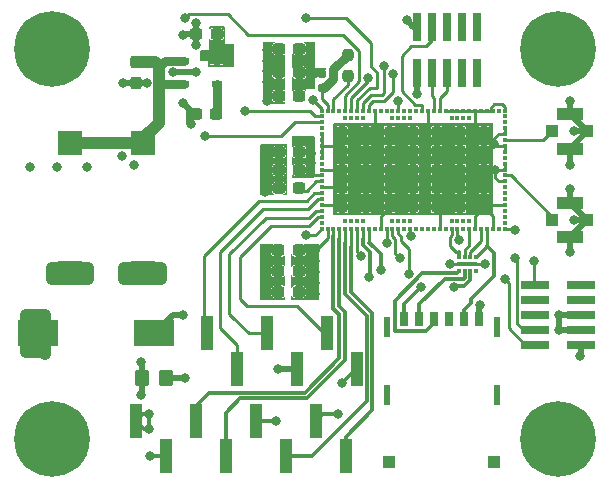
<source format=gtl>
%TF.GenerationSoftware,KiCad,Pcbnew,(7.0.0)*%
%TF.CreationDate,2023-05-09T15:07:26+03:00*%
%TF.ProjectId,IoT_sulari,496f545f-7375-46c6-9172-692e6b696361,rev?*%
%TF.SameCoordinates,Original*%
%TF.FileFunction,Copper,L1,Top*%
%TF.FilePolarity,Positive*%
%FSLAX46Y46*%
G04 Gerber Fmt 4.6, Leading zero omitted, Abs format (unit mm)*
G04 Created by KiCad (PCBNEW (7.0.0)) date 2023-05-09 15:07:26*
%MOMM*%
%LPD*%
G01*
G04 APERTURE LIST*
G04 Aperture macros list*
%AMRoundRect*
0 Rectangle with rounded corners*
0 $1 Rounding radius*
0 $2 $3 $4 $5 $6 $7 $8 $9 X,Y pos of 4 corners*
0 Add a 4 corners polygon primitive as box body*
4,1,4,$2,$3,$4,$5,$6,$7,$8,$9,$2,$3,0*
0 Add four circle primitives for the rounded corners*
1,1,$1+$1,$2,$3*
1,1,$1+$1,$4,$5*
1,1,$1+$1,$6,$7*
1,1,$1+$1,$8,$9*
0 Add four rect primitives between the rounded corners*
20,1,$1+$1,$2,$3,$4,$5,0*
20,1,$1+$1,$4,$5,$6,$7,0*
20,1,$1+$1,$6,$7,$8,$9,0*
20,1,$1+$1,$8,$9,$2,$3,0*%
G04 Aperture macros list end*
%TA.AperFunction,SMDPad,CuDef*%
%ADD10R,1.000000X1.000000*%
%TD*%
%TA.AperFunction,SMDPad,CuDef*%
%ADD11R,2.200000X1.050000*%
%TD*%
%TA.AperFunction,SMDPad,CuDef*%
%ADD12R,0.972299X0.508000*%
%TD*%
%TA.AperFunction,SMDPad,CuDef*%
%ADD13RoundRect,0.237500X-0.237500X0.300000X-0.237500X-0.300000X0.237500X-0.300000X0.237500X0.300000X0*%
%TD*%
%TA.AperFunction,SMDPad,CuDef*%
%ADD14RoundRect,0.237500X0.300000X0.237500X-0.300000X0.237500X-0.300000X-0.237500X0.300000X-0.237500X0*%
%TD*%
%TA.AperFunction,SMDPad,CuDef*%
%ADD15RoundRect,0.237500X-0.237500X0.250000X-0.237500X-0.250000X0.237500X-0.250000X0.237500X0.250000X0*%
%TD*%
%TA.AperFunction,ComponentPad*%
%ADD16C,0.800000*%
%TD*%
%TA.AperFunction,ComponentPad*%
%ADD17C,6.400000*%
%TD*%
%TA.AperFunction,SMDPad,CuDef*%
%ADD18R,3.350000X2.160000*%
%TD*%
%TA.AperFunction,SMDPad,CuDef*%
%ADD19R,1.000000X3.000000*%
%TD*%
%TA.AperFunction,SMDPad,CuDef*%
%ADD20R,0.482600X1.803400*%
%TD*%
%TA.AperFunction,SMDPad,CuDef*%
%ADD21R,1.030000X0.990600*%
%TD*%
%TA.AperFunction,SMDPad,CuDef*%
%ADD22R,0.660400X1.295400*%
%TD*%
%TA.AperFunction,SMDPad,CuDef*%
%ADD23RoundRect,0.250000X-0.350000X-0.450000X0.350000X-0.450000X0.350000X0.450000X-0.350000X0.450000X0*%
%TD*%
%TA.AperFunction,SMDPad,CuDef*%
%ADD24RoundRect,0.160000X0.160000X-0.197500X0.160000X0.197500X-0.160000X0.197500X-0.160000X-0.197500X0*%
%TD*%
%TA.AperFunction,SMDPad,CuDef*%
%ADD25R,0.300000X0.380000*%
%TD*%
%TA.AperFunction,SMDPad,CuDef*%
%ADD26R,1.700000X0.400000*%
%TD*%
%TA.AperFunction,SMDPad,CuDef*%
%ADD27R,2.006600X2.006600*%
%TD*%
%TA.AperFunction,SMDPad,CuDef*%
%ADD28R,2.387600X0.762000*%
%TD*%
%TA.AperFunction,SMDPad,CuDef*%
%ADD29R,0.762000X2.387600*%
%TD*%
%TA.AperFunction,SMDPad,CuDef*%
%ADD30R,0.304800X0.304800*%
%TD*%
%TA.AperFunction,SMDPad,CuDef*%
%ADD31R,0.812800X0.812800*%
%TD*%
%TA.AperFunction,ViaPad*%
%ADD32C,0.800000*%
%TD*%
%TA.AperFunction,Conductor*%
%ADD33C,0.293370*%
%TD*%
%TA.AperFunction,Conductor*%
%ADD34C,0.750000*%
%TD*%
%TA.AperFunction,Conductor*%
%ADD35C,0.500000*%
%TD*%
%TA.AperFunction,Conductor*%
%ADD36C,0.275000*%
%TD*%
%TA.AperFunction,Conductor*%
%ADD37C,0.300000*%
%TD*%
%TA.AperFunction,Conductor*%
%ADD38C,1.000000*%
%TD*%
%TA.AperFunction,Conductor*%
%ADD39C,0.250000*%
%TD*%
G04 APERTURE END LIST*
D10*
%TO.P,J1,1,SIG*%
%TO.N,/GPS_ant*%
X138499999Y-45999999D03*
D11*
%TO.P,J1,2,GND*%
%TO.N,GND*%
X139999999Y-47474999D03*
D10*
%TO.P,J1,3,GND*%
X141499999Y-45999999D03*
D11*
%TO.P,J1,4,GND*%
X139999999Y-44524999D03*
%TD*%
D12*
%TO.P,U20,1,IN*%
%TO.N,Net-(U20-EN)*%
X107387548Y-40049998D03*
%TO.P,U20,2,GND*%
%TO.N,GND*%
X107387548Y-40999999D03*
%TO.P,U20,3,EN*%
%TO.N,Net-(U20-EN)*%
X107387548Y-41950000D03*
%TO.P,U20,4,BYP*%
%TO.N,Net-(U20-BYP)*%
X110112450Y-41950000D03*
%TO.P,U20,5,OUT*%
%TO.N,+3.3V*%
X110112450Y-40049998D03*
%TD*%
D13*
%TO.P,C20,1*%
%TO.N,Net-(U20-EN)*%
X103300000Y-40137500D03*
%TO.P,C20,2*%
%TO.N,GND*%
X103300000Y-41862500D03*
%TD*%
D14*
%TO.P,C22,1*%
%TO.N,Net-(U20-BYP)*%
X110095802Y-44500000D03*
%TO.P,C22,2*%
%TO.N,GND*%
X108370802Y-44500000D03*
%TD*%
D15*
%TO.P,R1,1*%
%TO.N,/VDD1*%
X121200000Y-39487500D03*
%TO.P,R1,2*%
%TO.N,Net-(U2A-ENABLE)*%
X121200000Y-41312500D03*
%TD*%
D16*
%TO.P,H4,1,1*%
%TO.N,GND*%
X93800000Y-72000000D03*
X94502944Y-70302944D03*
X94502944Y-73697056D03*
X96200000Y-69600000D03*
D17*
X96200000Y-72000000D03*
D16*
X96200000Y-74400000D03*
X97897056Y-70302944D03*
X97897056Y-73697056D03*
X98600000Y-72000000D03*
%TD*%
D18*
%TO.P,SW1,1,A*%
%TO.N,GND*%
X94974999Y-63099999D03*
%TO.P,SW1,2,B*%
%TO.N,Net-(SW1-B)*%
X104824999Y-63099999D03*
%TD*%
D19*
%TO.P,J7,1*%
%TO.N,GND*%
X121999999Y-66099999D03*
%TO.P,J7,2*%
%TO.N,UART_CTS*%
X119459999Y-63099999D03*
%TO.P,J7,3*%
%TO.N,Net-(J7-Pad3)*%
X116919999Y-66099999D03*
%TO.P,J7,4*%
%TO.N,UART_TXD*%
X114379999Y-63099999D03*
%TO.P,J7,5*%
%TO.N,UART_RXD*%
X111839999Y-66099999D03*
%TO.P,J7,6*%
%TO.N,UART_RTS*%
X109299999Y-63099999D03*
%TD*%
D20*
%TO.P,J40,7*%
%TO.N,N/C*%
X124500035Y-62529999D03*
%TO.P,J40,8*%
X133829963Y-62529999D03*
%TO.P,J40,9*%
X124499999Y-68279998D03*
%TO.P,J40,10*%
X133829999Y-68279998D03*
D21*
%TO.P,J40,11*%
X124699999Y-73999999D03*
%TO.P,J40,12*%
X133629999Y-73999999D03*
D22*
%TO.P,J40,C1,C1*%
%TO.N,SIM_1V8*%
X131069999Y-61859998D03*
%TO.P,J40,C2,C2*%
%TO.N,Net-(U40-DATA1_OUT)*%
X128529999Y-61859998D03*
%TO.P,J40,C3,C3*%
%TO.N,Net-(U40-CLK_OUT)*%
X127259999Y-61859998D03*
%TO.P,J40,C5,C5*%
%TO.N,GND*%
X132339999Y-61859998D03*
%TO.P,J40,C6,C6*%
%TO.N,unconnected-(J40-PadC6)*%
X129799999Y-61859998D03*
%TO.P,J40,C7,C7*%
%TO.N,Net-(U40-DATA2_OUT)*%
X125989999Y-61859998D03*
%TD*%
D23*
%TO.P,JMPR,1*%
%TO.N,+3.3V*%
X103800000Y-66900000D03*
%TO.P,JMPR,2*%
%TO.N,Net-(J7-Pad3)*%
X105800000Y-66900000D03*
%TD*%
D19*
%TO.P,J5,1*%
%TO.N,+3.3V*%
X103259999Y-70499999D03*
%TO.P,J5,2*%
%TO.N,GND*%
X105799999Y-73499999D03*
%TO.P,J5,3*%
%TO.N,DIN*%
X108339999Y-70499999D03*
%TO.P,J5,4*%
%TO.N,CLK*%
X110879999Y-73499999D03*
%TO.P,J5,5*%
%TO.N,CS*%
X113419999Y-70499999D03*
%TO.P,J5,6*%
%TO.N,DC*%
X115959999Y-73499999D03*
%TO.P,J5,7*%
%TO.N,RST*%
X118499999Y-70499999D03*
%TO.P,J5,8*%
%TO.N,BUSY*%
X121039999Y-73499999D03*
%TD*%
D14*
%TO.P,C7,1*%
%TO.N,+3.3V*%
X117112500Y-47750000D03*
%TO.P,C7,2*%
%TO.N,GND*%
X115387500Y-47750000D03*
%TD*%
D16*
%TO.P,H1,1,1*%
%TO.N,GND*%
X93800000Y-39000000D03*
X94502944Y-37302944D03*
X94502944Y-40697056D03*
X96200000Y-36600000D03*
D17*
X96200000Y-39000000D03*
D16*
X96200000Y-41400000D03*
X97897056Y-37302944D03*
X97897056Y-40697056D03*
X98600000Y-39000000D03*
%TD*%
D14*
%TO.P,C4,1*%
%TO.N,+3.3V*%
X117062500Y-56062500D03*
%TO.P,C4,2*%
%TO.N,GND*%
X115337500Y-56062500D03*
%TD*%
%TO.P,C6,1*%
%TO.N,+3.3V*%
X117053218Y-59562500D03*
%TO.P,C6,2*%
%TO.N,GND*%
X115328218Y-59562500D03*
%TD*%
%TO.P,C5,1*%
%TO.N,+3.3V*%
X117062500Y-57812500D03*
%TO.P,C5,2*%
%TO.N,GND*%
X115337500Y-57812500D03*
%TD*%
D24*
%TO.P,FB1,1*%
%TO.N,/VDD1*%
X119000000Y-42347500D03*
%TO.P,FB1,2*%
%TO.N,+3.3V*%
X119000000Y-41152500D03*
%TD*%
D25*
%TO.P,U40,1,DATA1_OUT*%
%TO.N,Net-(U40-DATA1_OUT)*%
X130599999Y-57820001D03*
%TO.P,U40,2,CLK_OUT*%
%TO.N,Net-(U40-CLK_OUT)*%
X131100000Y-57820001D03*
%TO.P,U40,3,DATA2_OUT*%
%TO.N,Net-(U40-DATA2_OUT)*%
X131600000Y-57820001D03*
%TO.P,U40,4,NC*%
%TO.N,unconnected-(U40-NC-Pad4)*%
X132100001Y-57820001D03*
%TO.P,U40,5,VCC*%
%TO.N,SIM_1V8*%
X132100001Y-56599999D03*
%TO.P,U40,6,DATA2_IN*%
%TO.N,SIM_IO*%
X131600000Y-56599999D03*
%TO.P,U40,7,CLK_IN*%
%TO.N,SIM_CLK*%
X131100000Y-56599999D03*
%TO.P,U40,8,DATA1_IN*%
%TO.N,SIM_RST*%
X130599999Y-56599999D03*
D26*
%TO.P,U40,9,EPAD*%
%TO.N,GND*%
X131350000Y-57210000D03*
%TD*%
D14*
%TO.P,C8,1*%
%TO.N,+3.3V*%
X117112500Y-49250000D03*
%TO.P,C8,2*%
%TO.N,GND*%
X115387500Y-49250000D03*
%TD*%
D27*
%TO.P,J20,1,1*%
%TO.N,Net-(U20-EN)*%
X97699999Y-47000001D03*
%TO.P,J20,2,2*%
%TO.N,GND*%
X97699999Y-57999999D03*
%TO.P,J20,3,3*%
X103849999Y-57999999D03*
%TO.P,J20,4,1*%
%TO.N,Net-(U20-EN)*%
X103849999Y-47000001D03*
%TD*%
D10*
%TO.P,J2,1,SIG*%
%TO.N,/ANT*%
X138499999Y-53499999D03*
D11*
%TO.P,J2,2,GND*%
%TO.N,GND*%
X139999999Y-54974999D03*
D10*
%TO.P,J2,3,GND*%
X141499999Y-53499999D03*
D11*
%TO.P,J2,4,GND*%
X139999999Y-52024999D03*
%TD*%
D14*
%TO.P,C2,1*%
%TO.N,+3.3V*%
X117112500Y-41000000D03*
%TO.P,C2,2*%
%TO.N,GND*%
X115387500Y-41000000D03*
%TD*%
%TO.P,C21,1*%
%TO.N,+3.3V*%
X110112451Y-37750000D03*
%TO.P,C21,2*%
%TO.N,GND*%
X108387451Y-37750000D03*
%TD*%
%TO.P,C1,1*%
%TO.N,+3.3V*%
X117112500Y-43000000D03*
%TO.P,C1,2*%
%TO.N,GND*%
X115387500Y-43000000D03*
%TD*%
D28*
%TO.P,J3,1,1*%
%TO.N,+3.3V*%
X140950000Y-64039999D03*
%TO.P,J3,2,2*%
%TO.N,SWDIO*%
X137049998Y-64039999D03*
%TO.P,J3,3,3*%
%TO.N,GND*%
X140950000Y-62769999D03*
%TO.P,J3,4,4*%
%TO.N,SWDCLK*%
X137049998Y-62769999D03*
%TO.P,J3,5,5*%
%TO.N,GND*%
X140950000Y-61499999D03*
%TO.P,J3,6,6*%
%TO.N,unconnected-(J3-Pad6)*%
X137049998Y-61499999D03*
%TO.P,J3,7,7*%
%TO.N,unconnected-(J3-Pad7)*%
X140950000Y-60229999D03*
%TO.P,J3,8,8*%
%TO.N,unconnected-(J3-Pad8)*%
X137049998Y-60229999D03*
%TO.P,J3,9,9*%
%TO.N,unconnected-(J3-Pad9)*%
X140950000Y-58959999D03*
%TO.P,J3,10,10*%
%TO.N,NRESET*%
X137049998Y-58959999D03*
%TD*%
D14*
%TO.P,C9,1*%
%TO.N,Net-(U2A-DEC0)*%
X117112500Y-50800000D03*
%TO.P,C9,2*%
%TO.N,GND*%
X115387500Y-50800000D03*
%TD*%
%TO.P,C3,1*%
%TO.N,+3.3V*%
X117112500Y-39000000D03*
%TO.P,C3,2*%
%TO.N,GND*%
X115387500Y-39000000D03*
%TD*%
D16*
%TO.P,H2,1,1*%
%TO.N,GND*%
X136600000Y-39000000D03*
X137302944Y-37302944D03*
X137302944Y-40697056D03*
X139000000Y-36600000D03*
D17*
X139000000Y-39000000D03*
D16*
X139000000Y-41400000D03*
X140697056Y-37302944D03*
X140697056Y-40697056D03*
X141400000Y-39000000D03*
%TD*%
%TO.P,H3,1,1*%
%TO.N,GND*%
X136600000Y-72000000D03*
X137302944Y-70302944D03*
X137302944Y-73697056D03*
X139000000Y-69600000D03*
D17*
X139000000Y-72000000D03*
D16*
X139000000Y-74400000D03*
X140697056Y-70302944D03*
X140697056Y-73697056D03*
X141400000Y-72000000D03*
%TD*%
D29*
%TO.P,J4,1,1*%
%TO.N,+3.3V*%
X127059999Y-41050000D03*
%TO.P,J4,2,2*%
%TO.N,GND*%
X127059999Y-37149998D03*
%TO.P,J4,3,3*%
%TO.N,SDA*%
X128329999Y-41050000D03*
%TO.P,J4,4,4*%
%TO.N,SCL*%
X128329999Y-37149998D03*
%TO.P,J4,5,5*%
%TO.N,TMP_ALERT*%
X129599999Y-41050000D03*
%TO.P,J4,6,6*%
%TO.N,unconnected-(J4-Pad6)*%
X129599999Y-37149998D03*
%TO.P,J4,7,7*%
%TO.N,unconnected-(J4-Pad7)*%
X130869999Y-41050000D03*
%TO.P,J4,8,8*%
%TO.N,unconnected-(J4-Pad8)*%
X130869999Y-37149998D03*
%TO.P,J4,9,9*%
%TO.N,unconnected-(J4-Pad9)*%
X132139999Y-41050000D03*
%TO.P,J4,10,10*%
%TO.N,unconnected-(J4-Pad10)*%
X132139999Y-37149998D03*
%TD*%
D30*
%TO.P,U2,1,GND_SHIELD*%
%TO.N,GND*%
X118999999Y-44224999D03*
%TO.P,U2,2,P0-05*%
%TO.N,STATUS_LED_RED*%
X118999999Y-44724998D03*
%TO.P,U2,3,P0-06*%
%TO.N,STATUS_LED_GREEN*%
X118999999Y-45224999D03*
%TO.P,U2,4,P0-07*%
%TO.N,unconnected-(U2A-P0-07-Pad4)*%
X118999999Y-45724998D03*
%TO.P,U2,5,GND_SHIELD*%
%TO.N,GND*%
X118999999Y-46225000D03*
%TO.P,U2,6,GND_SHIELD*%
X118999999Y-46724999D03*
%TO.P,U2,7,GND_SHIELD*%
X118999999Y-47224998D03*
%TO.P,U2,8,GND_SHIELD*%
X118999999Y-47724999D03*
%TO.P,U2,9,GND_SHIELD*%
X118999999Y-48224998D03*
%TO.P,U2,10,RESERVED*%
%TO.N,unconnected-(U2B-RESERVED-Pad10)*%
X118999999Y-48725000D03*
%TO.P,U2,11,GND_SHIELD*%
%TO.N,GND*%
X118999999Y-49224999D03*
%TO.P,U2,12,VDD_GPIO*%
%TO.N,+3.3V*%
X118999999Y-49724998D03*
%TO.P,U2,13,DEC0*%
%TO.N,Net-(U2A-DEC0)*%
X118999999Y-50225000D03*
%TO.P,U2,14,GND_SHIELD*%
%TO.N,GND*%
X118999999Y-50724999D03*
%TO.P,U2,15,P0-08*%
%TO.N,UART_RTS*%
X118999999Y-51225000D03*
%TO.P,U2,16,P0-09*%
%TO.N,UART_RXD*%
X118999999Y-51724999D03*
%TO.P,U2,17,GND_SHIELD*%
%TO.N,GND*%
X118999999Y-52224998D03*
%TO.P,U2,18,P0-10*%
%TO.N,UART_TXD*%
X118999999Y-52725000D03*
%TO.P,U2,19,P0-11*%
%TO.N,UART_CTS*%
X118999999Y-53224999D03*
%TO.P,U2,20,P0-12*%
%TO.N,unconnected-(U2A-P0-12-Pad20)*%
X118999999Y-53725000D03*
%TO.P,U2,21,GND_SHIELD*%
%TO.N,GND*%
X118999999Y-54224999D03*
%TO.P,U2,22,VDD2*%
%TO.N,+3.3V*%
X119499998Y-54224999D03*
%TO.P,U2,23,P0-13/AIN0*%
%TO.N,DIN*%
X120000000Y-54224999D03*
%TO.P,U2,24,P0-14/AIN1*%
%TO.N,CLK*%
X120499999Y-54224999D03*
%TO.P,U2,25,P0-15/AIN2*%
%TO.N,DC*%
X120999998Y-54224999D03*
%TO.P,U2,26,P0-16/AIN3*%
%TO.N,BUSY*%
X121499999Y-54224999D03*
%TO.P,U2,27,GND_SHIELD*%
%TO.N,GND*%
X121999998Y-54224999D03*
%TO.P,U2,28,P0-17/AIN4*%
%TO.N,CS*%
X122500000Y-54224999D03*
%TO.P,U2,29,P0-18/AIN5*%
%TO.N,RST*%
X122999999Y-54224999D03*
%TO.P,U2,30,P0-19/AIN6*%
%TO.N,unconnected-(U2A-P0-19{slash}AIN6-Pad30)*%
X123499998Y-54224999D03*
%TO.P,U2,31,GND_SHIELD*%
%TO.N,GND*%
X123999999Y-54224999D03*
%TO.P,U2,32,NRESET*%
%TO.N,NRESET*%
X124499998Y-54224999D03*
%TO.P,U2,33,SWDCLK*%
%TO.N,SWDCLK*%
X125000000Y-54224999D03*
%TO.P,U2,34,SWDIO*%
%TO.N,SWDIO*%
X125499999Y-54224999D03*
%TO.P,U2,35,P0-20/AIN7*%
%TO.N,unconnected-(U2A-P0-20{slash}AIN7-Pad35)*%
X125999998Y-54224999D03*
%TO.P,U2,36,GND_SHIELD*%
%TO.N,GND*%
X126499999Y-54224999D03*
%TO.P,U2,37,P0-21/TRACECLK*%
%TO.N,unconnected-(U2A-P0-21{slash}TRACECLK-Pad37)*%
X126999999Y-54224999D03*
%TO.P,U2,38,P0-22/TRACEDATA0*%
%TO.N,unconnected-(U2A-P0-22{slash}TRACEDATA0-Pad38)*%
X127500000Y-54224999D03*
%TO.P,U2,39,P0-23/TRACEDATA1*%
%TO.N,unconnected-(U2A-P0-23{slash}TRACEDATA1-Pad39)*%
X127999999Y-54224999D03*
%TO.P,U2,40,P0-24/TRACEDATA2*%
%TO.N,unconnected-(U2A-P0-24{slash}TRACEDATA2-Pad40)*%
X128499998Y-54224999D03*
%TO.P,U2,41,GND_SHIELD*%
%TO.N,GND*%
X129000000Y-54224999D03*
%TO.P,U2,42,P0-25/TRACEDATA3*%
%TO.N,unconnected-(U2A-P0-25{slash}TRACEDATA3-Pad42)*%
X129499999Y-54224999D03*
%TO.P,U2,43,SIM_RST*%
%TO.N,SIM_RST*%
X130000000Y-54224999D03*
%TO.P,U2,44,GND_SHIELD*%
%TO.N,GND*%
X130499999Y-54224999D03*
%TO.P,U2,45,SIM_DET*%
%TO.N,unconnected-(U2A-SIM_DET-Pad45)*%
X130999998Y-54224999D03*
%TO.P,U2,46,SIM_CLK*%
%TO.N,SIM_CLK*%
X131500000Y-54224999D03*
%TO.P,U2,47,GND_SHIELD*%
%TO.N,GND*%
X131999999Y-54224999D03*
%TO.P,U2,48,SIM_IO*%
%TO.N,SIM_IO*%
X132500000Y-54224999D03*
%TO.P,U2,49,SIM_1V8*%
%TO.N,SIM_1V8*%
X132999999Y-54224999D03*
%TO.P,U2,50,GND_SHIELD*%
%TO.N,GND*%
X133499998Y-54224999D03*
%TO.P,U2,51,RESERVED*%
%TO.N,unconnected-(U2B-RESERVED-Pad51)*%
X134000000Y-54224999D03*
%TO.P,U2,52,GND_SHIELD*%
%TO.N,GND*%
X134499999Y-54224999D03*
%TO.P,U2,53,MAGPIO2*%
%TO.N,unconnected-(U2A-MAGPIO2-Pad53)*%
X134499999Y-53725000D03*
%TO.P,U2,54,MAGPIO1*%
%TO.N,unconnected-(U2A-MAGPIO1-Pad54)*%
X134499999Y-53224999D03*
%TO.P,U2,55,MAGPIO0*%
%TO.N,unconnected-(U2A-MAGPIO0-Pad55)*%
X134499999Y-52725000D03*
%TO.P,U2,56,GND_SHIELD*%
%TO.N,GND*%
X134499999Y-52224998D03*
%TO.P,U2,57,VIO*%
%TO.N,unconnected-(U2A-VIO-Pad57)*%
X134499999Y-51724999D03*
%TO.P,U2,58,SCLK*%
%TO.N,unconnected-(U2A-SCLK-Pad58)*%
X134499999Y-51225000D03*
%TO.P,U2,59,SDATA*%
%TO.N,unconnected-(U2A-SDATA-Pad59)*%
X134499999Y-50724999D03*
%TO.P,U2,60,GND_SHIELD*%
%TO.N,GND*%
X134499999Y-50225000D03*
%TO.P,U2,61,ANT*%
%TO.N,/ANT*%
X134499999Y-49724998D03*
%TO.P,U2,62,GND_SHIELD*%
%TO.N,GND*%
X134499999Y-49224999D03*
%TO.P,U2,63,GND_SHIELD*%
X134499999Y-48725000D03*
%TO.P,U2,64,AUX*%
%TO.N,unconnected-(U2A-AUX-Pad64)*%
X134499999Y-48224998D03*
%TO.P,U2,65,GND_SHIELD*%
%TO.N,GND*%
X134499999Y-47724999D03*
%TO.P,U2,66,GND_SHIELD*%
X134499999Y-47224998D03*
%TO.P,U2,67,GPS*%
%TO.N,/GPS_ant*%
X134499999Y-46724999D03*
%TO.P,U2,68,GND_SHIELD*%
%TO.N,GND*%
X134499999Y-46225000D03*
%TO.P,U2,69,GND_SHIELD*%
X134499999Y-45724998D03*
%TO.P,U2,70,RESERVED*%
%TO.N,unconnected-(U2B-RESERVED-Pad70)*%
X134499999Y-45224999D03*
%TO.P,U2,71,RESERVED*%
%TO.N,unconnected-(U2B-RESERVED-Pad71)*%
X134499999Y-44725000D03*
%TO.P,U2,72,GND_SHIELD*%
%TO.N,GND*%
X134499999Y-44224999D03*
%TO.P,U2,73,RESERVED*%
%TO.N,unconnected-(U2B-RESERVED-Pad73)*%
X134000000Y-44224999D03*
%TO.P,U2,74,GND_SHIELD*%
%TO.N,GND*%
X133499998Y-44224999D03*
%TO.P,U2,75,GND_SHIELD*%
X132999999Y-44224999D03*
%TO.P,U2,76,GND_SHIELD*%
X132500000Y-44224999D03*
%TO.P,U2,77,GND_SHIELD*%
X131999999Y-44224999D03*
%TO.P,U2,78,GND_SHIELD*%
X131500000Y-44224999D03*
%TO.P,U2,79,GND_SHIELD*%
X130999998Y-44224999D03*
%TO.P,U2,80,GND_SHIELD*%
X130499999Y-44224999D03*
%TO.P,U2,81,GND_SHIELD*%
X130000000Y-44224999D03*
%TO.P,U2,82,GND_SHIELD*%
X129499999Y-44224999D03*
%TO.P,U2,83,P0-26*%
%TO.N,TMP_ALERT*%
X129000000Y-44224999D03*
%TO.P,U2,84,P0-27*%
%TO.N,SDA*%
X128499998Y-44224999D03*
%TO.P,U2,85,GND_SHIELD*%
%TO.N,GND*%
X127999999Y-44224999D03*
%TO.P,U2,86,P0-28*%
%TO.N,SCL*%
X127500000Y-44224999D03*
%TO.P,U2,87,P0-29*%
%TO.N,unconnected-(U2A-P0-29-Pad87)*%
X126999999Y-44224999D03*
%TO.P,U2,88,P0-30*%
%TO.N,unconnected-(U2A-P0-30-Pad88)*%
X126499999Y-44224999D03*
%TO.P,U2,89,P0-31*%
%TO.N,unconnected-(U2A-P0-31-Pad89)*%
X125999998Y-44224999D03*
%TO.P,U2,90,GND_SHIELD*%
%TO.N,GND*%
X125499999Y-44224999D03*
%TO.P,U2,91,COEX2*%
%TO.N,unconnected-(U2A-COEX2-Pad91)*%
X125000000Y-44224999D03*
%TO.P,U2,92,COEX1*%
%TO.N,unconnected-(U2A-COEX1-Pad92)*%
X124499998Y-44224999D03*
%TO.P,U2,93,COEX0*%
%TO.N,unconnected-(U2A-COEX0-Pad93)*%
X123999999Y-44224999D03*
%TO.P,U2,94,GND_SHIELD*%
%TO.N,GND*%
X123499998Y-44224999D03*
%TO.P,U2,95,P0-00*%
%TO.N,BUTTON1*%
X122999999Y-44224999D03*
%TO.P,U2,96,P0-01*%
%TO.N,BUTTON2*%
X122500000Y-44224999D03*
%TO.P,U2,97,P0-02*%
%TO.N,BUTTON3*%
X121999998Y-44224999D03*
%TO.P,U2,98,GND_SHIELD*%
%TO.N,GND*%
X121499999Y-44224999D03*
%TO.P,U2,99,P0-03*%
%TO.N,BUTTON4*%
X120999998Y-44224999D03*
%TO.P,U2,100,P0-04*%
%TO.N,unconnected-(U2A-P0-04-Pad100)*%
X120499999Y-44224999D03*
%TO.P,U2,101,ENABLE*%
%TO.N,Net-(U2A-ENABLE)*%
X120000000Y-44224999D03*
%TO.P,U2,102,VDD1*%
%TO.N,/VDD1*%
X119499998Y-44224999D03*
D31*
%TO.P,U2,103,VSS*%
%TO.N,GND*%
X120749999Y-46024999D03*
X120749999Y-47624999D03*
X120749999Y-49224999D03*
X120749999Y-50824999D03*
X120749999Y-52424999D03*
X122749999Y-46024999D03*
X122749999Y-47624999D03*
X122749999Y-49224999D03*
X122749999Y-50824999D03*
X122749999Y-52424999D03*
X124749999Y-46024999D03*
X124749999Y-47624999D03*
X124749999Y-49224999D03*
X124749999Y-50824999D03*
X124749999Y-52424999D03*
X126749999Y-46024999D03*
X126749999Y-47624999D03*
X126749999Y-49224999D03*
X126749999Y-50824999D03*
X126749999Y-52424999D03*
X128749999Y-46024999D03*
X128749999Y-47624999D03*
X128749999Y-49224999D03*
X128749999Y-50824999D03*
X128749999Y-52424999D03*
X130749999Y-46024999D03*
X130749999Y-47624999D03*
X130749999Y-49224999D03*
X130749999Y-50824999D03*
X130749999Y-52424999D03*
X132749999Y-46024999D03*
X132749999Y-47624999D03*
X132749999Y-49224999D03*
X132749999Y-50824999D03*
X132749999Y-52424999D03*
D30*
%TO.P,U2,104,RESERVED*%
%TO.N,unconnected-(U2B-RESERVED-Pad104)*%
X120999998Y-53574999D03*
%TO.P,U2,105,RESERVED*%
%TO.N,unconnected-(U2B-RESERVED-Pad105)*%
X121499999Y-53574999D03*
%TO.P,U2,106,RESERVED*%
%TO.N,unconnected-(U2B-RESERVED-Pad106)*%
X121999998Y-53574999D03*
%TO.P,U2,107,RESERVED*%
%TO.N,unconnected-(U2B-RESERVED-Pad107)*%
X122500000Y-53574999D03*
%TO.P,U2,108,RESERVED*%
%TO.N,unconnected-(U2B-RESERVED-Pad108)*%
X125000000Y-53574999D03*
%TO.P,U2,109,RESERVED*%
%TO.N,unconnected-(U2B-RESERVED-Pad109)*%
X125499999Y-53574999D03*
%TO.P,U2,110,RESERVED*%
%TO.N,unconnected-(U2B-RESERVED-Pad110)*%
X125999998Y-53574999D03*
%TO.P,U2,111,RESERVED*%
%TO.N,unconnected-(U2B-RESERVED-Pad111)*%
X126499999Y-53574999D03*
%TO.P,U2,112,RESERVED*%
%TO.N,unconnected-(U2B-RESERVED-Pad112)*%
X130000000Y-53574999D03*
%TO.P,U2,113,RESERVED*%
%TO.N,unconnected-(U2B-RESERVED-Pad113)*%
X130499999Y-53574999D03*
%TO.P,U2,114,RESERVED*%
%TO.N,unconnected-(U2B-RESERVED-Pad114)*%
X130999998Y-53574999D03*
%TO.P,U2,115,RESERVED*%
%TO.N,unconnected-(U2B-RESERVED-Pad115)*%
X131500000Y-53574999D03*
%TO.P,U2,116,RESERVED*%
%TO.N,unconnected-(U2B-RESERVED-Pad116)*%
X131500000Y-44874999D03*
%TO.P,U2,117,RESERVED*%
%TO.N,unconnected-(U2B-RESERVED-Pad117)*%
X130999998Y-44874999D03*
%TO.P,U2,118,RESERVED*%
%TO.N,unconnected-(U2B-RESERVED-Pad118)*%
X130499999Y-44874999D03*
%TO.P,U2,119,RESERVED*%
%TO.N,unconnected-(U2B-RESERVED-Pad119)*%
X130000000Y-44874999D03*
%TO.P,U2,120,RESERVED*%
%TO.N,unconnected-(U2B-RESERVED-Pad120)*%
X126499999Y-44874999D03*
%TO.P,U2,121,RESERVED*%
%TO.N,unconnected-(U2B-RESERVED-Pad121)*%
X125999998Y-44874999D03*
%TO.P,U2,122,RESERVED*%
%TO.N,unconnected-(U2B-RESERVED-Pad122)*%
X125499999Y-44874999D03*
%TO.P,U2,123,RESERVED*%
%TO.N,unconnected-(U2B-RESERVED-Pad123)*%
X125000000Y-44874999D03*
%TO.P,U2,124,RESERVED*%
%TO.N,unconnected-(U2B-RESERVED-Pad124)*%
X122500000Y-44874999D03*
%TO.P,U2,125,RESERVED*%
%TO.N,unconnected-(U2B-RESERVED-Pad125)*%
X121999998Y-44874999D03*
%TO.P,U2,126,RESERVED*%
%TO.N,unconnected-(U2B-RESERVED-Pad126)*%
X121499999Y-44874999D03*
%TO.P,U2,127,RESERVED*%
%TO.N,unconnected-(U2B-RESERVED-Pad127)*%
X120999998Y-44874999D03*
%TD*%
D32*
%TO.N,GND*%
X102200000Y-41900000D03*
X114200000Y-57100000D03*
X96200000Y-58500000D03*
X140400000Y-53500000D03*
X96600000Y-48995000D03*
X94000000Y-61500000D03*
X94000000Y-64700000D03*
X114400000Y-39100000D03*
X114400000Y-40900000D03*
X114200000Y-58000000D03*
X94300000Y-49000000D03*
X131700000Y-46600000D03*
X102100000Y-48100000D03*
X125700000Y-51600000D03*
X129700000Y-50000000D03*
X114400000Y-40000000D03*
X129800000Y-46800000D03*
X125700000Y-48400000D03*
X120700000Y-67300000D03*
X118270000Y-43360000D03*
X122350000Y-56510000D03*
X126200000Y-36600000D03*
X131700000Y-51600000D03*
X107300000Y-37800000D03*
X133700000Y-49300000D03*
X121700000Y-46600000D03*
X125700000Y-47200000D03*
X108400000Y-41000000D03*
X121700000Y-48500000D03*
X133620110Y-47058411D03*
X105400000Y-57600000D03*
X123625623Y-48527054D03*
X121700000Y-51600000D03*
X105400000Y-58500000D03*
X117700000Y-54800000D03*
X125500000Y-43400000D03*
X129700000Y-51700000D03*
X126556827Y-54888000D03*
X140000000Y-56200000D03*
X96200000Y-57600000D03*
X99200000Y-58500000D03*
X121700000Y-50100000D03*
X107300000Y-43621185D03*
X114200000Y-50000000D03*
X102300000Y-57600000D03*
X99200000Y-57600000D03*
X107927633Y-45372367D03*
X139100000Y-61500000D03*
X103100000Y-48800000D03*
X102300000Y-58500000D03*
X114200000Y-59800000D03*
X140000000Y-48800000D03*
X129700000Y-48400000D03*
X104500000Y-73500000D03*
X140000000Y-43400000D03*
X123700000Y-51600000D03*
X99100000Y-49000000D03*
X129900000Y-57200000D03*
X131700000Y-50000000D03*
X132400000Y-60700000D03*
X127700000Y-50000000D03*
X127700000Y-51700000D03*
X139100000Y-62800000D03*
X132800000Y-57200000D03*
X114400000Y-41800000D03*
X114400000Y-43400000D03*
X114200000Y-48800000D03*
X106400000Y-41000000D03*
X108400000Y-36800000D03*
X140000000Y-50900000D03*
X127700000Y-48500000D03*
X114200000Y-58900000D03*
X130600000Y-55200000D03*
X95600000Y-64800000D03*
X122952362Y-41466867D03*
X114200000Y-56200000D03*
X123700000Y-50000000D03*
X95600000Y-61500000D03*
X140400000Y-46000000D03*
X108400000Y-38700000D03*
X104175500Y-41900000D03*
X125700000Y-46000000D03*
X127700000Y-47100000D03*
X114200000Y-51100000D03*
X114200000Y-47700000D03*
X135400000Y-54300000D03*
X125700000Y-50000000D03*
%TO.N,Net-(U40-DATA2_OUT)*%
X130200000Y-59200000D03*
X127400000Y-59200000D03*
%TO.N,+3.3V*%
X118000000Y-40000000D03*
X118400000Y-58800000D03*
X118100000Y-47800000D03*
X103700000Y-65500000D03*
X127100000Y-42800000D03*
X110112451Y-39000000D03*
X118000000Y-42000000D03*
X117100000Y-40000000D03*
X118400000Y-57000000D03*
X118400000Y-56100000D03*
X111200000Y-39100000D03*
X117100000Y-42000000D03*
X118100000Y-48700000D03*
X104400000Y-71200000D03*
X118400000Y-57900000D03*
X111200000Y-40100000D03*
X140900000Y-65000000D03*
X103700000Y-68300000D03*
X118400000Y-59800000D03*
X109127817Y-39527817D03*
X117100000Y-46800000D03*
X104400000Y-69900000D03*
%TO.N,NRESET*%
X137000000Y-57000000D03*
X124500000Y-55400000D03*
%TO.N,Net-(SW1-B)*%
X107300000Y-61500000D03*
%TO.N,STATUS_LED_RED*%
X112500000Y-44300000D03*
%TO.N,STATUS_LED_GREEN*%
X109100000Y-46400000D03*
%TO.N,BUTTON1*%
X125053815Y-41100000D03*
%TO.N,BUTTON2*%
X124271792Y-40477548D03*
%TO.N,BUTTON3*%
X117700000Y-36400000D03*
%TO.N,BUTTON4*%
X107400000Y-36400000D03*
%TO.N,CS*%
X123000000Y-58300000D03*
X115100000Y-70500000D03*
%TO.N,RST*%
X120400000Y-69900000D03*
X124000000Y-57700000D03*
%TO.N,SWDCLK*%
X125600000Y-56700000D03*
X135400000Y-56700000D03*
%TO.N,SWDIO*%
X126400000Y-58050000D03*
X134550000Y-58500000D03*
%TO.N,Net-(J7-Pad3)*%
X115300000Y-66100000D03*
X107400000Y-66900000D03*
%TD*%
D33*
%TO.N,/VDD1*%
X119500000Y-43750000D02*
X119000000Y-43250000D01*
D34*
X120000000Y-41549447D02*
X119201947Y-42347500D01*
D33*
X119000000Y-43250000D02*
X119000000Y-42347500D01*
X119499999Y-44225000D02*
X119500000Y-43750000D01*
D34*
X120000000Y-40687500D02*
X121200000Y-39487500D01*
X119201947Y-42347500D02*
X119000000Y-42347500D01*
X120000000Y-40687500D02*
X120000000Y-41549447D01*
X119000000Y-42347500D02*
X119097500Y-42250000D01*
D35*
%TO.N,GND*%
X140000000Y-54975000D02*
X140000000Y-56200000D01*
X108387451Y-38687451D02*
X108400000Y-38700000D01*
D36*
X119000000Y-47224999D02*
X120349999Y-47224999D01*
D34*
X115337500Y-57812500D02*
X115250000Y-57812500D01*
D37*
X120875000Y-47500000D02*
X120750000Y-47625000D01*
D38*
X99200000Y-57600000D02*
X99200000Y-58500000D01*
X104250000Y-57600000D02*
X103850000Y-58000000D01*
D35*
X141500000Y-46000000D02*
X140400000Y-46000000D01*
X102237500Y-41862500D02*
X102200000Y-41900000D01*
D38*
X105400000Y-57600000D02*
X104250000Y-57600000D01*
D37*
X120750000Y-49225000D02*
X120975000Y-49225000D01*
D36*
X120349999Y-47224999D02*
X120750000Y-47625000D01*
D33*
X132500001Y-44225000D02*
X133000000Y-44225000D01*
D38*
X105400000Y-58500000D02*
X102300000Y-58500000D01*
D33*
X132825000Y-49300000D02*
X132750000Y-49225000D01*
D39*
X120650000Y-50725000D02*
X120750000Y-50825000D01*
D36*
X133620110Y-47058411D02*
X133053521Y-47625000D01*
D39*
X133570201Y-43700000D02*
X133300000Y-43970201D01*
X118425000Y-54800000D02*
X117700000Y-54800000D01*
D35*
X141475000Y-46000000D02*
X140000000Y-47475000D01*
D36*
X119000000Y-44090000D02*
X119000000Y-44225000D01*
D38*
X104900000Y-58000000D02*
X105400000Y-58500000D01*
D35*
X108387451Y-36812549D02*
X108400000Y-36800000D01*
D37*
X121900000Y-66100000D02*
X120700000Y-67300000D01*
D35*
X107387549Y-41000000D02*
X106400000Y-41000000D01*
D33*
X134500000Y-48725001D02*
X134500000Y-49225000D01*
D35*
X108387451Y-37750000D02*
X108387451Y-36812549D01*
D38*
X98200000Y-58500000D02*
X97700000Y-58000000D01*
D37*
X104500000Y-73500000D02*
X105800000Y-73500000D01*
D33*
X130000001Y-44225000D02*
X130500000Y-44225000D01*
D36*
X119000000Y-46725000D02*
X119000000Y-47224999D01*
D38*
X94000000Y-64700000D02*
X94000000Y-61500000D01*
D37*
X121125000Y-46025000D02*
X120750000Y-46025000D01*
D34*
X114400000Y-40000000D02*
X114400000Y-40012500D01*
D35*
X140000000Y-54975000D02*
X140025000Y-54975000D01*
X107300000Y-43621185D02*
X108178815Y-44500000D01*
D38*
X94975000Y-63100000D02*
X94975000Y-63725000D01*
X105400000Y-57600000D02*
X102300000Y-57600000D01*
D35*
X107800000Y-44121185D02*
X107800000Y-45244734D01*
D33*
X132000000Y-44225000D02*
X132500001Y-44225000D01*
X130999999Y-44225000D02*
X131500001Y-44225000D01*
D38*
X99200000Y-58500000D02*
X98200000Y-58500000D01*
D33*
X134500000Y-52224999D02*
X132950001Y-52224999D01*
D38*
X95600000Y-61500000D02*
X95600000Y-62475000D01*
D33*
X133300000Y-44225000D02*
X133499999Y-44225000D01*
D36*
X130500000Y-55100000D02*
X130600000Y-55200000D01*
D34*
X115187500Y-57662500D02*
X115337500Y-57812500D01*
D35*
X140950001Y-62770000D02*
X139130000Y-62770000D01*
D38*
X94000000Y-62125000D02*
X94975000Y-63100000D01*
D35*
X108178815Y-44500000D02*
X108370802Y-44500000D01*
D36*
X119000000Y-46225001D02*
X119000000Y-46725000D01*
D34*
X115228218Y-59462500D02*
X115328218Y-59562500D01*
D35*
X140000000Y-52025000D02*
X140000000Y-50900000D01*
D38*
X96200000Y-57600000D02*
X97300000Y-57600000D01*
D36*
X123499999Y-45399999D02*
X122874998Y-46025000D01*
D38*
X95600000Y-61500000D02*
X94000000Y-61500000D01*
D33*
X127700000Y-46000000D02*
X126775000Y-46000000D01*
D35*
X140000000Y-52025000D02*
X140025000Y-52025000D01*
D38*
X95600000Y-62475000D02*
X94975000Y-63100000D01*
D33*
X134500000Y-49225000D02*
X133775000Y-49225000D01*
X129000001Y-54225000D02*
X129000001Y-52675001D01*
X133620110Y-46589890D02*
X133984999Y-46225001D01*
X129910001Y-57210001D02*
X129900000Y-57200000D01*
D38*
X95500000Y-64700000D02*
X95600000Y-64800000D01*
D39*
X123773569Y-48675000D02*
X123800000Y-48675000D01*
X134300000Y-43700000D02*
X133570201Y-43700000D01*
X132000000Y-53175000D02*
X132750000Y-52425000D01*
D35*
X141475000Y-46000000D02*
X140000000Y-44525000D01*
D38*
X94000000Y-61500000D02*
X94000000Y-62125000D01*
D35*
X107300000Y-43621185D02*
X107800000Y-44121185D01*
D36*
X119000000Y-48224999D02*
X119000000Y-47725000D01*
D39*
X123625623Y-48527054D02*
X123773569Y-48675000D01*
D33*
X133499999Y-53174999D02*
X132750000Y-52425000D01*
D38*
X105400000Y-58500000D02*
X105400000Y-57600000D01*
D35*
X108387451Y-37750000D02*
X107350000Y-37750000D01*
X140025000Y-52025000D02*
X141500000Y-53500000D01*
X107800000Y-45244734D02*
X107927633Y-45372367D01*
X132340000Y-61859999D02*
X132340000Y-60760000D01*
D39*
X119000000Y-54225000D02*
X118425000Y-54800000D01*
D33*
X134001832Y-50225001D02*
X133700000Y-49923169D01*
D39*
X119000000Y-50725000D02*
X120650000Y-50725000D01*
X130750000Y-47625000D02*
X130625000Y-47625000D01*
D38*
X94975000Y-63100000D02*
X94975000Y-64175000D01*
D33*
X133984999Y-46225001D02*
X134500000Y-46225001D01*
D35*
X104138000Y-41862500D02*
X103300000Y-41862500D01*
D33*
X132750000Y-52425000D02*
X132525000Y-52425000D01*
D36*
X122874998Y-46025000D02*
X122750000Y-46025000D01*
D37*
X122000000Y-66100000D02*
X121900000Y-66100000D01*
D33*
X128000000Y-45700000D02*
X127700000Y-46000000D01*
D35*
X140025000Y-54975000D02*
X141500000Y-53500000D01*
D39*
X119000000Y-49225000D02*
X120750000Y-49225000D01*
D38*
X94000000Y-64700000D02*
X95500000Y-64700000D01*
D35*
X139100000Y-62800000D02*
X139100000Y-61500000D01*
D39*
X119000000Y-52224999D02*
X120549999Y-52224999D01*
D35*
X140000000Y-47475000D02*
X140000000Y-48800000D01*
D33*
X133000000Y-44225000D02*
X133300000Y-44225000D01*
D39*
X134500000Y-43900000D02*
X134300000Y-43700000D01*
D33*
X133620110Y-47058411D02*
X133620110Y-46589890D01*
X133700000Y-49300000D02*
X132825000Y-49300000D01*
X121500000Y-43153087D02*
X121500000Y-44225000D01*
D38*
X94975000Y-64175000D02*
X95600000Y-64800000D01*
D33*
X130500000Y-44225000D02*
X130999999Y-44225000D01*
D35*
X139130000Y-62770000D02*
X139100000Y-62800000D01*
X107350000Y-37750000D02*
X107300000Y-37800000D01*
D39*
X133300000Y-43970201D02*
X133300000Y-44225000D01*
X121999999Y-56159999D02*
X121999999Y-54225000D01*
D35*
X140000000Y-44525000D02*
X140000000Y-43400000D01*
D33*
X128000000Y-44225000D02*
X128000000Y-45700000D01*
X122952362Y-41466867D02*
X122952362Y-41700725D01*
X132789999Y-57210001D02*
X132800000Y-57200000D01*
D35*
X104175500Y-41900000D02*
X104138000Y-41862500D01*
D39*
X124000000Y-53175000D02*
X124750000Y-52425000D01*
D35*
X107387549Y-41000000D02*
X108400000Y-41000000D01*
D36*
X119000000Y-47224999D02*
X119000000Y-47725000D01*
D38*
X103850000Y-58000000D02*
X104900000Y-58000000D01*
D33*
X132000000Y-46300000D02*
X131700000Y-46600000D01*
D38*
X103350000Y-58500000D02*
X103850000Y-58000000D01*
X102300000Y-57600000D02*
X103450000Y-57600000D01*
D34*
X115387500Y-47750000D02*
X114450000Y-47750000D01*
D33*
X133786698Y-47224999D02*
X134500000Y-47224999D01*
D35*
X140950001Y-61500000D02*
X139100000Y-61500000D01*
D36*
X130500000Y-54225000D02*
X130500000Y-55100000D01*
D38*
X96200000Y-57600000D02*
X99200000Y-57600000D01*
X98800000Y-58000000D02*
X99200000Y-57600000D01*
D33*
X133700000Y-49923169D02*
X133700000Y-49300000D01*
D39*
X124000000Y-54225000D02*
X124000000Y-53175000D01*
D33*
X132000000Y-44225000D02*
X132000000Y-46300000D01*
D39*
X132000000Y-54225000D02*
X132000000Y-53175000D01*
D33*
X126775000Y-46000000D02*
X126750000Y-46025000D01*
X133775000Y-49225000D02*
X133700000Y-49300000D01*
X133499999Y-54225000D02*
X133499999Y-53174999D01*
D35*
X108387451Y-37750000D02*
X108387451Y-38687451D01*
D34*
X114200000Y-48800000D02*
X114337500Y-48800000D01*
D35*
X103300000Y-41862500D02*
X102237500Y-41862500D01*
D33*
X122952362Y-41700725D02*
X121500000Y-43153087D01*
D39*
X122350000Y-56510000D02*
X121999999Y-56159999D01*
D33*
X135325000Y-54225000D02*
X135400000Y-54300000D01*
X129000001Y-52675001D02*
X128750000Y-52425000D01*
D38*
X102300000Y-58500000D02*
X103350000Y-58500000D01*
D37*
X121700000Y-46600000D02*
X121125000Y-46025000D01*
D36*
X123499999Y-44225000D02*
X123499999Y-45399999D01*
D33*
X126500000Y-54831173D02*
X126556827Y-54888000D01*
D35*
X127060000Y-37149999D02*
X126749999Y-37149999D01*
D33*
X134500000Y-45724999D02*
X134500000Y-46225001D01*
X133620110Y-47058411D02*
X133786698Y-47224999D01*
X132950001Y-52224999D02*
X132750000Y-52425000D01*
X131350001Y-57210001D02*
X129910001Y-57210001D01*
X124775000Y-46000000D02*
X124750000Y-46025000D01*
X126500000Y-54225000D02*
X126500000Y-54831173D01*
X129500000Y-44225000D02*
X130000001Y-44225000D01*
D39*
X134500000Y-44225000D02*
X134500000Y-43900000D01*
X120549999Y-52224999D02*
X120750000Y-52425000D01*
D35*
X126749999Y-37149999D02*
X126200000Y-36600000D01*
X141500000Y-46000000D02*
X141475000Y-46000000D01*
D36*
X118270000Y-43360000D02*
X119000000Y-44090000D01*
D38*
X95600000Y-64800000D02*
X95600000Y-61500000D01*
X97200000Y-58500000D02*
X97700000Y-58000000D01*
X102300000Y-57600000D02*
X102300000Y-58500000D01*
D33*
X134500000Y-47725000D02*
X134500000Y-47224999D01*
D38*
X96200000Y-58500000D02*
X96200000Y-57600000D01*
D35*
X141500000Y-53500000D02*
X140400000Y-53500000D01*
X132340000Y-60760000D02*
X132400000Y-60700000D01*
D38*
X103450000Y-57600000D02*
X103850000Y-58000000D01*
D34*
X115337500Y-59553218D02*
X115328218Y-59562500D01*
D38*
X99200000Y-58500000D02*
X96200000Y-58500000D01*
D33*
X131350001Y-57210001D02*
X132789999Y-57210001D01*
X134500000Y-50225001D02*
X134001832Y-50225001D01*
D38*
X97300000Y-57600000D02*
X97700000Y-58000000D01*
D36*
X133053521Y-47625000D02*
X132750000Y-47625000D01*
D34*
X115387500Y-43000000D02*
X115387500Y-42787500D01*
D33*
X125500000Y-44225000D02*
X125500000Y-43400000D01*
D38*
X97700000Y-58000000D02*
X98800000Y-58000000D01*
X94975000Y-63725000D02*
X94000000Y-64700000D01*
D33*
X134500000Y-54225000D02*
X135325000Y-54225000D01*
X131500001Y-44225000D02*
X132000000Y-44225000D01*
%TO.N,/GPS_ant*%
X137775000Y-46725000D02*
X138500000Y-46000000D01*
X134500000Y-46725000D02*
X137775000Y-46725000D01*
%TO.N,/ANT*%
X134500000Y-49724999D02*
X134998168Y-49724999D01*
X134998168Y-49724999D02*
X138500000Y-53226831D01*
X138500000Y-53226831D02*
X138500000Y-53500000D01*
D38*
%TO.N,Net-(U20-EN)*%
X103300000Y-40137500D02*
X104887500Y-40137500D01*
X104887500Y-40137500D02*
X105250000Y-40500000D01*
D34*
X105700001Y-40049999D02*
X105250000Y-40500000D01*
D38*
X105250000Y-45250000D02*
X105250000Y-42000000D01*
X103831290Y-46668710D02*
X105250000Y-45250000D01*
X105250000Y-42000000D02*
X105250000Y-40500000D01*
X103831290Y-47000002D02*
X103831290Y-46918710D01*
D34*
X105299999Y-41950001D02*
X105250000Y-42000000D01*
D38*
X97681290Y-47000002D02*
X103831290Y-47000002D01*
D34*
X107387549Y-41950001D02*
X105299999Y-41950001D01*
D38*
X103831290Y-47000002D02*
X103831290Y-46668710D01*
D34*
X107387549Y-40049999D02*
X105700001Y-40049999D01*
D37*
%TO.N,Net-(U40-DATA2_OUT)*%
X130300000Y-59100000D02*
X130200000Y-59200000D01*
X130200000Y-59200000D02*
X130200000Y-59100000D01*
X131067109Y-59100000D02*
X130300000Y-59100000D01*
X131600001Y-57820002D02*
X131600000Y-58567109D01*
X131600000Y-58567109D02*
X131067109Y-59100000D01*
X125990000Y-61859999D02*
X125990000Y-60610000D01*
X125990000Y-60610000D02*
X127400000Y-59200000D01*
%TO.N,Net-(U40-CLK_OUT)*%
X131100001Y-57820002D02*
X131100000Y-58395357D01*
X131100000Y-58395357D02*
X131020357Y-58475000D01*
X129425000Y-58475000D02*
X127260000Y-60640000D01*
X127260000Y-60640000D02*
X127260000Y-61859999D01*
X131020357Y-58475000D02*
X129425000Y-58475000D01*
%TO.N,Net-(U40-DATA1_OUT)*%
X130420002Y-58000000D02*
X127539339Y-58000000D01*
X125200000Y-62900000D02*
X127807499Y-62900000D01*
X125200000Y-60339339D02*
X125200000Y-62900000D01*
X127539339Y-58000000D02*
X125200000Y-60339339D01*
X130600000Y-57820002D02*
X130420002Y-58000000D01*
X128530000Y-62177499D02*
X128530000Y-61859999D01*
X127807499Y-62900000D02*
X128530000Y-62177499D01*
%TO.N,SIM_1V8*%
X131070000Y-61859999D02*
X131070000Y-61130000D01*
X133600000Y-58200000D02*
X133600000Y-56300002D01*
X131650000Y-60150000D02*
X133600000Y-58200000D01*
X131070000Y-61130000D02*
X131650000Y-60550000D01*
D33*
X133000000Y-54225000D02*
X133000000Y-55700002D01*
D37*
X133600000Y-56300002D02*
X133000000Y-55700002D01*
D33*
X133000000Y-55700002D02*
X132100002Y-56600000D01*
D37*
X131650000Y-60550000D02*
X131650000Y-60150000D01*
D34*
%TO.N,+3.3V*%
X117053218Y-59562500D02*
X117100000Y-59562500D01*
D37*
X104400000Y-71200000D02*
X103960000Y-71200000D01*
D33*
X118400000Y-56100000D02*
X119499999Y-55000001D01*
D35*
X103800000Y-68200000D02*
X103700000Y-68300000D01*
X127060000Y-42760000D02*
X127100000Y-42800000D01*
X103800000Y-66900000D02*
X103800000Y-65600000D01*
D37*
X104400000Y-69900000D02*
X103860000Y-69900000D01*
D34*
X117112500Y-47750000D02*
X117150000Y-47750000D01*
D35*
X103800000Y-66900000D02*
X103800000Y-68200000D01*
X111200000Y-39100000D02*
X111062450Y-39100000D01*
X110162452Y-40100000D02*
X110112451Y-40049999D01*
X103800000Y-65600000D02*
X103700000Y-65500000D01*
X110212451Y-39100000D02*
X110112451Y-39000000D01*
X140950001Y-64040000D02*
X140950001Y-64949999D01*
D34*
X117112500Y-46812500D02*
X117100000Y-46800000D01*
D35*
X127060000Y-41050001D02*
X127060000Y-42760000D01*
D34*
X117062500Y-57812500D02*
X117062500Y-57925000D01*
D33*
X119000000Y-49724999D02*
X117587499Y-49724999D01*
D37*
X103960000Y-71200000D02*
X103260000Y-70500000D01*
D34*
X118050000Y-47750000D02*
X118100000Y-47800000D01*
D37*
X103860000Y-69900000D02*
X103260000Y-70500000D01*
D35*
X111200000Y-40100000D02*
X111200000Y-40087549D01*
D37*
X104400000Y-71200000D02*
X104400000Y-69900000D01*
D34*
X117265000Y-41152500D02*
X117112500Y-41000000D01*
D35*
X140950001Y-64949999D02*
X140900000Y-65000000D01*
D33*
X117587499Y-49724999D02*
X117112500Y-49250000D01*
X119499999Y-55000001D02*
X119499999Y-54225000D01*
%TO.N,UART_CTS*%
X118696752Y-53234098D02*
X117930850Y-54000000D01*
D36*
X118696752Y-53225000D02*
X118696752Y-53234098D01*
D33*
X117930850Y-54000000D02*
X114700000Y-54000000D01*
X116940000Y-60800000D02*
X119240000Y-63100000D01*
X119000000Y-53225000D02*
X118696752Y-53225000D01*
X112100000Y-60200000D02*
X112700000Y-60800000D01*
X114700000Y-54000000D02*
X112100000Y-56600000D01*
X112100000Y-56600000D02*
X112100000Y-60200000D01*
X112700000Y-60800000D02*
X116940000Y-60800000D01*
%TO.N,Net-(U2A-DEC0)*%
X117750000Y-51000000D02*
X117362500Y-51000000D01*
X119000000Y-50225001D02*
X118524999Y-50225001D01*
X118524999Y-50225001D02*
X117750000Y-51000000D01*
%TO.N,NRESET*%
X124499999Y-54225000D02*
X124500000Y-55400000D01*
D36*
X137000000Y-58910001D02*
X137049999Y-58960000D01*
X137000000Y-57000000D02*
X137000000Y-58910001D01*
%TO.N,UART_TXD*%
X118524999Y-52725001D02*
X117950000Y-53300000D01*
X119000000Y-52725001D02*
X118524999Y-52725001D01*
D33*
X111200000Y-61480000D02*
X111420000Y-61700000D01*
X111420000Y-61700000D02*
X112820000Y-63100000D01*
X114300000Y-53300000D02*
X111200000Y-56400000D01*
X112820000Y-63100000D02*
X114380000Y-63100000D01*
X117950000Y-53300000D02*
X114300000Y-53300000D01*
X111200000Y-56400000D02*
X111200000Y-61480000D01*
D36*
%TO.N,UART_RXD*%
X117821752Y-52569447D02*
X117821752Y-52600000D01*
D33*
X110400000Y-62680000D02*
X110620000Y-62900000D01*
X110620000Y-62900000D02*
X111840000Y-64120000D01*
D36*
X118666199Y-51725000D02*
X117821752Y-52569447D01*
D33*
X117821752Y-52600000D02*
X114000000Y-52600000D01*
X111840000Y-64120000D02*
X111840000Y-66100000D01*
X114000000Y-52600000D02*
X110400000Y-56200000D01*
D36*
X119000000Y-51725000D02*
X118666199Y-51725000D01*
D33*
X110400000Y-56200000D02*
X110400000Y-62680000D01*
D36*
%TO.N,UART_RTS*%
X119000000Y-51225001D02*
X118394999Y-51225001D01*
D33*
X117540000Y-51900000D02*
X113700000Y-51900000D01*
X117550000Y-51890000D02*
X117540000Y-51900000D01*
X113700000Y-51900000D02*
X109080000Y-56520000D01*
D36*
X117730000Y-51890000D02*
X117550000Y-51890000D01*
X118394999Y-51225001D02*
X117730000Y-51890000D01*
D33*
X109080000Y-56520000D02*
X109080000Y-63100000D01*
D36*
%TO.N,SIM_RST*%
X129887500Y-55687500D02*
X130400000Y-56200000D01*
X129887500Y-54904872D02*
X129887500Y-55687500D01*
X130400000Y-56200000D02*
X130600000Y-56200000D01*
D37*
X130600000Y-56200000D02*
X130600000Y-56600000D01*
D36*
X130000001Y-54225000D02*
X130000001Y-54792371D01*
X130000001Y-54792371D02*
X129887500Y-54904872D01*
D33*
%TO.N,SIM_CLK*%
X131500001Y-55599999D02*
X131500001Y-54225000D01*
X131100001Y-55999999D02*
X131500001Y-55599999D01*
X131100001Y-56600000D02*
X131100001Y-55999999D01*
%TO.N,SIM_IO*%
X132500001Y-54225000D02*
X132500001Y-55299999D01*
X132500001Y-55299999D02*
X131600001Y-56199999D01*
X131600001Y-56199999D02*
X131600001Y-56600000D01*
D35*
%TO.N,Net-(SW1-B)*%
X107300000Y-61500000D02*
X106425000Y-61500000D01*
X106425000Y-61500000D02*
X104825000Y-63100000D01*
D33*
%TO.N,TMP_ALERT*%
X129000001Y-44225000D02*
X129000001Y-43199999D01*
X129600000Y-42600000D02*
X129600000Y-41050001D01*
X129000001Y-43199999D02*
X129600000Y-42600000D01*
%TO.N,STATUS_LED_RED*%
X118000000Y-44300000D02*
X112500000Y-44300000D01*
X119000000Y-44724999D02*
X118424999Y-44724999D01*
X118424999Y-44724999D02*
X118000000Y-44300000D01*
%TO.N,STATUS_LED_GREEN*%
X119000000Y-45225000D02*
X116775000Y-45225000D01*
X116775000Y-45225000D02*
X115600000Y-46400000D01*
X115600000Y-46400000D02*
X109100000Y-46400000D01*
%TO.N,BUTTON1*%
X123371177Y-43400000D02*
X124300000Y-43400000D01*
X125053815Y-42646185D02*
X125053815Y-41100000D01*
X124300000Y-43400000D02*
X125053815Y-42646185D01*
X123000000Y-43771177D02*
X123371177Y-43400000D01*
X123000000Y-44225000D02*
X123000000Y-43771177D01*
%TO.N,BUTTON2*%
X124300000Y-42700000D02*
X124100000Y-42900000D01*
X124100000Y-42900000D02*
X123173447Y-42900000D01*
X124300000Y-42202269D02*
X124300000Y-42700000D01*
X122500001Y-43573446D02*
X122500001Y-44225000D01*
X123173447Y-42900000D02*
X122500001Y-43573446D01*
X124271792Y-42174061D02*
X124300000Y-42202269D01*
X124271792Y-40477548D02*
X124271792Y-42174061D01*
%TO.N,BUTTON3*%
X123075717Y-42300000D02*
X123700000Y-42300000D01*
X121999999Y-43375718D02*
X123075717Y-42300000D01*
X123700000Y-42300000D02*
X123700000Y-40994320D01*
X123205680Y-38505680D02*
X121100000Y-36400000D01*
X123700000Y-40994320D02*
X123205680Y-40500000D01*
X123205680Y-40500000D02*
X123205680Y-38505680D01*
X121100000Y-36400000D02*
X117700000Y-36400000D01*
X121999999Y-44225000D02*
X121999999Y-43375718D01*
%TO.N,Net-(U2A-ENABLE)*%
X120000001Y-44225000D02*
X120000001Y-43257626D01*
X120000001Y-43257626D02*
X121200000Y-42057627D01*
X121200000Y-42057627D02*
X121200000Y-41312500D01*
D34*
%TO.N,Net-(U20-BYP)*%
X110112451Y-41950001D02*
X110112451Y-44483351D01*
X110112451Y-44483351D02*
X110095802Y-44500000D01*
D33*
%TO.N,BUTTON4*%
X122206177Y-39180015D02*
X120826162Y-37800000D01*
X112800000Y-37800000D02*
X111053315Y-36053315D01*
X122206177Y-41749180D02*
X122206177Y-39180015D01*
X120826162Y-37800000D02*
X112800000Y-37800000D01*
X111053315Y-36053315D02*
X107746685Y-36053315D01*
X107746685Y-36053315D02*
X107400000Y-36400000D01*
X120999999Y-44225000D02*
X120999999Y-42955358D01*
X120999999Y-42955358D02*
X122206177Y-41749180D01*
D37*
%TO.N,DIN*%
X120500000Y-65170000D02*
X117570000Y-68100000D01*
X109500000Y-68100000D02*
X108340000Y-69260000D01*
X120000001Y-60990001D02*
X120500000Y-61490000D01*
X117570000Y-68100000D02*
X109500000Y-68100000D01*
X120000001Y-54876551D02*
X120000001Y-60990001D01*
D33*
X120000001Y-54225000D02*
X120000001Y-54876551D01*
D37*
X120500000Y-61490000D02*
X120500000Y-65170000D01*
X108340000Y-69260000D02*
X108340000Y-70500000D01*
%TO.N,CLK*%
X110880000Y-69820000D02*
X110880000Y-73500000D01*
X117766751Y-68575000D02*
X112125000Y-68575000D01*
X112125000Y-68575000D02*
X110880000Y-69820000D01*
X120500000Y-60818248D02*
X120975000Y-61293249D01*
X120975000Y-61293249D02*
X120975000Y-65366752D01*
X120500000Y-55100000D02*
X120500000Y-60818248D01*
D33*
X120500000Y-54225000D02*
X120500000Y-55100000D01*
D37*
X120975000Y-65366752D02*
X117766751Y-68575000D01*
%TO.N,CS*%
X122500001Y-55607107D02*
X122500001Y-55099999D01*
X123075000Y-56182106D02*
X122500001Y-55607107D01*
X123000000Y-58300000D02*
X123075000Y-58225000D01*
D33*
X122500001Y-54225000D02*
X122500001Y-55099999D01*
D37*
X115100000Y-70500000D02*
X113420000Y-70500000D01*
X123075000Y-58225000D02*
X123075000Y-56182106D01*
%TO.N,DC*%
X122825000Y-68825000D02*
X118150000Y-73500000D01*
X121000000Y-59800000D02*
X122825000Y-61625000D01*
X121000000Y-55400000D02*
X121000000Y-59800000D01*
D33*
X120999999Y-54225000D02*
X121000000Y-55400000D01*
D37*
X122825000Y-61625000D02*
X122825000Y-68825000D01*
X118150000Y-73500000D02*
X115960000Y-73500000D01*
%TO.N,RST*%
X123400000Y-55800000D02*
X124000000Y-56400000D01*
X124000000Y-56400000D02*
X124000000Y-57700000D01*
D33*
X123000000Y-54225000D02*
X123000000Y-55400000D01*
D37*
X119100000Y-69900000D02*
X118500000Y-70500000D01*
X120400000Y-69900000D02*
X119100000Y-69900000D01*
X123000000Y-55400000D02*
X123400000Y-55800000D01*
%TO.N,BUSY*%
X121500000Y-55787500D02*
X121500000Y-59600000D01*
X123300000Y-69600000D02*
X121040000Y-71860000D01*
X121500000Y-59600000D02*
X123300000Y-61400000D01*
X121040000Y-71860000D02*
X121040000Y-73500000D01*
D33*
X121500000Y-54225000D02*
X121500000Y-55787500D01*
D37*
X123300000Y-61400000D02*
X123300000Y-69600000D01*
D33*
%TO.N,SWDCLK*%
X125600000Y-56700000D02*
X125246685Y-56346685D01*
X136051829Y-62770000D02*
X137049999Y-62770000D01*
X135509514Y-62227685D02*
X136051829Y-62770000D01*
X137049999Y-62770000D02*
X136237199Y-62770000D01*
X125246685Y-56346685D02*
X125246685Y-55090712D01*
X135509514Y-56809514D02*
X135509514Y-62227685D01*
X125000001Y-54844028D02*
X125000001Y-54225000D01*
X125246685Y-55090712D02*
X125000001Y-54844028D01*
X135400000Y-56700000D02*
X135509514Y-56809514D01*
%TO.N,SWDIO*%
X134850000Y-62652801D02*
X134850000Y-58800000D01*
X125500000Y-54646297D02*
X125500000Y-54225000D01*
X137049999Y-64040000D02*
X136237199Y-64040000D01*
X125740055Y-54886352D02*
X125500000Y-54646297D01*
X126400000Y-55909945D02*
X125740055Y-55250000D01*
X134850000Y-58800000D02*
X134550000Y-58500000D01*
X136237199Y-64040000D02*
X134850000Y-62652801D01*
X125740055Y-55250000D02*
X125740055Y-54886352D01*
X126400000Y-58050000D02*
X126400000Y-55909945D01*
%TO.N,SDA*%
X128499999Y-44225000D02*
X128499999Y-43199999D01*
X128330000Y-43030000D02*
X128330000Y-41050001D01*
X128499999Y-43199999D02*
X128330000Y-43030000D01*
%TO.N,SCL*%
X126600000Y-38800000D02*
X127800000Y-38800000D01*
X128330000Y-38270000D02*
X128330000Y-37149999D01*
X127800000Y-38800000D02*
X128330000Y-38270000D01*
X125800000Y-42600000D02*
X125800000Y-39600000D01*
X125800000Y-39600000D02*
X126600000Y-38800000D01*
X127500001Y-44225000D02*
X127500001Y-43726831D01*
X127499085Y-43725915D02*
X126925915Y-43725915D01*
X127500001Y-43726831D02*
X127499085Y-43725915D01*
X126925915Y-43725915D02*
X125800000Y-42600000D01*
D35*
%TO.N,Net-(J7-Pad3)*%
X105800000Y-66900000D02*
X107400000Y-66900000D01*
X116920000Y-66100000D02*
X115300000Y-66100000D01*
%TD*%
%TA.AperFunction,Conductor*%
%TO.N,+3.3V*%
G36*
X118385648Y-46414352D02*
G01*
X118400000Y-46449000D01*
X118400000Y-49851000D01*
X118385648Y-49885648D01*
X118351000Y-49900000D01*
X116549000Y-49900000D01*
X116514352Y-49885648D01*
X116500000Y-49851000D01*
X116500000Y-49699882D01*
X116514352Y-49665234D01*
X116549000Y-49650882D01*
X116583648Y-49665234D01*
X116643999Y-49725585D01*
X116651360Y-49730627D01*
X116742164Y-49770722D01*
X116749197Y-49772635D01*
X116768168Y-49774836D01*
X116770997Y-49775000D01*
X116852753Y-49775000D01*
X116859645Y-49772145D01*
X116862500Y-49765253D01*
X117362500Y-49765253D01*
X117365354Y-49772145D01*
X117372247Y-49775000D01*
X117454003Y-49775000D01*
X117456831Y-49774836D01*
X117475802Y-49772635D01*
X117482835Y-49770722D01*
X117573639Y-49730627D01*
X117581000Y-49725585D01*
X117650585Y-49656000D01*
X117655627Y-49648639D01*
X117695722Y-49557835D01*
X117697635Y-49550802D01*
X117699836Y-49531831D01*
X117700000Y-49529003D01*
X117700000Y-49509747D01*
X117697145Y-49502854D01*
X117690253Y-49500000D01*
X117372247Y-49500000D01*
X117365354Y-49502854D01*
X117362500Y-49509747D01*
X117362500Y-49765253D01*
X116862500Y-49765253D01*
X116862500Y-48990253D01*
X117362500Y-48990253D01*
X117365354Y-48997145D01*
X117372247Y-49000000D01*
X117690253Y-49000000D01*
X117697145Y-48997145D01*
X117700000Y-48990253D01*
X117700000Y-48970997D01*
X117699836Y-48968168D01*
X117697635Y-48949197D01*
X117695722Y-48942164D01*
X117655627Y-48851360D01*
X117650585Y-48843999D01*
X117581000Y-48774414D01*
X117573639Y-48769372D01*
X117482835Y-48729277D01*
X117475802Y-48727364D01*
X117456831Y-48725163D01*
X117454003Y-48725000D01*
X117372247Y-48725000D01*
X117365354Y-48727854D01*
X117362500Y-48734747D01*
X117362500Y-48990253D01*
X116862500Y-48990253D01*
X116862500Y-48734747D01*
X116859645Y-48727854D01*
X116852753Y-48725000D01*
X116770997Y-48725000D01*
X116768168Y-48725163D01*
X116749197Y-48727364D01*
X116742164Y-48729277D01*
X116651360Y-48769372D01*
X116643999Y-48774414D01*
X116583648Y-48834766D01*
X116549000Y-48849118D01*
X116514352Y-48834766D01*
X116500000Y-48800118D01*
X116500000Y-48199882D01*
X116514352Y-48165234D01*
X116549000Y-48150882D01*
X116583648Y-48165234D01*
X116643999Y-48225585D01*
X116651360Y-48230627D01*
X116742164Y-48270722D01*
X116749197Y-48272635D01*
X116768168Y-48274836D01*
X116770997Y-48275000D01*
X116852753Y-48275000D01*
X116859645Y-48272145D01*
X116862500Y-48265253D01*
X117362500Y-48265253D01*
X117365354Y-48272145D01*
X117372247Y-48275000D01*
X117454003Y-48275000D01*
X117456831Y-48274836D01*
X117475802Y-48272635D01*
X117482835Y-48270722D01*
X117573639Y-48230627D01*
X117581000Y-48225585D01*
X117650585Y-48156000D01*
X117655627Y-48148639D01*
X117695722Y-48057835D01*
X117697635Y-48050802D01*
X117699836Y-48031831D01*
X117700000Y-48029003D01*
X117700000Y-48009747D01*
X117697145Y-48002854D01*
X117690253Y-48000000D01*
X117372247Y-48000000D01*
X117365354Y-48002854D01*
X117362500Y-48009747D01*
X117362500Y-48265253D01*
X116862500Y-48265253D01*
X116862500Y-47490253D01*
X117362500Y-47490253D01*
X117365354Y-47497145D01*
X117372247Y-47500000D01*
X117690253Y-47500000D01*
X117697145Y-47497145D01*
X117700000Y-47490253D01*
X117700000Y-47470997D01*
X117699836Y-47468168D01*
X117697635Y-47449197D01*
X117695722Y-47442164D01*
X117655627Y-47351360D01*
X117650585Y-47343999D01*
X117581000Y-47274414D01*
X117573639Y-47269372D01*
X117482835Y-47229277D01*
X117475802Y-47227364D01*
X117456831Y-47225163D01*
X117454003Y-47225000D01*
X117372247Y-47225000D01*
X117365354Y-47227854D01*
X117362500Y-47234747D01*
X117362500Y-47490253D01*
X116862500Y-47490253D01*
X116862500Y-47234747D01*
X116859645Y-47227854D01*
X116852753Y-47225000D01*
X116770997Y-47225000D01*
X116768168Y-47225163D01*
X116749197Y-47227364D01*
X116742164Y-47229277D01*
X116651360Y-47269372D01*
X116643999Y-47274414D01*
X116583648Y-47334766D01*
X116549000Y-47349118D01*
X116514352Y-47334766D01*
X116500000Y-47300118D01*
X116500000Y-46449000D01*
X116514352Y-46414352D01*
X116549000Y-46400000D01*
X118351000Y-46400000D01*
X118385648Y-46414352D01*
G37*
%TD.AperFunction*%
%TD*%
%TA.AperFunction,Conductor*%
%TO.N,+3.3V*%
G36*
X118785648Y-55514352D02*
G01*
X118800000Y-55549000D01*
X118800000Y-60251000D01*
X118785648Y-60285648D01*
X118751000Y-60300000D01*
X116449000Y-60300000D01*
X116414352Y-60285648D01*
X116400000Y-60251000D01*
X116400000Y-59944095D01*
X116410944Y-59913229D01*
X116438886Y-59896150D01*
X116471346Y-59900487D01*
X116493825Y-59924303D01*
X116510090Y-59961139D01*
X116515132Y-59968500D01*
X116584717Y-60038085D01*
X116592078Y-60043127D01*
X116682882Y-60083222D01*
X116689915Y-60085135D01*
X116708886Y-60087336D01*
X116711715Y-60087500D01*
X116793471Y-60087500D01*
X116800363Y-60084645D01*
X116803218Y-60077753D01*
X117303218Y-60077753D01*
X117306072Y-60084645D01*
X117312965Y-60087500D01*
X117394721Y-60087500D01*
X117397549Y-60087336D01*
X117416520Y-60085135D01*
X117423553Y-60083222D01*
X117514357Y-60043127D01*
X117521718Y-60038085D01*
X117591303Y-59968500D01*
X117596345Y-59961139D01*
X117636440Y-59870335D01*
X117638353Y-59863302D01*
X117640554Y-59844331D01*
X117640718Y-59841503D01*
X117640718Y-59822247D01*
X117637863Y-59815354D01*
X117630971Y-59812500D01*
X117312965Y-59812500D01*
X117306072Y-59815354D01*
X117303218Y-59822247D01*
X117303218Y-60077753D01*
X116803218Y-60077753D01*
X116803218Y-59302753D01*
X117303218Y-59302753D01*
X117306072Y-59309645D01*
X117312965Y-59312500D01*
X117630971Y-59312500D01*
X117637863Y-59309645D01*
X117640718Y-59302753D01*
X117640718Y-59283497D01*
X117640554Y-59280668D01*
X117638353Y-59261697D01*
X117636440Y-59254664D01*
X117596345Y-59163860D01*
X117591303Y-59156499D01*
X117521718Y-59086914D01*
X117514357Y-59081872D01*
X117423553Y-59041777D01*
X117416520Y-59039864D01*
X117397549Y-59037663D01*
X117394721Y-59037500D01*
X117312965Y-59037500D01*
X117306072Y-59040354D01*
X117303218Y-59047247D01*
X117303218Y-59302753D01*
X116803218Y-59302753D01*
X116803218Y-59047247D01*
X116800363Y-59040354D01*
X116793471Y-59037500D01*
X116711715Y-59037500D01*
X116708886Y-59037663D01*
X116689915Y-59039864D01*
X116682882Y-59041777D01*
X116592078Y-59081872D01*
X116584717Y-59086914D01*
X116515132Y-59156499D01*
X116510090Y-59163860D01*
X116493825Y-59200697D01*
X116471346Y-59224513D01*
X116438886Y-59228850D01*
X116410944Y-59211771D01*
X116400000Y-59180905D01*
X116400000Y-58173073D01*
X116410944Y-58142207D01*
X116438886Y-58125128D01*
X116471346Y-58129465D01*
X116493825Y-58153281D01*
X116519372Y-58211139D01*
X116524414Y-58218500D01*
X116593999Y-58288085D01*
X116601360Y-58293127D01*
X116692164Y-58333222D01*
X116699197Y-58335135D01*
X116718168Y-58337336D01*
X116720997Y-58337500D01*
X116802753Y-58337500D01*
X116809645Y-58334645D01*
X116812500Y-58327753D01*
X117312500Y-58327753D01*
X117315354Y-58334645D01*
X117322247Y-58337500D01*
X117404003Y-58337500D01*
X117406831Y-58337336D01*
X117425802Y-58335135D01*
X117432835Y-58333222D01*
X117523639Y-58293127D01*
X117531000Y-58288085D01*
X117600585Y-58218500D01*
X117605627Y-58211139D01*
X117645722Y-58120335D01*
X117647635Y-58113302D01*
X117649836Y-58094331D01*
X117650000Y-58091503D01*
X117650000Y-58072247D01*
X117647145Y-58065354D01*
X117640253Y-58062500D01*
X117322247Y-58062500D01*
X117315354Y-58065354D01*
X117312500Y-58072247D01*
X117312500Y-58327753D01*
X116812500Y-58327753D01*
X116812500Y-57552753D01*
X117312500Y-57552753D01*
X117315354Y-57559645D01*
X117322247Y-57562500D01*
X117640253Y-57562500D01*
X117647145Y-57559645D01*
X117650000Y-57552753D01*
X117650000Y-57533497D01*
X117649836Y-57530668D01*
X117647635Y-57511697D01*
X117645722Y-57504664D01*
X117605627Y-57413860D01*
X117600585Y-57406499D01*
X117531000Y-57336914D01*
X117523639Y-57331872D01*
X117432835Y-57291777D01*
X117425802Y-57289864D01*
X117406831Y-57287663D01*
X117404003Y-57287500D01*
X117322247Y-57287500D01*
X117315354Y-57290354D01*
X117312500Y-57297247D01*
X117312500Y-57552753D01*
X116812500Y-57552753D01*
X116812500Y-57297247D01*
X116809645Y-57290354D01*
X116802753Y-57287500D01*
X116720997Y-57287500D01*
X116718168Y-57287663D01*
X116699197Y-57289864D01*
X116692164Y-57291777D01*
X116601360Y-57331872D01*
X116593999Y-57336914D01*
X116524414Y-57406499D01*
X116519372Y-57413860D01*
X116493825Y-57471719D01*
X116471346Y-57495535D01*
X116438886Y-57499872D01*
X116410944Y-57482793D01*
X116400000Y-57451927D01*
X116400000Y-56423073D01*
X116410944Y-56392207D01*
X116438886Y-56375128D01*
X116471346Y-56379465D01*
X116493825Y-56403281D01*
X116519372Y-56461139D01*
X116524414Y-56468500D01*
X116593999Y-56538085D01*
X116601360Y-56543127D01*
X116692164Y-56583222D01*
X116699197Y-56585135D01*
X116718168Y-56587336D01*
X116720997Y-56587500D01*
X116802753Y-56587500D01*
X116809645Y-56584645D01*
X116812500Y-56577753D01*
X117312500Y-56577753D01*
X117315354Y-56584645D01*
X117322247Y-56587500D01*
X117404003Y-56587500D01*
X117406831Y-56587336D01*
X117425802Y-56585135D01*
X117432835Y-56583222D01*
X117523639Y-56543127D01*
X117531000Y-56538085D01*
X117600585Y-56468500D01*
X117605627Y-56461139D01*
X117645722Y-56370335D01*
X117647635Y-56363302D01*
X117649836Y-56344331D01*
X117650000Y-56341503D01*
X117650000Y-56322247D01*
X117647145Y-56315354D01*
X117640253Y-56312500D01*
X117322247Y-56312500D01*
X117315354Y-56315354D01*
X117312500Y-56322247D01*
X117312500Y-56577753D01*
X116812500Y-56577753D01*
X116812500Y-55861500D01*
X116826852Y-55826852D01*
X116861500Y-55812500D01*
X117640253Y-55812500D01*
X117647145Y-55809645D01*
X117650000Y-55802753D01*
X117650000Y-55783497D01*
X117649836Y-55780668D01*
X117647635Y-55761697D01*
X117645722Y-55754664D01*
X117605627Y-55663860D01*
X117600585Y-55656499D01*
X117527791Y-55583705D01*
X117529203Y-55582292D01*
X117516065Y-55565066D01*
X117515557Y-55534478D01*
X117533292Y-55509550D01*
X117562356Y-55500000D01*
X118751000Y-55500000D01*
X118785648Y-55514352D01*
G37*
%TD.AperFunction*%
%TD*%
%TA.AperFunction,Conductor*%
%TO.N,GND*%
G36*
X133485648Y-45314352D02*
G01*
X133500000Y-45349000D01*
X133500000Y-53051000D01*
X133485648Y-53085648D01*
X133451000Y-53100000D01*
X120049000Y-53100000D01*
X120014352Y-53085648D01*
X120000000Y-53051000D01*
X120000000Y-52833916D01*
X120293600Y-52833916D01*
X120294070Y-52838691D01*
X120295559Y-52846175D01*
X120299181Y-52854920D01*
X120304871Y-52863436D01*
X120311563Y-52870128D01*
X120320079Y-52875818D01*
X120328824Y-52879440D01*
X120336308Y-52880929D01*
X120341084Y-52881400D01*
X120490253Y-52881400D01*
X120497145Y-52878545D01*
X120500000Y-52871653D01*
X121000000Y-52871653D01*
X121002854Y-52878545D01*
X121009747Y-52881400D01*
X121158916Y-52881400D01*
X121163691Y-52880929D01*
X121171175Y-52879440D01*
X121179920Y-52875818D01*
X121188436Y-52870128D01*
X121195128Y-52863436D01*
X121200818Y-52854920D01*
X121204440Y-52846175D01*
X121205929Y-52838691D01*
X121206400Y-52833916D01*
X122293600Y-52833916D01*
X122294070Y-52838691D01*
X122295559Y-52846175D01*
X122299181Y-52854920D01*
X122304871Y-52863436D01*
X122311563Y-52870128D01*
X122320079Y-52875818D01*
X122328824Y-52879440D01*
X122336308Y-52880929D01*
X122341084Y-52881400D01*
X122490253Y-52881400D01*
X122497145Y-52878545D01*
X122500000Y-52871653D01*
X123000000Y-52871653D01*
X123002854Y-52878545D01*
X123009747Y-52881400D01*
X123158916Y-52881400D01*
X123163691Y-52880929D01*
X123171175Y-52879440D01*
X123179920Y-52875818D01*
X123188436Y-52870128D01*
X123195128Y-52863436D01*
X123200818Y-52854920D01*
X123204440Y-52846175D01*
X123205929Y-52838691D01*
X123206400Y-52833916D01*
X124293600Y-52833916D01*
X124294070Y-52838691D01*
X124295559Y-52846175D01*
X124299181Y-52854920D01*
X124304871Y-52863436D01*
X124311563Y-52870128D01*
X124320079Y-52875818D01*
X124328824Y-52879440D01*
X124336308Y-52880929D01*
X124341084Y-52881400D01*
X124490253Y-52881400D01*
X124497145Y-52878545D01*
X124500000Y-52871653D01*
X125000000Y-52871653D01*
X125002854Y-52878545D01*
X125009747Y-52881400D01*
X125158916Y-52881400D01*
X125163691Y-52880929D01*
X125171175Y-52879440D01*
X125179920Y-52875818D01*
X125188436Y-52870128D01*
X125195128Y-52863436D01*
X125200818Y-52854920D01*
X125204440Y-52846175D01*
X125205929Y-52838691D01*
X125206400Y-52833916D01*
X126293600Y-52833916D01*
X126294070Y-52838691D01*
X126295559Y-52846175D01*
X126299181Y-52854920D01*
X126304871Y-52863436D01*
X126311563Y-52870128D01*
X126320079Y-52875818D01*
X126328824Y-52879440D01*
X126336308Y-52880929D01*
X126341084Y-52881400D01*
X126490253Y-52881400D01*
X126497145Y-52878545D01*
X126500000Y-52871653D01*
X127000000Y-52871653D01*
X127002854Y-52878545D01*
X127009747Y-52881400D01*
X127158916Y-52881400D01*
X127163691Y-52880929D01*
X127171175Y-52879440D01*
X127179920Y-52875818D01*
X127188436Y-52870128D01*
X127195128Y-52863436D01*
X127200818Y-52854920D01*
X127204440Y-52846175D01*
X127205929Y-52838691D01*
X127206400Y-52833916D01*
X128293600Y-52833916D01*
X128294070Y-52838691D01*
X128295559Y-52846175D01*
X128299181Y-52854920D01*
X128304871Y-52863436D01*
X128311563Y-52870128D01*
X128320079Y-52875818D01*
X128328824Y-52879440D01*
X128336308Y-52880929D01*
X128341084Y-52881400D01*
X128490253Y-52881400D01*
X128497145Y-52878545D01*
X128500000Y-52871653D01*
X129000000Y-52871653D01*
X129002854Y-52878545D01*
X129009747Y-52881400D01*
X129158916Y-52881400D01*
X129163691Y-52880929D01*
X129171175Y-52879440D01*
X129179920Y-52875818D01*
X129188436Y-52870128D01*
X129195128Y-52863436D01*
X129200818Y-52854920D01*
X129204440Y-52846175D01*
X129205929Y-52838691D01*
X129206400Y-52833916D01*
X130293600Y-52833916D01*
X130294070Y-52838691D01*
X130295559Y-52846175D01*
X130299181Y-52854920D01*
X130304871Y-52863436D01*
X130311563Y-52870128D01*
X130320079Y-52875818D01*
X130328824Y-52879440D01*
X130336308Y-52880929D01*
X130341084Y-52881400D01*
X130490253Y-52881400D01*
X130497145Y-52878545D01*
X130500000Y-52871653D01*
X131000000Y-52871653D01*
X131002854Y-52878545D01*
X131009747Y-52881400D01*
X131158916Y-52881400D01*
X131163691Y-52880929D01*
X131171175Y-52879440D01*
X131179920Y-52875818D01*
X131188436Y-52870128D01*
X131195128Y-52863436D01*
X131200818Y-52854920D01*
X131204440Y-52846175D01*
X131205929Y-52838691D01*
X131206400Y-52833916D01*
X132293600Y-52833916D01*
X132294070Y-52838691D01*
X132295559Y-52846175D01*
X132299181Y-52854920D01*
X132304871Y-52863436D01*
X132311563Y-52870128D01*
X132320079Y-52875818D01*
X132328824Y-52879440D01*
X132336308Y-52880929D01*
X132341084Y-52881400D01*
X132490253Y-52881400D01*
X132497145Y-52878545D01*
X132500000Y-52871653D01*
X133000000Y-52871653D01*
X133002854Y-52878545D01*
X133009747Y-52881400D01*
X133158916Y-52881400D01*
X133163691Y-52880929D01*
X133171175Y-52879440D01*
X133179920Y-52875818D01*
X133188436Y-52870128D01*
X133195128Y-52863436D01*
X133200818Y-52854920D01*
X133204440Y-52846175D01*
X133205929Y-52838691D01*
X133206400Y-52833916D01*
X133206400Y-52684747D01*
X133203545Y-52677854D01*
X133196653Y-52675000D01*
X133009747Y-52675000D01*
X133002854Y-52677854D01*
X133000000Y-52684747D01*
X133000000Y-52871653D01*
X132500000Y-52871653D01*
X132500000Y-52684747D01*
X132497145Y-52677854D01*
X132490253Y-52675000D01*
X132303347Y-52675000D01*
X132296454Y-52677854D01*
X132293600Y-52684747D01*
X132293600Y-52833916D01*
X131206400Y-52833916D01*
X131206400Y-52684747D01*
X131203545Y-52677854D01*
X131196653Y-52675000D01*
X131009747Y-52675000D01*
X131002854Y-52677854D01*
X131000000Y-52684747D01*
X131000000Y-52871653D01*
X130500000Y-52871653D01*
X130500000Y-52684747D01*
X130497145Y-52677854D01*
X130490253Y-52675000D01*
X130303347Y-52675000D01*
X130296454Y-52677854D01*
X130293600Y-52684747D01*
X130293600Y-52833916D01*
X129206400Y-52833916D01*
X129206400Y-52684747D01*
X129203545Y-52677854D01*
X129196653Y-52675000D01*
X129009747Y-52675000D01*
X129002854Y-52677854D01*
X129000000Y-52684747D01*
X129000000Y-52871653D01*
X128500000Y-52871653D01*
X128500000Y-52684747D01*
X128497145Y-52677854D01*
X128490253Y-52675000D01*
X128303347Y-52675000D01*
X128296454Y-52677854D01*
X128293600Y-52684747D01*
X128293600Y-52833916D01*
X127206400Y-52833916D01*
X127206400Y-52684747D01*
X127203545Y-52677854D01*
X127196653Y-52675000D01*
X127009747Y-52675000D01*
X127002854Y-52677854D01*
X127000000Y-52684747D01*
X127000000Y-52871653D01*
X126500000Y-52871653D01*
X126500000Y-52684747D01*
X126497145Y-52677854D01*
X126490253Y-52675000D01*
X126303347Y-52675000D01*
X126296454Y-52677854D01*
X126293600Y-52684747D01*
X126293600Y-52833916D01*
X125206400Y-52833916D01*
X125206400Y-52684747D01*
X125203545Y-52677854D01*
X125196653Y-52675000D01*
X125009747Y-52675000D01*
X125002854Y-52677854D01*
X125000000Y-52684747D01*
X125000000Y-52871653D01*
X124500000Y-52871653D01*
X124500000Y-52684747D01*
X124497145Y-52677854D01*
X124490253Y-52675000D01*
X124303347Y-52675000D01*
X124296454Y-52677854D01*
X124293600Y-52684747D01*
X124293600Y-52833916D01*
X123206400Y-52833916D01*
X123206400Y-52684747D01*
X123203545Y-52677854D01*
X123196653Y-52675000D01*
X123009747Y-52675000D01*
X123002854Y-52677854D01*
X123000000Y-52684747D01*
X123000000Y-52871653D01*
X122500000Y-52871653D01*
X122500000Y-52684747D01*
X122497145Y-52677854D01*
X122490253Y-52675000D01*
X122303347Y-52675000D01*
X122296454Y-52677854D01*
X122293600Y-52684747D01*
X122293600Y-52833916D01*
X121206400Y-52833916D01*
X121206400Y-52684747D01*
X121203545Y-52677854D01*
X121196653Y-52675000D01*
X121009747Y-52675000D01*
X121002854Y-52677854D01*
X121000000Y-52684747D01*
X121000000Y-52871653D01*
X120500000Y-52871653D01*
X120500000Y-52684747D01*
X120497145Y-52677854D01*
X120490253Y-52675000D01*
X120303347Y-52675000D01*
X120296454Y-52677854D01*
X120293600Y-52684747D01*
X120293600Y-52833916D01*
X120000000Y-52833916D01*
X120000000Y-52165253D01*
X120293600Y-52165253D01*
X120296454Y-52172145D01*
X120303347Y-52175000D01*
X120490253Y-52175000D01*
X120497145Y-52172145D01*
X120500000Y-52165253D01*
X121000000Y-52165253D01*
X121002854Y-52172145D01*
X121009747Y-52175000D01*
X121196653Y-52175000D01*
X121203545Y-52172145D01*
X121206400Y-52165253D01*
X122293600Y-52165253D01*
X122296454Y-52172145D01*
X122303347Y-52175000D01*
X122490253Y-52175000D01*
X122497145Y-52172145D01*
X122500000Y-52165253D01*
X123000000Y-52165253D01*
X123002854Y-52172145D01*
X123009747Y-52175000D01*
X123196653Y-52175000D01*
X123203545Y-52172145D01*
X123206400Y-52165253D01*
X124293600Y-52165253D01*
X124296454Y-52172145D01*
X124303347Y-52175000D01*
X124490253Y-52175000D01*
X124497145Y-52172145D01*
X124500000Y-52165253D01*
X125000000Y-52165253D01*
X125002854Y-52172145D01*
X125009747Y-52175000D01*
X125196653Y-52175000D01*
X125203545Y-52172145D01*
X125206400Y-52165253D01*
X126293600Y-52165253D01*
X126296454Y-52172145D01*
X126303347Y-52175000D01*
X126490253Y-52175000D01*
X126497145Y-52172145D01*
X126500000Y-52165253D01*
X127000000Y-52165253D01*
X127002854Y-52172145D01*
X127009747Y-52175000D01*
X127196653Y-52175000D01*
X127203545Y-52172145D01*
X127206400Y-52165253D01*
X128293600Y-52165253D01*
X128296454Y-52172145D01*
X128303347Y-52175000D01*
X128490253Y-52175000D01*
X128497145Y-52172145D01*
X128500000Y-52165253D01*
X129000000Y-52165253D01*
X129002854Y-52172145D01*
X129009747Y-52175000D01*
X129196653Y-52175000D01*
X129203545Y-52172145D01*
X129206400Y-52165253D01*
X130293600Y-52165253D01*
X130296454Y-52172145D01*
X130303347Y-52175000D01*
X130490253Y-52175000D01*
X130497145Y-52172145D01*
X130500000Y-52165253D01*
X131000000Y-52165253D01*
X131002854Y-52172145D01*
X131009747Y-52175000D01*
X131196653Y-52175000D01*
X131203545Y-52172145D01*
X131206400Y-52165253D01*
X132293600Y-52165253D01*
X132296454Y-52172145D01*
X132303347Y-52175000D01*
X132490253Y-52175000D01*
X132497145Y-52172145D01*
X132500000Y-52165253D01*
X133000000Y-52165253D01*
X133002854Y-52172145D01*
X133009747Y-52175000D01*
X133196653Y-52175000D01*
X133203545Y-52172145D01*
X133206400Y-52165253D01*
X133206400Y-52016084D01*
X133205929Y-52011308D01*
X133204440Y-52003824D01*
X133200818Y-51995079D01*
X133195128Y-51986563D01*
X133188436Y-51979871D01*
X133179920Y-51974181D01*
X133171175Y-51970559D01*
X133163691Y-51969070D01*
X133158916Y-51968600D01*
X133009747Y-51968600D01*
X133002854Y-51971454D01*
X133000000Y-51978347D01*
X133000000Y-52165253D01*
X132500000Y-52165253D01*
X132500000Y-51978347D01*
X132497145Y-51971454D01*
X132490253Y-51968600D01*
X132341084Y-51968600D01*
X132336308Y-51969070D01*
X132328824Y-51970559D01*
X132320079Y-51974181D01*
X132311563Y-51979871D01*
X132304871Y-51986563D01*
X132299181Y-51995079D01*
X132295559Y-52003824D01*
X132294070Y-52011308D01*
X132293600Y-52016084D01*
X132293600Y-52165253D01*
X131206400Y-52165253D01*
X131206400Y-52016084D01*
X131205929Y-52011308D01*
X131204440Y-52003824D01*
X131200818Y-51995079D01*
X131195128Y-51986563D01*
X131188436Y-51979871D01*
X131179920Y-51974181D01*
X131171175Y-51970559D01*
X131163691Y-51969070D01*
X131158916Y-51968600D01*
X131009747Y-51968600D01*
X131002854Y-51971454D01*
X131000000Y-51978347D01*
X131000000Y-52165253D01*
X130500000Y-52165253D01*
X130500000Y-51978347D01*
X130497145Y-51971454D01*
X130490253Y-51968600D01*
X130341084Y-51968600D01*
X130336308Y-51969070D01*
X130328824Y-51970559D01*
X130320079Y-51974181D01*
X130311563Y-51979871D01*
X130304871Y-51986563D01*
X130299181Y-51995079D01*
X130295559Y-52003824D01*
X130294070Y-52011308D01*
X130293600Y-52016084D01*
X130293600Y-52165253D01*
X129206400Y-52165253D01*
X129206400Y-52016084D01*
X129205929Y-52011308D01*
X129204440Y-52003824D01*
X129200818Y-51995079D01*
X129195128Y-51986563D01*
X129188436Y-51979871D01*
X129179920Y-51974181D01*
X129171175Y-51970559D01*
X129163691Y-51969070D01*
X129158916Y-51968600D01*
X129009747Y-51968600D01*
X129002854Y-51971454D01*
X129000000Y-51978347D01*
X129000000Y-52165253D01*
X128500000Y-52165253D01*
X128500000Y-51978347D01*
X128497145Y-51971454D01*
X128490253Y-51968600D01*
X128341084Y-51968600D01*
X128336308Y-51969070D01*
X128328824Y-51970559D01*
X128320079Y-51974181D01*
X128311563Y-51979871D01*
X128304871Y-51986563D01*
X128299181Y-51995079D01*
X128295559Y-52003824D01*
X128294070Y-52011308D01*
X128293600Y-52016084D01*
X128293600Y-52165253D01*
X127206400Y-52165253D01*
X127206400Y-52016084D01*
X127205929Y-52011308D01*
X127204440Y-52003824D01*
X127200818Y-51995079D01*
X127195128Y-51986563D01*
X127188436Y-51979871D01*
X127179920Y-51974181D01*
X127171175Y-51970559D01*
X127163691Y-51969070D01*
X127158916Y-51968600D01*
X127009747Y-51968600D01*
X127002854Y-51971454D01*
X127000000Y-51978347D01*
X127000000Y-52165253D01*
X126500000Y-52165253D01*
X126500000Y-51978347D01*
X126497145Y-51971454D01*
X126490253Y-51968600D01*
X126341084Y-51968600D01*
X126336308Y-51969070D01*
X126328824Y-51970559D01*
X126320079Y-51974181D01*
X126311563Y-51979871D01*
X126304871Y-51986563D01*
X126299181Y-51995079D01*
X126295559Y-52003824D01*
X126294070Y-52011308D01*
X126293600Y-52016084D01*
X126293600Y-52165253D01*
X125206400Y-52165253D01*
X125206400Y-52016084D01*
X125205929Y-52011308D01*
X125204440Y-52003824D01*
X125200818Y-51995079D01*
X125195128Y-51986563D01*
X125188436Y-51979871D01*
X125179920Y-51974181D01*
X125171175Y-51970559D01*
X125163691Y-51969070D01*
X125158916Y-51968600D01*
X125009747Y-51968600D01*
X125002854Y-51971454D01*
X125000000Y-51978347D01*
X125000000Y-52165253D01*
X124500000Y-52165253D01*
X124500000Y-51978347D01*
X124497145Y-51971454D01*
X124490253Y-51968600D01*
X124341084Y-51968600D01*
X124336308Y-51969070D01*
X124328824Y-51970559D01*
X124320079Y-51974181D01*
X124311563Y-51979871D01*
X124304871Y-51986563D01*
X124299181Y-51995079D01*
X124295559Y-52003824D01*
X124294070Y-52011308D01*
X124293600Y-52016084D01*
X124293600Y-52165253D01*
X123206400Y-52165253D01*
X123206400Y-52016084D01*
X123205929Y-52011308D01*
X123204440Y-52003824D01*
X123200818Y-51995079D01*
X123195128Y-51986563D01*
X123188436Y-51979871D01*
X123179920Y-51974181D01*
X123171175Y-51970559D01*
X123163691Y-51969070D01*
X123158916Y-51968600D01*
X123009747Y-51968600D01*
X123002854Y-51971454D01*
X123000000Y-51978347D01*
X123000000Y-52165253D01*
X122500000Y-52165253D01*
X122500000Y-51978347D01*
X122497145Y-51971454D01*
X122490253Y-51968600D01*
X122341084Y-51968600D01*
X122336308Y-51969070D01*
X122328824Y-51970559D01*
X122320079Y-51974181D01*
X122311563Y-51979871D01*
X122304871Y-51986563D01*
X122299181Y-51995079D01*
X122295559Y-52003824D01*
X122294070Y-52011308D01*
X122293600Y-52016084D01*
X122293600Y-52165253D01*
X121206400Y-52165253D01*
X121206400Y-52016084D01*
X121205929Y-52011308D01*
X121204440Y-52003824D01*
X121200818Y-51995079D01*
X121195128Y-51986563D01*
X121188436Y-51979871D01*
X121179920Y-51974181D01*
X121171175Y-51970559D01*
X121163691Y-51969070D01*
X121158916Y-51968600D01*
X121009747Y-51968600D01*
X121002854Y-51971454D01*
X121000000Y-51978347D01*
X121000000Y-52165253D01*
X120500000Y-52165253D01*
X120500000Y-51978347D01*
X120497145Y-51971454D01*
X120490253Y-51968600D01*
X120341084Y-51968600D01*
X120336308Y-51969070D01*
X120328824Y-51970559D01*
X120320079Y-51974181D01*
X120311563Y-51979871D01*
X120304871Y-51986563D01*
X120299181Y-51995079D01*
X120295559Y-52003824D01*
X120294070Y-52011308D01*
X120293600Y-52016084D01*
X120293600Y-52165253D01*
X120000000Y-52165253D01*
X120000000Y-51233916D01*
X120293600Y-51233916D01*
X120294070Y-51238691D01*
X120295559Y-51246175D01*
X120299181Y-51254920D01*
X120304871Y-51263436D01*
X120311563Y-51270128D01*
X120320079Y-51275818D01*
X120328824Y-51279440D01*
X120336308Y-51280929D01*
X120341084Y-51281400D01*
X120490253Y-51281400D01*
X120497145Y-51278545D01*
X120500000Y-51271653D01*
X121000000Y-51271653D01*
X121002854Y-51278545D01*
X121009747Y-51281400D01*
X121158916Y-51281400D01*
X121163691Y-51280929D01*
X121171175Y-51279440D01*
X121179920Y-51275818D01*
X121188436Y-51270128D01*
X121195128Y-51263436D01*
X121200818Y-51254920D01*
X121204440Y-51246175D01*
X121205929Y-51238691D01*
X121206400Y-51233916D01*
X122293600Y-51233916D01*
X122294070Y-51238691D01*
X122295559Y-51246175D01*
X122299181Y-51254920D01*
X122304871Y-51263436D01*
X122311563Y-51270128D01*
X122320079Y-51275818D01*
X122328824Y-51279440D01*
X122336308Y-51280929D01*
X122341084Y-51281400D01*
X122490253Y-51281400D01*
X122497145Y-51278545D01*
X122500000Y-51271653D01*
X123000000Y-51271653D01*
X123002854Y-51278545D01*
X123009747Y-51281400D01*
X123158916Y-51281400D01*
X123163691Y-51280929D01*
X123171175Y-51279440D01*
X123179920Y-51275818D01*
X123188436Y-51270128D01*
X123195128Y-51263436D01*
X123200818Y-51254920D01*
X123204440Y-51246175D01*
X123205929Y-51238691D01*
X123206400Y-51233916D01*
X124293600Y-51233916D01*
X124294070Y-51238691D01*
X124295559Y-51246175D01*
X124299181Y-51254920D01*
X124304871Y-51263436D01*
X124311563Y-51270128D01*
X124320079Y-51275818D01*
X124328824Y-51279440D01*
X124336308Y-51280929D01*
X124341084Y-51281400D01*
X124490253Y-51281400D01*
X124497145Y-51278545D01*
X124500000Y-51271653D01*
X125000000Y-51271653D01*
X125002854Y-51278545D01*
X125009747Y-51281400D01*
X125158916Y-51281400D01*
X125163691Y-51280929D01*
X125171175Y-51279440D01*
X125179920Y-51275818D01*
X125188436Y-51270128D01*
X125195128Y-51263436D01*
X125200818Y-51254920D01*
X125204440Y-51246175D01*
X125205929Y-51238691D01*
X125206400Y-51233916D01*
X126293600Y-51233916D01*
X126294070Y-51238691D01*
X126295559Y-51246175D01*
X126299181Y-51254920D01*
X126304871Y-51263436D01*
X126311563Y-51270128D01*
X126320079Y-51275818D01*
X126328824Y-51279440D01*
X126336308Y-51280929D01*
X126341084Y-51281400D01*
X126490253Y-51281400D01*
X126497145Y-51278545D01*
X126500000Y-51271653D01*
X127000000Y-51271653D01*
X127002854Y-51278545D01*
X127009747Y-51281400D01*
X127158916Y-51281400D01*
X127163691Y-51280929D01*
X127171175Y-51279440D01*
X127179920Y-51275818D01*
X127188436Y-51270128D01*
X127195128Y-51263436D01*
X127200818Y-51254920D01*
X127204440Y-51246175D01*
X127205929Y-51238691D01*
X127206400Y-51233916D01*
X128293600Y-51233916D01*
X128294070Y-51238691D01*
X128295559Y-51246175D01*
X128299181Y-51254920D01*
X128304871Y-51263436D01*
X128311563Y-51270128D01*
X128320079Y-51275818D01*
X128328824Y-51279440D01*
X128336308Y-51280929D01*
X128341084Y-51281400D01*
X128490253Y-51281400D01*
X128497145Y-51278545D01*
X128500000Y-51271653D01*
X129000000Y-51271653D01*
X129002854Y-51278545D01*
X129009747Y-51281400D01*
X129158916Y-51281400D01*
X129163691Y-51280929D01*
X129171175Y-51279440D01*
X129179920Y-51275818D01*
X129188436Y-51270128D01*
X129195128Y-51263436D01*
X129200818Y-51254920D01*
X129204440Y-51246175D01*
X129205929Y-51238691D01*
X129206400Y-51233916D01*
X130293600Y-51233916D01*
X130294070Y-51238691D01*
X130295559Y-51246175D01*
X130299181Y-51254920D01*
X130304871Y-51263436D01*
X130311563Y-51270128D01*
X130320079Y-51275818D01*
X130328824Y-51279440D01*
X130336308Y-51280929D01*
X130341084Y-51281400D01*
X130490253Y-51281400D01*
X130497145Y-51278545D01*
X130500000Y-51271653D01*
X131000000Y-51271653D01*
X131002854Y-51278545D01*
X131009747Y-51281400D01*
X131158916Y-51281400D01*
X131163691Y-51280929D01*
X131171175Y-51279440D01*
X131179920Y-51275818D01*
X131188436Y-51270128D01*
X131195128Y-51263436D01*
X131200818Y-51254920D01*
X131204440Y-51246175D01*
X131205929Y-51238691D01*
X131206400Y-51233916D01*
X132293600Y-51233916D01*
X132294070Y-51238691D01*
X132295559Y-51246175D01*
X132299181Y-51254920D01*
X132304871Y-51263436D01*
X132311563Y-51270128D01*
X132320079Y-51275818D01*
X132328824Y-51279440D01*
X132336308Y-51280929D01*
X132341084Y-51281400D01*
X132490253Y-51281400D01*
X132497145Y-51278545D01*
X132500000Y-51271653D01*
X133000000Y-51271653D01*
X133002854Y-51278545D01*
X133009747Y-51281400D01*
X133158916Y-51281400D01*
X133163691Y-51280929D01*
X133171175Y-51279440D01*
X133179920Y-51275818D01*
X133188436Y-51270128D01*
X133195128Y-51263436D01*
X133200818Y-51254920D01*
X133204440Y-51246175D01*
X133205929Y-51238691D01*
X133206400Y-51233916D01*
X133206400Y-51084747D01*
X133203545Y-51077854D01*
X133196653Y-51075000D01*
X133009747Y-51075000D01*
X133002854Y-51077854D01*
X133000000Y-51084747D01*
X133000000Y-51271653D01*
X132500000Y-51271653D01*
X132500000Y-51084747D01*
X132497145Y-51077854D01*
X132490253Y-51075000D01*
X132303347Y-51075000D01*
X132296454Y-51077854D01*
X132293600Y-51084747D01*
X132293600Y-51233916D01*
X131206400Y-51233916D01*
X131206400Y-51084747D01*
X131203545Y-51077854D01*
X131196653Y-51075000D01*
X131009747Y-51075000D01*
X131002854Y-51077854D01*
X131000000Y-51084747D01*
X131000000Y-51271653D01*
X130500000Y-51271653D01*
X130500000Y-51084747D01*
X130497145Y-51077854D01*
X130490253Y-51075000D01*
X130303347Y-51075000D01*
X130296454Y-51077854D01*
X130293600Y-51084747D01*
X130293600Y-51233916D01*
X129206400Y-51233916D01*
X129206400Y-51084747D01*
X129203545Y-51077854D01*
X129196653Y-51075000D01*
X129009747Y-51075000D01*
X129002854Y-51077854D01*
X129000000Y-51084747D01*
X129000000Y-51271653D01*
X128500000Y-51271653D01*
X128500000Y-51084747D01*
X128497145Y-51077854D01*
X128490253Y-51075000D01*
X128303347Y-51075000D01*
X128296454Y-51077854D01*
X128293600Y-51084747D01*
X128293600Y-51233916D01*
X127206400Y-51233916D01*
X127206400Y-51084747D01*
X127203545Y-51077854D01*
X127196653Y-51075000D01*
X127009747Y-51075000D01*
X127002854Y-51077854D01*
X127000000Y-51084747D01*
X127000000Y-51271653D01*
X126500000Y-51271653D01*
X126500000Y-51084747D01*
X126497145Y-51077854D01*
X126490253Y-51075000D01*
X126303347Y-51075000D01*
X126296454Y-51077854D01*
X126293600Y-51084747D01*
X126293600Y-51233916D01*
X125206400Y-51233916D01*
X125206400Y-51084747D01*
X125203545Y-51077854D01*
X125196653Y-51075000D01*
X125009747Y-51075000D01*
X125002854Y-51077854D01*
X125000000Y-51084747D01*
X125000000Y-51271653D01*
X124500000Y-51271653D01*
X124500000Y-51084747D01*
X124497145Y-51077854D01*
X124490253Y-51075000D01*
X124303347Y-51075000D01*
X124296454Y-51077854D01*
X124293600Y-51084747D01*
X124293600Y-51233916D01*
X123206400Y-51233916D01*
X123206400Y-51084747D01*
X123203545Y-51077854D01*
X123196653Y-51075000D01*
X123009747Y-51075000D01*
X123002854Y-51077854D01*
X123000000Y-51084747D01*
X123000000Y-51271653D01*
X122500000Y-51271653D01*
X122500000Y-51084747D01*
X122497145Y-51077854D01*
X122490253Y-51075000D01*
X122303347Y-51075000D01*
X122296454Y-51077854D01*
X122293600Y-51084747D01*
X122293600Y-51233916D01*
X121206400Y-51233916D01*
X121206400Y-51084747D01*
X121203545Y-51077854D01*
X121196653Y-51075000D01*
X121009747Y-51075000D01*
X121002854Y-51077854D01*
X121000000Y-51084747D01*
X121000000Y-51271653D01*
X120500000Y-51271653D01*
X120500000Y-51084747D01*
X120497145Y-51077854D01*
X120490253Y-51075000D01*
X120303347Y-51075000D01*
X120296454Y-51077854D01*
X120293600Y-51084747D01*
X120293600Y-51233916D01*
X120000000Y-51233916D01*
X120000000Y-50565253D01*
X120293600Y-50565253D01*
X120296454Y-50572145D01*
X120303347Y-50575000D01*
X120490253Y-50575000D01*
X120497145Y-50572145D01*
X120500000Y-50565253D01*
X121000000Y-50565253D01*
X121002854Y-50572145D01*
X121009747Y-50575000D01*
X121196653Y-50575000D01*
X121203545Y-50572145D01*
X121206400Y-50565253D01*
X122293600Y-50565253D01*
X122296454Y-50572145D01*
X122303347Y-50575000D01*
X122490253Y-50575000D01*
X122497145Y-50572145D01*
X122500000Y-50565253D01*
X123000000Y-50565253D01*
X123002854Y-50572145D01*
X123009747Y-50575000D01*
X123196653Y-50575000D01*
X123203545Y-50572145D01*
X123206400Y-50565253D01*
X124293600Y-50565253D01*
X124296454Y-50572145D01*
X124303347Y-50575000D01*
X124490253Y-50575000D01*
X124497145Y-50572145D01*
X124500000Y-50565253D01*
X125000000Y-50565253D01*
X125002854Y-50572145D01*
X125009747Y-50575000D01*
X125196653Y-50575000D01*
X125203545Y-50572145D01*
X125206400Y-50565253D01*
X126293600Y-50565253D01*
X126296454Y-50572145D01*
X126303347Y-50575000D01*
X126490253Y-50575000D01*
X126497145Y-50572145D01*
X126500000Y-50565253D01*
X127000000Y-50565253D01*
X127002854Y-50572145D01*
X127009747Y-50575000D01*
X127196653Y-50575000D01*
X127203545Y-50572145D01*
X127206400Y-50565253D01*
X128293600Y-50565253D01*
X128296454Y-50572145D01*
X128303347Y-50575000D01*
X128490253Y-50575000D01*
X128497145Y-50572145D01*
X128500000Y-50565253D01*
X129000000Y-50565253D01*
X129002854Y-50572145D01*
X129009747Y-50575000D01*
X129196653Y-50575000D01*
X129203545Y-50572145D01*
X129206400Y-50565253D01*
X130293600Y-50565253D01*
X130296454Y-50572145D01*
X130303347Y-50575000D01*
X130490253Y-50575000D01*
X130497145Y-50572145D01*
X130500000Y-50565253D01*
X131000000Y-50565253D01*
X131002854Y-50572145D01*
X131009747Y-50575000D01*
X131196653Y-50575000D01*
X131203545Y-50572145D01*
X131206400Y-50565253D01*
X132293600Y-50565253D01*
X132296454Y-50572145D01*
X132303347Y-50575000D01*
X132490253Y-50575000D01*
X132497145Y-50572145D01*
X132500000Y-50565253D01*
X133000000Y-50565253D01*
X133002854Y-50572145D01*
X133009747Y-50575000D01*
X133196653Y-50575000D01*
X133203545Y-50572145D01*
X133206400Y-50565253D01*
X133206400Y-50416084D01*
X133205929Y-50411308D01*
X133204440Y-50403824D01*
X133200818Y-50395079D01*
X133195128Y-50386563D01*
X133188436Y-50379871D01*
X133179920Y-50374181D01*
X133171175Y-50370559D01*
X133163691Y-50369070D01*
X133158916Y-50368600D01*
X133009747Y-50368600D01*
X133002854Y-50371454D01*
X133000000Y-50378347D01*
X133000000Y-50565253D01*
X132500000Y-50565253D01*
X132500000Y-50378347D01*
X132497145Y-50371454D01*
X132490253Y-50368600D01*
X132341084Y-50368600D01*
X132336308Y-50369070D01*
X132328824Y-50370559D01*
X132320079Y-50374181D01*
X132311563Y-50379871D01*
X132304871Y-50386563D01*
X132299181Y-50395079D01*
X132295559Y-50403824D01*
X132294070Y-50411308D01*
X132293600Y-50416084D01*
X132293600Y-50565253D01*
X131206400Y-50565253D01*
X131206400Y-50416084D01*
X131205929Y-50411308D01*
X131204440Y-50403824D01*
X131200818Y-50395079D01*
X131195128Y-50386563D01*
X131188436Y-50379871D01*
X131179920Y-50374181D01*
X131171175Y-50370559D01*
X131163691Y-50369070D01*
X131158916Y-50368600D01*
X131009747Y-50368600D01*
X131002854Y-50371454D01*
X131000000Y-50378347D01*
X131000000Y-50565253D01*
X130500000Y-50565253D01*
X130500000Y-50378347D01*
X130497145Y-50371454D01*
X130490253Y-50368600D01*
X130341084Y-50368600D01*
X130336308Y-50369070D01*
X130328824Y-50370559D01*
X130320079Y-50374181D01*
X130311563Y-50379871D01*
X130304871Y-50386563D01*
X130299181Y-50395079D01*
X130295559Y-50403824D01*
X130294070Y-50411308D01*
X130293600Y-50416084D01*
X130293600Y-50565253D01*
X129206400Y-50565253D01*
X129206400Y-50416084D01*
X129205929Y-50411308D01*
X129204440Y-50403824D01*
X129200818Y-50395079D01*
X129195128Y-50386563D01*
X129188436Y-50379871D01*
X129179920Y-50374181D01*
X129171175Y-50370559D01*
X129163691Y-50369070D01*
X129158916Y-50368600D01*
X129009747Y-50368600D01*
X129002854Y-50371454D01*
X129000000Y-50378347D01*
X129000000Y-50565253D01*
X128500000Y-50565253D01*
X128500000Y-50378347D01*
X128497145Y-50371454D01*
X128490253Y-50368600D01*
X128341084Y-50368600D01*
X128336308Y-50369070D01*
X128328824Y-50370559D01*
X128320079Y-50374181D01*
X128311563Y-50379871D01*
X128304871Y-50386563D01*
X128299181Y-50395079D01*
X128295559Y-50403824D01*
X128294070Y-50411308D01*
X128293600Y-50416084D01*
X128293600Y-50565253D01*
X127206400Y-50565253D01*
X127206400Y-50416084D01*
X127205929Y-50411308D01*
X127204440Y-50403824D01*
X127200818Y-50395079D01*
X127195128Y-50386563D01*
X127188436Y-50379871D01*
X127179920Y-50374181D01*
X127171175Y-50370559D01*
X127163691Y-50369070D01*
X127158916Y-50368600D01*
X127009747Y-50368600D01*
X127002854Y-50371454D01*
X127000000Y-50378347D01*
X127000000Y-50565253D01*
X126500000Y-50565253D01*
X126500000Y-50378347D01*
X126497145Y-50371454D01*
X126490253Y-50368600D01*
X126341084Y-50368600D01*
X126336308Y-50369070D01*
X126328824Y-50370559D01*
X126320079Y-50374181D01*
X126311563Y-50379871D01*
X126304871Y-50386563D01*
X126299181Y-50395079D01*
X126295559Y-50403824D01*
X126294070Y-50411308D01*
X126293600Y-50416084D01*
X126293600Y-50565253D01*
X125206400Y-50565253D01*
X125206400Y-50416084D01*
X125205929Y-50411308D01*
X125204440Y-50403824D01*
X125200818Y-50395079D01*
X125195128Y-50386563D01*
X125188436Y-50379871D01*
X125179920Y-50374181D01*
X125171175Y-50370559D01*
X125163691Y-50369070D01*
X125158916Y-50368600D01*
X125009747Y-50368600D01*
X125002854Y-50371454D01*
X125000000Y-50378347D01*
X125000000Y-50565253D01*
X124500000Y-50565253D01*
X124500000Y-50378347D01*
X124497145Y-50371454D01*
X124490253Y-50368600D01*
X124341084Y-50368600D01*
X124336308Y-50369070D01*
X124328824Y-50370559D01*
X124320079Y-50374181D01*
X124311563Y-50379871D01*
X124304871Y-50386563D01*
X124299181Y-50395079D01*
X124295559Y-50403824D01*
X124294070Y-50411308D01*
X124293600Y-50416084D01*
X124293600Y-50565253D01*
X123206400Y-50565253D01*
X123206400Y-50416084D01*
X123205929Y-50411308D01*
X123204440Y-50403824D01*
X123200818Y-50395079D01*
X123195128Y-50386563D01*
X123188436Y-50379871D01*
X123179920Y-50374181D01*
X123171175Y-50370559D01*
X123163691Y-50369070D01*
X123158916Y-50368600D01*
X123009747Y-50368600D01*
X123002854Y-50371454D01*
X123000000Y-50378347D01*
X123000000Y-50565253D01*
X122500000Y-50565253D01*
X122500000Y-50378347D01*
X122497145Y-50371454D01*
X122490253Y-50368600D01*
X122341084Y-50368600D01*
X122336308Y-50369070D01*
X122328824Y-50370559D01*
X122320079Y-50374181D01*
X122311563Y-50379871D01*
X122304871Y-50386563D01*
X122299181Y-50395079D01*
X122295559Y-50403824D01*
X122294070Y-50411308D01*
X122293600Y-50416084D01*
X122293600Y-50565253D01*
X121206400Y-50565253D01*
X121206400Y-50416084D01*
X121205929Y-50411308D01*
X121204440Y-50403824D01*
X121200818Y-50395079D01*
X121195128Y-50386563D01*
X121188436Y-50379871D01*
X121179920Y-50374181D01*
X121171175Y-50370559D01*
X121163691Y-50369070D01*
X121158916Y-50368600D01*
X121009747Y-50368600D01*
X121002854Y-50371454D01*
X121000000Y-50378347D01*
X121000000Y-50565253D01*
X120500000Y-50565253D01*
X120500000Y-50378347D01*
X120497145Y-50371454D01*
X120490253Y-50368600D01*
X120341084Y-50368600D01*
X120336308Y-50369070D01*
X120328824Y-50370559D01*
X120320079Y-50374181D01*
X120311563Y-50379871D01*
X120304871Y-50386563D01*
X120299181Y-50395079D01*
X120295559Y-50403824D01*
X120294070Y-50411308D01*
X120293600Y-50416084D01*
X120293600Y-50565253D01*
X120000000Y-50565253D01*
X120000000Y-49633916D01*
X120293600Y-49633916D01*
X120294070Y-49638691D01*
X120295559Y-49646175D01*
X120299181Y-49654920D01*
X120304871Y-49663436D01*
X120311563Y-49670128D01*
X120320079Y-49675818D01*
X120328824Y-49679440D01*
X120336308Y-49680929D01*
X120341084Y-49681400D01*
X120490253Y-49681400D01*
X120497145Y-49678545D01*
X120500000Y-49671653D01*
X121000000Y-49671653D01*
X121002854Y-49678545D01*
X121009747Y-49681400D01*
X121158916Y-49681400D01*
X121163691Y-49680929D01*
X121171175Y-49679440D01*
X121179920Y-49675818D01*
X121188436Y-49670128D01*
X121195128Y-49663436D01*
X121200818Y-49654920D01*
X121204440Y-49646175D01*
X121205929Y-49638691D01*
X121206400Y-49633916D01*
X122293600Y-49633916D01*
X122294070Y-49638691D01*
X122295559Y-49646175D01*
X122299181Y-49654920D01*
X122304871Y-49663436D01*
X122311563Y-49670128D01*
X122320079Y-49675818D01*
X122328824Y-49679440D01*
X122336308Y-49680929D01*
X122341084Y-49681400D01*
X122490253Y-49681400D01*
X122497145Y-49678545D01*
X122500000Y-49671653D01*
X123000000Y-49671653D01*
X123002854Y-49678545D01*
X123009747Y-49681400D01*
X123158916Y-49681400D01*
X123163691Y-49680929D01*
X123171175Y-49679440D01*
X123179920Y-49675818D01*
X123188436Y-49670128D01*
X123195128Y-49663436D01*
X123200818Y-49654920D01*
X123204440Y-49646175D01*
X123205929Y-49638691D01*
X123206400Y-49633916D01*
X124293600Y-49633916D01*
X124294070Y-49638691D01*
X124295559Y-49646175D01*
X124299181Y-49654920D01*
X124304871Y-49663436D01*
X124311563Y-49670128D01*
X124320079Y-49675818D01*
X124328824Y-49679440D01*
X124336308Y-49680929D01*
X124341084Y-49681400D01*
X124490253Y-49681400D01*
X124497145Y-49678545D01*
X124500000Y-49671653D01*
X125000000Y-49671653D01*
X125002854Y-49678545D01*
X125009747Y-49681400D01*
X125158916Y-49681400D01*
X125163691Y-49680929D01*
X125171175Y-49679440D01*
X125179920Y-49675818D01*
X125188436Y-49670128D01*
X125195128Y-49663436D01*
X125200818Y-49654920D01*
X125204440Y-49646175D01*
X125205929Y-49638691D01*
X125206400Y-49633916D01*
X126293600Y-49633916D01*
X126294070Y-49638691D01*
X126295559Y-49646175D01*
X126299181Y-49654920D01*
X126304871Y-49663436D01*
X126311563Y-49670128D01*
X126320079Y-49675818D01*
X126328824Y-49679440D01*
X126336308Y-49680929D01*
X126341084Y-49681400D01*
X126490253Y-49681400D01*
X126497145Y-49678545D01*
X126500000Y-49671653D01*
X127000000Y-49671653D01*
X127002854Y-49678545D01*
X127009747Y-49681400D01*
X127158916Y-49681400D01*
X127163691Y-49680929D01*
X127171175Y-49679440D01*
X127179920Y-49675818D01*
X127188436Y-49670128D01*
X127195128Y-49663436D01*
X127200818Y-49654920D01*
X127204440Y-49646175D01*
X127205929Y-49638691D01*
X127206400Y-49633916D01*
X128293600Y-49633916D01*
X128294070Y-49638691D01*
X128295559Y-49646175D01*
X128299181Y-49654920D01*
X128304871Y-49663436D01*
X128311563Y-49670128D01*
X128320079Y-49675818D01*
X128328824Y-49679440D01*
X128336308Y-49680929D01*
X128341084Y-49681400D01*
X128490253Y-49681400D01*
X128497145Y-49678545D01*
X128500000Y-49671653D01*
X129000000Y-49671653D01*
X129002854Y-49678545D01*
X129009747Y-49681400D01*
X129158916Y-49681400D01*
X129163691Y-49680929D01*
X129171175Y-49679440D01*
X129179920Y-49675818D01*
X129188436Y-49670128D01*
X129195128Y-49663436D01*
X129200818Y-49654920D01*
X129204440Y-49646175D01*
X129205929Y-49638691D01*
X129206400Y-49633916D01*
X130293600Y-49633916D01*
X130294070Y-49638691D01*
X130295559Y-49646175D01*
X130299181Y-49654920D01*
X130304871Y-49663436D01*
X130311563Y-49670128D01*
X130320079Y-49675818D01*
X130328824Y-49679440D01*
X130336308Y-49680929D01*
X130341084Y-49681400D01*
X130490253Y-49681400D01*
X130497145Y-49678545D01*
X130500000Y-49671653D01*
X131000000Y-49671653D01*
X131002854Y-49678545D01*
X131009747Y-49681400D01*
X131158916Y-49681400D01*
X131163691Y-49680929D01*
X131171175Y-49679440D01*
X131179920Y-49675818D01*
X131188436Y-49670128D01*
X131195128Y-49663436D01*
X131200818Y-49654920D01*
X131204440Y-49646175D01*
X131205929Y-49638691D01*
X131206400Y-49633916D01*
X132293600Y-49633916D01*
X132294070Y-49638691D01*
X132295559Y-49646175D01*
X132299181Y-49654920D01*
X132304871Y-49663436D01*
X132311563Y-49670128D01*
X132320079Y-49675818D01*
X132328824Y-49679440D01*
X132336308Y-49680929D01*
X132341084Y-49681400D01*
X132490253Y-49681400D01*
X132497145Y-49678545D01*
X132500000Y-49671653D01*
X133000000Y-49671653D01*
X133002854Y-49678545D01*
X133009747Y-49681400D01*
X133158916Y-49681400D01*
X133163691Y-49680929D01*
X133171175Y-49679440D01*
X133179920Y-49675818D01*
X133188436Y-49670128D01*
X133195128Y-49663436D01*
X133200818Y-49654920D01*
X133204440Y-49646175D01*
X133205929Y-49638691D01*
X133206400Y-49633916D01*
X133206400Y-49484747D01*
X133203545Y-49477854D01*
X133196653Y-49475000D01*
X133009747Y-49475000D01*
X133002854Y-49477854D01*
X133000000Y-49484747D01*
X133000000Y-49671653D01*
X132500000Y-49671653D01*
X132500000Y-49484747D01*
X132497145Y-49477854D01*
X132490253Y-49475000D01*
X132303347Y-49475000D01*
X132296454Y-49477854D01*
X132293600Y-49484747D01*
X132293600Y-49633916D01*
X131206400Y-49633916D01*
X131206400Y-49484747D01*
X131203545Y-49477854D01*
X131196653Y-49475000D01*
X131009747Y-49475000D01*
X131002854Y-49477854D01*
X131000000Y-49484747D01*
X131000000Y-49671653D01*
X130500000Y-49671653D01*
X130500000Y-49484747D01*
X130497145Y-49477854D01*
X130490253Y-49475000D01*
X130303347Y-49475000D01*
X130296454Y-49477854D01*
X130293600Y-49484747D01*
X130293600Y-49633916D01*
X129206400Y-49633916D01*
X129206400Y-49484747D01*
X129203545Y-49477854D01*
X129196653Y-49475000D01*
X129009747Y-49475000D01*
X129002854Y-49477854D01*
X129000000Y-49484747D01*
X129000000Y-49671653D01*
X128500000Y-49671653D01*
X128500000Y-49484747D01*
X128497145Y-49477854D01*
X128490253Y-49475000D01*
X128303347Y-49475000D01*
X128296454Y-49477854D01*
X128293600Y-49484747D01*
X128293600Y-49633916D01*
X127206400Y-49633916D01*
X127206400Y-49484747D01*
X127203545Y-49477854D01*
X127196653Y-49475000D01*
X127009747Y-49475000D01*
X127002854Y-49477854D01*
X127000000Y-49484747D01*
X127000000Y-49671653D01*
X126500000Y-49671653D01*
X126500000Y-49484747D01*
X126497145Y-49477854D01*
X126490253Y-49475000D01*
X126303347Y-49475000D01*
X126296454Y-49477854D01*
X126293600Y-49484747D01*
X126293600Y-49633916D01*
X125206400Y-49633916D01*
X125206400Y-49484747D01*
X125203545Y-49477854D01*
X125196653Y-49475000D01*
X125009747Y-49475000D01*
X125002854Y-49477854D01*
X125000000Y-49484747D01*
X125000000Y-49671653D01*
X124500000Y-49671653D01*
X124500000Y-49484747D01*
X124497145Y-49477854D01*
X124490253Y-49475000D01*
X124303347Y-49475000D01*
X124296454Y-49477854D01*
X124293600Y-49484747D01*
X124293600Y-49633916D01*
X123206400Y-49633916D01*
X123206400Y-49484747D01*
X123203545Y-49477854D01*
X123196653Y-49475000D01*
X123009747Y-49475000D01*
X123002854Y-49477854D01*
X123000000Y-49484747D01*
X123000000Y-49671653D01*
X122500000Y-49671653D01*
X122500000Y-49484747D01*
X122497145Y-49477854D01*
X122490253Y-49475000D01*
X122303347Y-49475000D01*
X122296454Y-49477854D01*
X122293600Y-49484747D01*
X122293600Y-49633916D01*
X121206400Y-49633916D01*
X121206400Y-49484747D01*
X121203545Y-49477854D01*
X121196653Y-49475000D01*
X121009747Y-49475000D01*
X121002854Y-49477854D01*
X121000000Y-49484747D01*
X121000000Y-49671653D01*
X120500000Y-49671653D01*
X120500000Y-49484747D01*
X120497145Y-49477854D01*
X120490253Y-49475000D01*
X120303347Y-49475000D01*
X120296454Y-49477854D01*
X120293600Y-49484747D01*
X120293600Y-49633916D01*
X120000000Y-49633916D01*
X120000000Y-48965253D01*
X120293600Y-48965253D01*
X120296454Y-48972145D01*
X120303347Y-48975000D01*
X120490253Y-48975000D01*
X120497145Y-48972145D01*
X120500000Y-48965253D01*
X121000000Y-48965253D01*
X121002854Y-48972145D01*
X121009747Y-48975000D01*
X121196653Y-48975000D01*
X121203545Y-48972145D01*
X121206400Y-48965253D01*
X122293600Y-48965253D01*
X122296454Y-48972145D01*
X122303347Y-48975000D01*
X122490253Y-48975000D01*
X122497145Y-48972145D01*
X122500000Y-48965253D01*
X123000000Y-48965253D01*
X123002854Y-48972145D01*
X123009747Y-48975000D01*
X123196653Y-48975000D01*
X123203545Y-48972145D01*
X123206400Y-48965253D01*
X124293600Y-48965253D01*
X124296454Y-48972145D01*
X124303347Y-48975000D01*
X124490253Y-48975000D01*
X124497145Y-48972145D01*
X124500000Y-48965253D01*
X125000000Y-48965253D01*
X125002854Y-48972145D01*
X125009747Y-48975000D01*
X125196653Y-48975000D01*
X125203545Y-48972145D01*
X125206400Y-48965253D01*
X126293600Y-48965253D01*
X126296454Y-48972145D01*
X126303347Y-48975000D01*
X126490253Y-48975000D01*
X126497145Y-48972145D01*
X126500000Y-48965253D01*
X127000000Y-48965253D01*
X127002854Y-48972145D01*
X127009747Y-48975000D01*
X127196653Y-48975000D01*
X127203545Y-48972145D01*
X127206400Y-48965253D01*
X128293600Y-48965253D01*
X128296454Y-48972145D01*
X128303347Y-48975000D01*
X128490253Y-48975000D01*
X128497145Y-48972145D01*
X128500000Y-48965253D01*
X129000000Y-48965253D01*
X129002854Y-48972145D01*
X129009747Y-48975000D01*
X129196653Y-48975000D01*
X129203545Y-48972145D01*
X129206400Y-48965253D01*
X130293600Y-48965253D01*
X130296454Y-48972145D01*
X130303347Y-48975000D01*
X130490253Y-48975000D01*
X130497145Y-48972145D01*
X130500000Y-48965253D01*
X131000000Y-48965253D01*
X131002854Y-48972145D01*
X131009747Y-48975000D01*
X131196653Y-48975000D01*
X131203545Y-48972145D01*
X131206400Y-48965253D01*
X132293600Y-48965253D01*
X132296454Y-48972145D01*
X132303347Y-48975000D01*
X132490253Y-48975000D01*
X132497145Y-48972145D01*
X132500000Y-48965253D01*
X133000000Y-48965253D01*
X133002854Y-48972145D01*
X133009747Y-48975000D01*
X133196653Y-48975000D01*
X133203545Y-48972145D01*
X133206400Y-48965253D01*
X133206400Y-48816084D01*
X133205929Y-48811308D01*
X133204440Y-48803824D01*
X133200818Y-48795079D01*
X133195128Y-48786563D01*
X133188436Y-48779871D01*
X133179920Y-48774181D01*
X133171175Y-48770559D01*
X133163691Y-48769070D01*
X133158916Y-48768600D01*
X133009747Y-48768600D01*
X133002854Y-48771454D01*
X133000000Y-48778347D01*
X133000000Y-48965253D01*
X132500000Y-48965253D01*
X132500000Y-48778347D01*
X132497145Y-48771454D01*
X132490253Y-48768600D01*
X132341084Y-48768600D01*
X132336308Y-48769070D01*
X132328824Y-48770559D01*
X132320079Y-48774181D01*
X132311563Y-48779871D01*
X132304871Y-48786563D01*
X132299181Y-48795079D01*
X132295559Y-48803824D01*
X132294070Y-48811308D01*
X132293600Y-48816084D01*
X132293600Y-48965253D01*
X131206400Y-48965253D01*
X131206400Y-48816084D01*
X131205929Y-48811308D01*
X131204440Y-48803824D01*
X131200818Y-48795079D01*
X131195128Y-48786563D01*
X131188436Y-48779871D01*
X131179920Y-48774181D01*
X131171175Y-48770559D01*
X131163691Y-48769070D01*
X131158916Y-48768600D01*
X131009747Y-48768600D01*
X131002854Y-48771454D01*
X131000000Y-48778347D01*
X131000000Y-48965253D01*
X130500000Y-48965253D01*
X130500000Y-48778347D01*
X130497145Y-48771454D01*
X130490253Y-48768600D01*
X130341084Y-48768600D01*
X130336308Y-48769070D01*
X130328824Y-48770559D01*
X130320079Y-48774181D01*
X130311563Y-48779871D01*
X130304871Y-48786563D01*
X130299181Y-48795079D01*
X130295559Y-48803824D01*
X130294070Y-48811308D01*
X130293600Y-48816084D01*
X130293600Y-48965253D01*
X129206400Y-48965253D01*
X129206400Y-48816084D01*
X129205929Y-48811308D01*
X129204440Y-48803824D01*
X129200818Y-48795079D01*
X129195128Y-48786563D01*
X129188436Y-48779871D01*
X129179920Y-48774181D01*
X129171175Y-48770559D01*
X129163691Y-48769070D01*
X129158916Y-48768600D01*
X129009747Y-48768600D01*
X129002854Y-48771454D01*
X129000000Y-48778347D01*
X129000000Y-48965253D01*
X128500000Y-48965253D01*
X128500000Y-48778347D01*
X128497145Y-48771454D01*
X128490253Y-48768600D01*
X128341084Y-48768600D01*
X128336308Y-48769070D01*
X128328824Y-48770559D01*
X128320079Y-48774181D01*
X128311563Y-48779871D01*
X128304871Y-48786563D01*
X128299181Y-48795079D01*
X128295559Y-48803824D01*
X128294070Y-48811308D01*
X128293600Y-48816084D01*
X128293600Y-48965253D01*
X127206400Y-48965253D01*
X127206400Y-48816084D01*
X127205929Y-48811308D01*
X127204440Y-48803824D01*
X127200818Y-48795079D01*
X127195128Y-48786563D01*
X127188436Y-48779871D01*
X127179920Y-48774181D01*
X127171175Y-48770559D01*
X127163691Y-48769070D01*
X127158916Y-48768600D01*
X127009747Y-48768600D01*
X127002854Y-48771454D01*
X127000000Y-48778347D01*
X127000000Y-48965253D01*
X126500000Y-48965253D01*
X126500000Y-48778347D01*
X126497145Y-48771454D01*
X126490253Y-48768600D01*
X126341084Y-48768600D01*
X126336308Y-48769070D01*
X126328824Y-48770559D01*
X126320079Y-48774181D01*
X126311563Y-48779871D01*
X126304871Y-48786563D01*
X126299181Y-48795079D01*
X126295559Y-48803824D01*
X126294070Y-48811308D01*
X126293600Y-48816084D01*
X126293600Y-48965253D01*
X125206400Y-48965253D01*
X125206400Y-48816084D01*
X125205929Y-48811308D01*
X125204440Y-48803824D01*
X125200818Y-48795079D01*
X125195128Y-48786563D01*
X125188436Y-48779871D01*
X125179920Y-48774181D01*
X125171175Y-48770559D01*
X125163691Y-48769070D01*
X125158916Y-48768600D01*
X125009747Y-48768600D01*
X125002854Y-48771454D01*
X125000000Y-48778347D01*
X125000000Y-48965253D01*
X124500000Y-48965253D01*
X124500000Y-48778347D01*
X124497145Y-48771454D01*
X124490253Y-48768600D01*
X124341084Y-48768600D01*
X124336308Y-48769070D01*
X124328824Y-48770559D01*
X124320079Y-48774181D01*
X124311563Y-48779871D01*
X124304871Y-48786563D01*
X124299181Y-48795079D01*
X124295559Y-48803824D01*
X124294070Y-48811308D01*
X124293600Y-48816084D01*
X124293600Y-48965253D01*
X123206400Y-48965253D01*
X123206400Y-48816084D01*
X123205929Y-48811308D01*
X123204440Y-48803824D01*
X123200818Y-48795079D01*
X123195128Y-48786563D01*
X123188436Y-48779871D01*
X123179920Y-48774181D01*
X123171175Y-48770559D01*
X123163691Y-48769070D01*
X123158916Y-48768600D01*
X123009747Y-48768600D01*
X123002854Y-48771454D01*
X123000000Y-48778347D01*
X123000000Y-48965253D01*
X122500000Y-48965253D01*
X122500000Y-48778347D01*
X122497145Y-48771454D01*
X122490253Y-48768600D01*
X122341084Y-48768600D01*
X122336308Y-48769070D01*
X122328824Y-48770559D01*
X122320079Y-48774181D01*
X122311563Y-48779871D01*
X122304871Y-48786563D01*
X122299181Y-48795079D01*
X122295559Y-48803824D01*
X122294070Y-48811308D01*
X122293600Y-48816084D01*
X122293600Y-48965253D01*
X121206400Y-48965253D01*
X121206400Y-48816084D01*
X121205929Y-48811308D01*
X121204440Y-48803824D01*
X121200818Y-48795079D01*
X121195128Y-48786563D01*
X121188436Y-48779871D01*
X121179920Y-48774181D01*
X121171175Y-48770559D01*
X121163691Y-48769070D01*
X121158916Y-48768600D01*
X121009747Y-48768600D01*
X121002854Y-48771454D01*
X121000000Y-48778347D01*
X121000000Y-48965253D01*
X120500000Y-48965253D01*
X120500000Y-48778347D01*
X120497145Y-48771454D01*
X120490253Y-48768600D01*
X120341084Y-48768600D01*
X120336308Y-48769070D01*
X120328824Y-48770559D01*
X120320079Y-48774181D01*
X120311563Y-48779871D01*
X120304871Y-48786563D01*
X120299181Y-48795079D01*
X120295559Y-48803824D01*
X120294070Y-48811308D01*
X120293600Y-48816084D01*
X120293600Y-48965253D01*
X120000000Y-48965253D01*
X120000000Y-48033916D01*
X120293600Y-48033916D01*
X120294070Y-48038691D01*
X120295559Y-48046175D01*
X120299181Y-48054920D01*
X120304871Y-48063436D01*
X120311563Y-48070128D01*
X120320079Y-48075818D01*
X120328824Y-48079440D01*
X120336308Y-48080929D01*
X120341084Y-48081400D01*
X120490253Y-48081400D01*
X120497145Y-48078545D01*
X120500000Y-48071653D01*
X121000000Y-48071653D01*
X121002854Y-48078545D01*
X121009747Y-48081400D01*
X121158916Y-48081400D01*
X121163691Y-48080929D01*
X121171175Y-48079440D01*
X121179920Y-48075818D01*
X121188436Y-48070128D01*
X121195128Y-48063436D01*
X121200818Y-48054920D01*
X121204440Y-48046175D01*
X121205929Y-48038691D01*
X121206400Y-48033916D01*
X122293600Y-48033916D01*
X122294070Y-48038691D01*
X122295559Y-48046175D01*
X122299181Y-48054920D01*
X122304871Y-48063436D01*
X122311563Y-48070128D01*
X122320079Y-48075818D01*
X122328824Y-48079440D01*
X122336308Y-48080929D01*
X122341084Y-48081400D01*
X122490253Y-48081400D01*
X122497145Y-48078545D01*
X122500000Y-48071653D01*
X123000000Y-48071653D01*
X123002854Y-48078545D01*
X123009747Y-48081400D01*
X123158916Y-48081400D01*
X123163691Y-48080929D01*
X123171175Y-48079440D01*
X123179920Y-48075818D01*
X123188436Y-48070128D01*
X123195128Y-48063436D01*
X123200818Y-48054920D01*
X123204440Y-48046175D01*
X123205929Y-48038691D01*
X123206400Y-48033916D01*
X124293600Y-48033916D01*
X124294070Y-48038691D01*
X124295559Y-48046175D01*
X124299181Y-48054920D01*
X124304871Y-48063436D01*
X124311563Y-48070128D01*
X124320079Y-48075818D01*
X124328824Y-48079440D01*
X124336308Y-48080929D01*
X124341084Y-48081400D01*
X124490253Y-48081400D01*
X124497145Y-48078545D01*
X124500000Y-48071653D01*
X125000000Y-48071653D01*
X125002854Y-48078545D01*
X125009747Y-48081400D01*
X125158916Y-48081400D01*
X125163691Y-48080929D01*
X125171175Y-48079440D01*
X125179920Y-48075818D01*
X125188436Y-48070128D01*
X125195128Y-48063436D01*
X125200818Y-48054920D01*
X125204440Y-48046175D01*
X125205929Y-48038691D01*
X125206400Y-48033916D01*
X126293600Y-48033916D01*
X126294070Y-48038691D01*
X126295559Y-48046175D01*
X126299181Y-48054920D01*
X126304871Y-48063436D01*
X126311563Y-48070128D01*
X126320079Y-48075818D01*
X126328824Y-48079440D01*
X126336308Y-48080929D01*
X126341084Y-48081400D01*
X126490253Y-48081400D01*
X126497145Y-48078545D01*
X126500000Y-48071653D01*
X127000000Y-48071653D01*
X127002854Y-48078545D01*
X127009747Y-48081400D01*
X127158916Y-48081400D01*
X127163691Y-48080929D01*
X127171175Y-48079440D01*
X127179920Y-48075818D01*
X127188436Y-48070128D01*
X127195128Y-48063436D01*
X127200818Y-48054920D01*
X127204440Y-48046175D01*
X127205929Y-48038691D01*
X127206400Y-48033916D01*
X128293600Y-48033916D01*
X128294070Y-48038691D01*
X128295559Y-48046175D01*
X128299181Y-48054920D01*
X128304871Y-48063436D01*
X128311563Y-48070128D01*
X128320079Y-48075818D01*
X128328824Y-48079440D01*
X128336308Y-48080929D01*
X128341084Y-48081400D01*
X128490253Y-48081400D01*
X128497145Y-48078545D01*
X128500000Y-48071653D01*
X129000000Y-48071653D01*
X129002854Y-48078545D01*
X129009747Y-48081400D01*
X129158916Y-48081400D01*
X129163691Y-48080929D01*
X129171175Y-48079440D01*
X129179920Y-48075818D01*
X129188436Y-48070128D01*
X129195128Y-48063436D01*
X129200818Y-48054920D01*
X129204440Y-48046175D01*
X129205929Y-48038691D01*
X129206400Y-48033916D01*
X130293600Y-48033916D01*
X130294070Y-48038691D01*
X130295559Y-48046175D01*
X130299181Y-48054920D01*
X130304871Y-48063436D01*
X130311563Y-48070128D01*
X130320079Y-48075818D01*
X130328824Y-48079440D01*
X130336308Y-48080929D01*
X130341084Y-48081400D01*
X130490253Y-48081400D01*
X130497145Y-48078545D01*
X130500000Y-48071653D01*
X131000000Y-48071653D01*
X131002854Y-48078545D01*
X131009747Y-48081400D01*
X131158916Y-48081400D01*
X131163691Y-48080929D01*
X131171175Y-48079440D01*
X131179920Y-48075818D01*
X131188436Y-48070128D01*
X131195128Y-48063436D01*
X131200818Y-48054920D01*
X131204440Y-48046175D01*
X131205929Y-48038691D01*
X131206400Y-48033916D01*
X132293600Y-48033916D01*
X132294070Y-48038691D01*
X132295559Y-48046175D01*
X132299181Y-48054920D01*
X132304871Y-48063436D01*
X132311563Y-48070128D01*
X132320079Y-48075818D01*
X132328824Y-48079440D01*
X132336308Y-48080929D01*
X132341084Y-48081400D01*
X132490253Y-48081400D01*
X132497145Y-48078545D01*
X132500000Y-48071653D01*
X133000000Y-48071653D01*
X133002854Y-48078545D01*
X133009747Y-48081400D01*
X133158916Y-48081400D01*
X133163691Y-48080929D01*
X133171175Y-48079440D01*
X133179920Y-48075818D01*
X133188436Y-48070128D01*
X133195128Y-48063436D01*
X133200818Y-48054920D01*
X133204440Y-48046175D01*
X133205929Y-48038691D01*
X133206400Y-48033916D01*
X133206400Y-47884747D01*
X133203545Y-47877854D01*
X133196653Y-47875000D01*
X133009747Y-47875000D01*
X133002854Y-47877854D01*
X133000000Y-47884747D01*
X133000000Y-48071653D01*
X132500000Y-48071653D01*
X132500000Y-47884747D01*
X132497145Y-47877854D01*
X132490253Y-47875000D01*
X132303347Y-47875000D01*
X132296454Y-47877854D01*
X132293600Y-47884747D01*
X132293600Y-48033916D01*
X131206400Y-48033916D01*
X131206400Y-47884747D01*
X131203545Y-47877854D01*
X131196653Y-47875000D01*
X131009747Y-47875000D01*
X131002854Y-47877854D01*
X131000000Y-47884747D01*
X131000000Y-48071653D01*
X130500000Y-48071653D01*
X130500000Y-47884747D01*
X130497145Y-47877854D01*
X130490253Y-47875000D01*
X130303347Y-47875000D01*
X130296454Y-47877854D01*
X130293600Y-47884747D01*
X130293600Y-48033916D01*
X129206400Y-48033916D01*
X129206400Y-47884747D01*
X129203545Y-47877854D01*
X129196653Y-47875000D01*
X129009747Y-47875000D01*
X129002854Y-47877854D01*
X129000000Y-47884747D01*
X129000000Y-48071653D01*
X128500000Y-48071653D01*
X128500000Y-47884747D01*
X128497145Y-47877854D01*
X128490253Y-47875000D01*
X128303347Y-47875000D01*
X128296454Y-47877854D01*
X128293600Y-47884747D01*
X128293600Y-48033916D01*
X127206400Y-48033916D01*
X127206400Y-47884747D01*
X127203545Y-47877854D01*
X127196653Y-47875000D01*
X127009747Y-47875000D01*
X127002854Y-47877854D01*
X127000000Y-47884747D01*
X127000000Y-48071653D01*
X126500000Y-48071653D01*
X126500000Y-47884747D01*
X126497145Y-47877854D01*
X126490253Y-47875000D01*
X126303347Y-47875000D01*
X126296454Y-47877854D01*
X126293600Y-47884747D01*
X126293600Y-48033916D01*
X125206400Y-48033916D01*
X125206400Y-47884747D01*
X125203545Y-47877854D01*
X125196653Y-47875000D01*
X125009747Y-47875000D01*
X125002854Y-47877854D01*
X125000000Y-47884747D01*
X125000000Y-48071653D01*
X124500000Y-48071653D01*
X124500000Y-47884747D01*
X124497145Y-47877854D01*
X124490253Y-47875000D01*
X124303347Y-47875000D01*
X124296454Y-47877854D01*
X124293600Y-47884747D01*
X124293600Y-48033916D01*
X123206400Y-48033916D01*
X123206400Y-47884747D01*
X123203545Y-47877854D01*
X123196653Y-47875000D01*
X123009747Y-47875000D01*
X123002854Y-47877854D01*
X123000000Y-47884747D01*
X123000000Y-48071653D01*
X122500000Y-48071653D01*
X122500000Y-47884747D01*
X122497145Y-47877854D01*
X122490253Y-47875000D01*
X122303347Y-47875000D01*
X122296454Y-47877854D01*
X122293600Y-47884747D01*
X122293600Y-48033916D01*
X121206400Y-48033916D01*
X121206400Y-47884747D01*
X121203545Y-47877854D01*
X121196653Y-47875000D01*
X121009747Y-47875000D01*
X121002854Y-47877854D01*
X121000000Y-47884747D01*
X121000000Y-48071653D01*
X120500000Y-48071653D01*
X120500000Y-47884747D01*
X120497145Y-47877854D01*
X120490253Y-47875000D01*
X120303347Y-47875000D01*
X120296454Y-47877854D01*
X120293600Y-47884747D01*
X120293600Y-48033916D01*
X120000000Y-48033916D01*
X120000000Y-47365253D01*
X120293600Y-47365253D01*
X120296454Y-47372145D01*
X120303347Y-47375000D01*
X120490253Y-47375000D01*
X120497145Y-47372145D01*
X120500000Y-47365253D01*
X121000000Y-47365253D01*
X121002854Y-47372145D01*
X121009747Y-47375000D01*
X121196653Y-47375000D01*
X121203545Y-47372145D01*
X121206400Y-47365253D01*
X122293600Y-47365253D01*
X122296454Y-47372145D01*
X122303347Y-47375000D01*
X122490253Y-47375000D01*
X122497145Y-47372145D01*
X122500000Y-47365253D01*
X123000000Y-47365253D01*
X123002854Y-47372145D01*
X123009747Y-47375000D01*
X123196653Y-47375000D01*
X123203545Y-47372145D01*
X123206400Y-47365253D01*
X124293600Y-47365253D01*
X124296454Y-47372145D01*
X124303347Y-47375000D01*
X124490253Y-47375000D01*
X124497145Y-47372145D01*
X124500000Y-47365253D01*
X125000000Y-47365253D01*
X125002854Y-47372145D01*
X125009747Y-47375000D01*
X125196653Y-47375000D01*
X125203545Y-47372145D01*
X125206400Y-47365253D01*
X126293600Y-47365253D01*
X126296454Y-47372145D01*
X126303347Y-47375000D01*
X126490253Y-47375000D01*
X126497145Y-47372145D01*
X126500000Y-47365253D01*
X127000000Y-47365253D01*
X127002854Y-47372145D01*
X127009747Y-47375000D01*
X127196653Y-47375000D01*
X127203545Y-47372145D01*
X127206400Y-47365253D01*
X128293600Y-47365253D01*
X128296454Y-47372145D01*
X128303347Y-47375000D01*
X128490253Y-47375000D01*
X128497145Y-47372145D01*
X128500000Y-47365253D01*
X129000000Y-47365253D01*
X129002854Y-47372145D01*
X129009747Y-47375000D01*
X129196653Y-47375000D01*
X129203545Y-47372145D01*
X129206400Y-47365253D01*
X130293600Y-47365253D01*
X130296454Y-47372145D01*
X130303347Y-47375000D01*
X130490253Y-47375000D01*
X130497145Y-47372145D01*
X130500000Y-47365253D01*
X131000000Y-47365253D01*
X131002854Y-47372145D01*
X131009747Y-47375000D01*
X131196653Y-47375000D01*
X131203545Y-47372145D01*
X131206400Y-47365253D01*
X132293600Y-47365253D01*
X132296454Y-47372145D01*
X132303347Y-47375000D01*
X132490253Y-47375000D01*
X132497145Y-47372145D01*
X132500000Y-47365253D01*
X133000000Y-47365253D01*
X133002854Y-47372145D01*
X133009747Y-47375000D01*
X133196653Y-47375000D01*
X133203545Y-47372145D01*
X133206400Y-47365253D01*
X133206400Y-47216084D01*
X133205929Y-47211308D01*
X133204440Y-47203824D01*
X133200818Y-47195079D01*
X133195128Y-47186563D01*
X133188436Y-47179871D01*
X133179920Y-47174181D01*
X133171175Y-47170559D01*
X133163691Y-47169070D01*
X133158916Y-47168600D01*
X133009747Y-47168600D01*
X133002854Y-47171454D01*
X133000000Y-47178347D01*
X133000000Y-47365253D01*
X132500000Y-47365253D01*
X132500000Y-47178347D01*
X132497145Y-47171454D01*
X132490253Y-47168600D01*
X132341084Y-47168600D01*
X132336308Y-47169070D01*
X132328824Y-47170559D01*
X132320079Y-47174181D01*
X132311563Y-47179871D01*
X132304871Y-47186563D01*
X132299181Y-47195079D01*
X132295559Y-47203824D01*
X132294070Y-47211308D01*
X132293600Y-47216084D01*
X132293600Y-47365253D01*
X131206400Y-47365253D01*
X131206400Y-47216084D01*
X131205929Y-47211308D01*
X131204440Y-47203824D01*
X131200818Y-47195079D01*
X131195128Y-47186563D01*
X131188436Y-47179871D01*
X131179920Y-47174181D01*
X131171175Y-47170559D01*
X131163691Y-47169070D01*
X131158916Y-47168600D01*
X131009747Y-47168600D01*
X131002854Y-47171454D01*
X131000000Y-47178347D01*
X131000000Y-47365253D01*
X130500000Y-47365253D01*
X130500000Y-47178347D01*
X130497145Y-47171454D01*
X130490253Y-47168600D01*
X130341084Y-47168600D01*
X130336308Y-47169070D01*
X130328824Y-47170559D01*
X130320079Y-47174181D01*
X130311563Y-47179871D01*
X130304871Y-47186563D01*
X130299181Y-47195079D01*
X130295559Y-47203824D01*
X130294070Y-47211308D01*
X130293600Y-47216084D01*
X130293600Y-47365253D01*
X129206400Y-47365253D01*
X129206400Y-47216084D01*
X129205929Y-47211308D01*
X129204440Y-47203824D01*
X129200818Y-47195079D01*
X129195128Y-47186563D01*
X129188436Y-47179871D01*
X129179920Y-47174181D01*
X129171175Y-47170559D01*
X129163691Y-47169070D01*
X129158916Y-47168600D01*
X129009747Y-47168600D01*
X129002854Y-47171454D01*
X129000000Y-47178347D01*
X129000000Y-47365253D01*
X128500000Y-47365253D01*
X128500000Y-47178347D01*
X128497145Y-47171454D01*
X128490253Y-47168600D01*
X128341084Y-47168600D01*
X128336308Y-47169070D01*
X128328824Y-47170559D01*
X128320079Y-47174181D01*
X128311563Y-47179871D01*
X128304871Y-47186563D01*
X128299181Y-47195079D01*
X128295559Y-47203824D01*
X128294070Y-47211308D01*
X128293600Y-47216084D01*
X128293600Y-47365253D01*
X127206400Y-47365253D01*
X127206400Y-47216084D01*
X127205929Y-47211308D01*
X127204440Y-47203824D01*
X127200818Y-47195079D01*
X127195128Y-47186563D01*
X127188436Y-47179871D01*
X127179920Y-47174181D01*
X127171175Y-47170559D01*
X127163691Y-47169070D01*
X127158916Y-47168600D01*
X127009747Y-47168600D01*
X127002854Y-47171454D01*
X127000000Y-47178347D01*
X127000000Y-47365253D01*
X126500000Y-47365253D01*
X126500000Y-47178347D01*
X126497145Y-47171454D01*
X126490253Y-47168600D01*
X126341084Y-47168600D01*
X126336308Y-47169070D01*
X126328824Y-47170559D01*
X126320079Y-47174181D01*
X126311563Y-47179871D01*
X126304871Y-47186563D01*
X126299181Y-47195079D01*
X126295559Y-47203824D01*
X126294070Y-47211308D01*
X126293600Y-47216084D01*
X126293600Y-47365253D01*
X125206400Y-47365253D01*
X125206400Y-47216084D01*
X125205929Y-47211308D01*
X125204440Y-47203824D01*
X125200818Y-47195079D01*
X125195128Y-47186563D01*
X125188436Y-47179871D01*
X125179920Y-47174181D01*
X125171175Y-47170559D01*
X125163691Y-47169070D01*
X125158916Y-47168600D01*
X125009747Y-47168600D01*
X125002854Y-47171454D01*
X125000000Y-47178347D01*
X125000000Y-47365253D01*
X124500000Y-47365253D01*
X124500000Y-47178347D01*
X124497145Y-47171454D01*
X124490253Y-47168600D01*
X124341084Y-47168600D01*
X124336308Y-47169070D01*
X124328824Y-47170559D01*
X124320079Y-47174181D01*
X124311563Y-47179871D01*
X124304871Y-47186563D01*
X124299181Y-47195079D01*
X124295559Y-47203824D01*
X124294070Y-47211308D01*
X124293600Y-47216084D01*
X124293600Y-47365253D01*
X123206400Y-47365253D01*
X123206400Y-47216084D01*
X123205929Y-47211308D01*
X123204440Y-47203824D01*
X123200818Y-47195079D01*
X123195128Y-47186563D01*
X123188436Y-47179871D01*
X123179920Y-47174181D01*
X123171175Y-47170559D01*
X123163691Y-47169070D01*
X123158916Y-47168600D01*
X123009747Y-47168600D01*
X123002854Y-47171454D01*
X123000000Y-47178347D01*
X123000000Y-47365253D01*
X122500000Y-47365253D01*
X122500000Y-47178347D01*
X122497145Y-47171454D01*
X122490253Y-47168600D01*
X122341084Y-47168600D01*
X122336308Y-47169070D01*
X122328824Y-47170559D01*
X122320079Y-47174181D01*
X122311563Y-47179871D01*
X122304871Y-47186563D01*
X122299181Y-47195079D01*
X122295559Y-47203824D01*
X122294070Y-47211308D01*
X122293600Y-47216084D01*
X122293600Y-47365253D01*
X121206400Y-47365253D01*
X121206400Y-47216084D01*
X121205929Y-47211308D01*
X121204440Y-47203824D01*
X121200818Y-47195079D01*
X121195128Y-47186563D01*
X121188436Y-47179871D01*
X121179920Y-47174181D01*
X121171175Y-47170559D01*
X121163691Y-47169070D01*
X121158916Y-47168600D01*
X121009747Y-47168600D01*
X121002854Y-47171454D01*
X121000000Y-47178347D01*
X121000000Y-47365253D01*
X120500000Y-47365253D01*
X120500000Y-47178347D01*
X120497145Y-47171454D01*
X120490253Y-47168600D01*
X120341084Y-47168600D01*
X120336308Y-47169070D01*
X120328824Y-47170559D01*
X120320079Y-47174181D01*
X120311563Y-47179871D01*
X120304871Y-47186563D01*
X120299181Y-47195079D01*
X120295559Y-47203824D01*
X120294070Y-47211308D01*
X120293600Y-47216084D01*
X120293600Y-47365253D01*
X120000000Y-47365253D01*
X120000000Y-46433916D01*
X120293600Y-46433916D01*
X120294070Y-46438691D01*
X120295559Y-46446175D01*
X120299181Y-46454920D01*
X120304871Y-46463436D01*
X120311563Y-46470128D01*
X120320079Y-46475818D01*
X120328824Y-46479440D01*
X120336308Y-46480929D01*
X120341084Y-46481400D01*
X120490253Y-46481400D01*
X120497145Y-46478545D01*
X120500000Y-46471653D01*
X121000000Y-46471653D01*
X121002854Y-46478545D01*
X121009747Y-46481400D01*
X121158916Y-46481400D01*
X121163691Y-46480929D01*
X121171175Y-46479440D01*
X121179920Y-46475818D01*
X121188436Y-46470128D01*
X121195128Y-46463436D01*
X121200818Y-46454920D01*
X121204440Y-46446175D01*
X121205929Y-46438691D01*
X121206400Y-46433916D01*
X122293600Y-46433916D01*
X122294070Y-46438691D01*
X122295559Y-46446175D01*
X122299181Y-46454920D01*
X122304871Y-46463436D01*
X122311563Y-46470128D01*
X122320079Y-46475818D01*
X122328824Y-46479440D01*
X122336308Y-46480929D01*
X122341084Y-46481400D01*
X122490253Y-46481400D01*
X122497145Y-46478545D01*
X122500000Y-46471653D01*
X123000000Y-46471653D01*
X123002854Y-46478545D01*
X123009747Y-46481400D01*
X123158916Y-46481400D01*
X123163691Y-46480929D01*
X123171175Y-46479440D01*
X123179920Y-46475818D01*
X123188436Y-46470128D01*
X123195128Y-46463436D01*
X123200818Y-46454920D01*
X123204440Y-46446175D01*
X123205929Y-46438691D01*
X123206400Y-46433916D01*
X124293600Y-46433916D01*
X124294070Y-46438691D01*
X124295559Y-46446175D01*
X124299181Y-46454920D01*
X124304871Y-46463436D01*
X124311563Y-46470128D01*
X124320079Y-46475818D01*
X124328824Y-46479440D01*
X124336308Y-46480929D01*
X124341084Y-46481400D01*
X124490253Y-46481400D01*
X124497145Y-46478545D01*
X124500000Y-46471653D01*
X125000000Y-46471653D01*
X125002854Y-46478545D01*
X125009747Y-46481400D01*
X125158916Y-46481400D01*
X125163691Y-46480929D01*
X125171175Y-46479440D01*
X125179920Y-46475818D01*
X125188436Y-46470128D01*
X125195128Y-46463436D01*
X125200818Y-46454920D01*
X125204440Y-46446175D01*
X125205929Y-46438691D01*
X125206400Y-46433916D01*
X126293600Y-46433916D01*
X126294070Y-46438691D01*
X126295559Y-46446175D01*
X126299181Y-46454920D01*
X126304871Y-46463436D01*
X126311563Y-46470128D01*
X126320079Y-46475818D01*
X126328824Y-46479440D01*
X126336308Y-46480929D01*
X126341084Y-46481400D01*
X126490253Y-46481400D01*
X126497145Y-46478545D01*
X126500000Y-46471653D01*
X127000000Y-46471653D01*
X127002854Y-46478545D01*
X127009747Y-46481400D01*
X127158916Y-46481400D01*
X127163691Y-46480929D01*
X127171175Y-46479440D01*
X127179920Y-46475818D01*
X127188436Y-46470128D01*
X127195128Y-46463436D01*
X127200818Y-46454920D01*
X127204440Y-46446175D01*
X127205929Y-46438691D01*
X127206400Y-46433916D01*
X128293600Y-46433916D01*
X128294070Y-46438691D01*
X128295559Y-46446175D01*
X128299181Y-46454920D01*
X128304871Y-46463436D01*
X128311563Y-46470128D01*
X128320079Y-46475818D01*
X128328824Y-46479440D01*
X128336308Y-46480929D01*
X128341084Y-46481400D01*
X128490253Y-46481400D01*
X128497145Y-46478545D01*
X128500000Y-46471653D01*
X129000000Y-46471653D01*
X129002854Y-46478545D01*
X129009747Y-46481400D01*
X129158916Y-46481400D01*
X129163691Y-46480929D01*
X129171175Y-46479440D01*
X129179920Y-46475818D01*
X129188436Y-46470128D01*
X129195128Y-46463436D01*
X129200818Y-46454920D01*
X129204440Y-46446175D01*
X129205929Y-46438691D01*
X129206400Y-46433916D01*
X130293600Y-46433916D01*
X130294070Y-46438691D01*
X130295559Y-46446175D01*
X130299181Y-46454920D01*
X130304871Y-46463436D01*
X130311563Y-46470128D01*
X130320079Y-46475818D01*
X130328824Y-46479440D01*
X130336308Y-46480929D01*
X130341084Y-46481400D01*
X130490253Y-46481400D01*
X130497145Y-46478545D01*
X130500000Y-46471653D01*
X131000000Y-46471653D01*
X131002854Y-46478545D01*
X131009747Y-46481400D01*
X131158916Y-46481400D01*
X131163691Y-46480929D01*
X131171175Y-46479440D01*
X131179920Y-46475818D01*
X131188436Y-46470128D01*
X131195128Y-46463436D01*
X131200818Y-46454920D01*
X131204440Y-46446175D01*
X131205929Y-46438691D01*
X131206400Y-46433916D01*
X132293600Y-46433916D01*
X132294070Y-46438691D01*
X132295559Y-46446175D01*
X132299181Y-46454920D01*
X132304871Y-46463436D01*
X132311563Y-46470128D01*
X132320079Y-46475818D01*
X132328824Y-46479440D01*
X132336308Y-46480929D01*
X132341084Y-46481400D01*
X132490253Y-46481400D01*
X132497145Y-46478545D01*
X132500000Y-46471653D01*
X133000000Y-46471653D01*
X133002854Y-46478545D01*
X133009747Y-46481400D01*
X133158916Y-46481400D01*
X133163691Y-46480929D01*
X133171175Y-46479440D01*
X133179920Y-46475818D01*
X133188436Y-46470128D01*
X133195128Y-46463436D01*
X133200818Y-46454920D01*
X133204440Y-46446175D01*
X133205929Y-46438691D01*
X133206400Y-46433916D01*
X133206400Y-46284747D01*
X133203545Y-46277854D01*
X133196653Y-46275000D01*
X133009747Y-46275000D01*
X133002854Y-46277854D01*
X133000000Y-46284747D01*
X133000000Y-46471653D01*
X132500000Y-46471653D01*
X132500000Y-46284747D01*
X132497145Y-46277854D01*
X132490253Y-46275000D01*
X132303347Y-46275000D01*
X132296454Y-46277854D01*
X132293600Y-46284747D01*
X132293600Y-46433916D01*
X131206400Y-46433916D01*
X131206400Y-46284747D01*
X131203545Y-46277854D01*
X131196653Y-46275000D01*
X131009747Y-46275000D01*
X131002854Y-46277854D01*
X131000000Y-46284747D01*
X131000000Y-46471653D01*
X130500000Y-46471653D01*
X130500000Y-46284747D01*
X130497145Y-46277854D01*
X130490253Y-46275000D01*
X130303347Y-46275000D01*
X130296454Y-46277854D01*
X130293600Y-46284747D01*
X130293600Y-46433916D01*
X129206400Y-46433916D01*
X129206400Y-46284747D01*
X129203545Y-46277854D01*
X129196653Y-46275000D01*
X129009747Y-46275000D01*
X129002854Y-46277854D01*
X129000000Y-46284747D01*
X129000000Y-46471653D01*
X128500000Y-46471653D01*
X128500000Y-46284747D01*
X128497145Y-46277854D01*
X128490253Y-46275000D01*
X128303347Y-46275000D01*
X128296454Y-46277854D01*
X128293600Y-46284747D01*
X128293600Y-46433916D01*
X127206400Y-46433916D01*
X127206400Y-46284747D01*
X127203545Y-46277854D01*
X127196653Y-46275000D01*
X127009747Y-46275000D01*
X127002854Y-46277854D01*
X127000000Y-46284747D01*
X127000000Y-46471653D01*
X126500000Y-46471653D01*
X126500000Y-46284747D01*
X126497145Y-46277854D01*
X126490253Y-46275000D01*
X126303347Y-46275000D01*
X126296454Y-46277854D01*
X126293600Y-46284747D01*
X126293600Y-46433916D01*
X125206400Y-46433916D01*
X125206400Y-46284747D01*
X125203545Y-46277854D01*
X125196653Y-46275000D01*
X125009747Y-46275000D01*
X125002854Y-46277854D01*
X125000000Y-46284747D01*
X125000000Y-46471653D01*
X124500000Y-46471653D01*
X124500000Y-46284747D01*
X124497145Y-46277854D01*
X124490253Y-46275000D01*
X124303347Y-46275000D01*
X124296454Y-46277854D01*
X124293600Y-46284747D01*
X124293600Y-46433916D01*
X123206400Y-46433916D01*
X123206400Y-46284747D01*
X123203545Y-46277854D01*
X123196653Y-46275000D01*
X123009747Y-46275000D01*
X123002854Y-46277854D01*
X123000000Y-46284747D01*
X123000000Y-46471653D01*
X122500000Y-46471653D01*
X122500000Y-46284747D01*
X122497145Y-46277854D01*
X122490253Y-46275000D01*
X122303347Y-46275000D01*
X122296454Y-46277854D01*
X122293600Y-46284747D01*
X122293600Y-46433916D01*
X121206400Y-46433916D01*
X121206400Y-46284747D01*
X121203545Y-46277854D01*
X121196653Y-46275000D01*
X121009747Y-46275000D01*
X121002854Y-46277854D01*
X121000000Y-46284747D01*
X121000000Y-46471653D01*
X120500000Y-46471653D01*
X120500000Y-46284747D01*
X120497145Y-46277854D01*
X120490253Y-46275000D01*
X120303347Y-46275000D01*
X120296454Y-46277854D01*
X120293600Y-46284747D01*
X120293600Y-46433916D01*
X120000000Y-46433916D01*
X120000000Y-45765253D01*
X120293600Y-45765253D01*
X120296454Y-45772145D01*
X120303347Y-45775000D01*
X120490253Y-45775000D01*
X120497145Y-45772145D01*
X120500000Y-45765253D01*
X121000000Y-45765253D01*
X121002854Y-45772145D01*
X121009747Y-45775000D01*
X121196653Y-45775000D01*
X121203545Y-45772145D01*
X121206400Y-45765253D01*
X122293600Y-45765253D01*
X122296454Y-45772145D01*
X122303347Y-45775000D01*
X122490253Y-45775000D01*
X122497145Y-45772145D01*
X122500000Y-45765253D01*
X123000000Y-45765253D01*
X123002854Y-45772145D01*
X123009747Y-45775000D01*
X123196653Y-45775000D01*
X123203545Y-45772145D01*
X123206400Y-45765253D01*
X124293600Y-45765253D01*
X124296454Y-45772145D01*
X124303347Y-45775000D01*
X124490253Y-45775000D01*
X124497145Y-45772145D01*
X124500000Y-45765253D01*
X125000000Y-45765253D01*
X125002854Y-45772145D01*
X125009747Y-45775000D01*
X125196653Y-45775000D01*
X125203545Y-45772145D01*
X125206400Y-45765253D01*
X126293600Y-45765253D01*
X126296454Y-45772145D01*
X126303347Y-45775000D01*
X126490253Y-45775000D01*
X126497145Y-45772145D01*
X126500000Y-45765253D01*
X127000000Y-45765253D01*
X127002854Y-45772145D01*
X127009747Y-45775000D01*
X127196653Y-45775000D01*
X127203545Y-45772145D01*
X127206400Y-45765253D01*
X128293600Y-45765253D01*
X128296454Y-45772145D01*
X128303347Y-45775000D01*
X128490253Y-45775000D01*
X128497145Y-45772145D01*
X128500000Y-45765253D01*
X129000000Y-45765253D01*
X129002854Y-45772145D01*
X129009747Y-45775000D01*
X129196653Y-45775000D01*
X129203545Y-45772145D01*
X129206400Y-45765253D01*
X130293600Y-45765253D01*
X130296454Y-45772145D01*
X130303347Y-45775000D01*
X130490253Y-45775000D01*
X130497145Y-45772145D01*
X130500000Y-45765253D01*
X131000000Y-45765253D01*
X131002854Y-45772145D01*
X131009747Y-45775000D01*
X131196653Y-45775000D01*
X131203545Y-45772145D01*
X131206400Y-45765253D01*
X132293600Y-45765253D01*
X132296454Y-45772145D01*
X132303347Y-45775000D01*
X132490253Y-45775000D01*
X132497145Y-45772145D01*
X132500000Y-45765253D01*
X133000000Y-45765253D01*
X133002854Y-45772145D01*
X133009747Y-45775000D01*
X133196653Y-45775000D01*
X133203545Y-45772145D01*
X133206400Y-45765253D01*
X133206400Y-45616084D01*
X133205929Y-45611308D01*
X133204440Y-45603824D01*
X133200818Y-45595079D01*
X133195128Y-45586563D01*
X133188436Y-45579871D01*
X133179920Y-45574181D01*
X133171175Y-45570559D01*
X133163691Y-45569070D01*
X133158916Y-45568600D01*
X133009747Y-45568600D01*
X133002854Y-45571454D01*
X133000000Y-45578347D01*
X133000000Y-45765253D01*
X132500000Y-45765253D01*
X132500000Y-45578347D01*
X132497145Y-45571454D01*
X132490253Y-45568600D01*
X132341084Y-45568600D01*
X132336308Y-45569070D01*
X132328824Y-45570559D01*
X132320079Y-45574181D01*
X132311563Y-45579871D01*
X132304871Y-45586563D01*
X132299181Y-45595079D01*
X132295559Y-45603824D01*
X132294070Y-45611308D01*
X132293600Y-45616084D01*
X132293600Y-45765253D01*
X131206400Y-45765253D01*
X131206400Y-45616084D01*
X131205929Y-45611308D01*
X131204440Y-45603824D01*
X131200818Y-45595079D01*
X131195128Y-45586563D01*
X131188436Y-45579871D01*
X131179920Y-45574181D01*
X131171175Y-45570559D01*
X131163691Y-45569070D01*
X131158916Y-45568600D01*
X131009747Y-45568600D01*
X131002854Y-45571454D01*
X131000000Y-45578347D01*
X131000000Y-45765253D01*
X130500000Y-45765253D01*
X130500000Y-45578347D01*
X130497145Y-45571454D01*
X130490253Y-45568600D01*
X130341084Y-45568600D01*
X130336308Y-45569070D01*
X130328824Y-45570559D01*
X130320079Y-45574181D01*
X130311563Y-45579871D01*
X130304871Y-45586563D01*
X130299181Y-45595079D01*
X130295559Y-45603824D01*
X130294070Y-45611308D01*
X130293600Y-45616084D01*
X130293600Y-45765253D01*
X129206400Y-45765253D01*
X129206400Y-45616084D01*
X129205929Y-45611308D01*
X129204440Y-45603824D01*
X129200818Y-45595079D01*
X129195128Y-45586563D01*
X129188436Y-45579871D01*
X129179920Y-45574181D01*
X129171175Y-45570559D01*
X129163691Y-45569070D01*
X129158916Y-45568600D01*
X129009747Y-45568600D01*
X129002854Y-45571454D01*
X129000000Y-45578347D01*
X129000000Y-45765253D01*
X128500000Y-45765253D01*
X128500000Y-45578347D01*
X128497145Y-45571454D01*
X128490253Y-45568600D01*
X128341084Y-45568600D01*
X128336308Y-45569070D01*
X128328824Y-45570559D01*
X128320079Y-45574181D01*
X128311563Y-45579871D01*
X128304871Y-45586563D01*
X128299181Y-45595079D01*
X128295559Y-45603824D01*
X128294070Y-45611308D01*
X128293600Y-45616084D01*
X128293600Y-45765253D01*
X127206400Y-45765253D01*
X127206400Y-45616084D01*
X127205929Y-45611308D01*
X127204440Y-45603824D01*
X127200818Y-45595079D01*
X127195128Y-45586563D01*
X127188436Y-45579871D01*
X127179920Y-45574181D01*
X127171175Y-45570559D01*
X127163691Y-45569070D01*
X127158916Y-45568600D01*
X127009747Y-45568600D01*
X127002854Y-45571454D01*
X127000000Y-45578347D01*
X127000000Y-45765253D01*
X126500000Y-45765253D01*
X126500000Y-45578347D01*
X126497145Y-45571454D01*
X126490253Y-45568600D01*
X126341084Y-45568600D01*
X126336308Y-45569070D01*
X126328824Y-45570559D01*
X126320079Y-45574181D01*
X126311563Y-45579871D01*
X126304871Y-45586563D01*
X126299181Y-45595079D01*
X126295559Y-45603824D01*
X126294070Y-45611308D01*
X126293600Y-45616084D01*
X126293600Y-45765253D01*
X125206400Y-45765253D01*
X125206400Y-45616084D01*
X125205929Y-45611308D01*
X125204440Y-45603824D01*
X125200818Y-45595079D01*
X125195128Y-45586563D01*
X125188436Y-45579871D01*
X125179920Y-45574181D01*
X125171175Y-45570559D01*
X125163691Y-45569070D01*
X125158916Y-45568600D01*
X125009747Y-45568600D01*
X125002854Y-45571454D01*
X125000000Y-45578347D01*
X125000000Y-45765253D01*
X124500000Y-45765253D01*
X124500000Y-45578347D01*
X124497145Y-45571454D01*
X124490253Y-45568600D01*
X124341084Y-45568600D01*
X124336308Y-45569070D01*
X124328824Y-45570559D01*
X124320079Y-45574181D01*
X124311563Y-45579871D01*
X124304871Y-45586563D01*
X124299181Y-45595079D01*
X124295559Y-45603824D01*
X124294070Y-45611308D01*
X124293600Y-45616084D01*
X124293600Y-45765253D01*
X123206400Y-45765253D01*
X123206400Y-45616084D01*
X123205929Y-45611308D01*
X123204440Y-45603824D01*
X123200818Y-45595079D01*
X123195128Y-45586563D01*
X123188436Y-45579871D01*
X123179920Y-45574181D01*
X123171175Y-45570559D01*
X123163691Y-45569070D01*
X123158916Y-45568600D01*
X123009747Y-45568600D01*
X123002854Y-45571454D01*
X123000000Y-45578347D01*
X123000000Y-45765253D01*
X122500000Y-45765253D01*
X122500000Y-45578347D01*
X122497145Y-45571454D01*
X122490253Y-45568600D01*
X122341084Y-45568600D01*
X122336308Y-45569070D01*
X122328824Y-45570559D01*
X122320079Y-45574181D01*
X122311563Y-45579871D01*
X122304871Y-45586563D01*
X122299181Y-45595079D01*
X122295559Y-45603824D01*
X122294070Y-45611308D01*
X122293600Y-45616084D01*
X122293600Y-45765253D01*
X121206400Y-45765253D01*
X121206400Y-45616084D01*
X121205929Y-45611308D01*
X121204440Y-45603824D01*
X121200818Y-45595079D01*
X121195128Y-45586563D01*
X121188436Y-45579871D01*
X121179920Y-45574181D01*
X121171175Y-45570559D01*
X121163691Y-45569070D01*
X121158916Y-45568600D01*
X121009747Y-45568600D01*
X121002854Y-45571454D01*
X121000000Y-45578347D01*
X121000000Y-45765253D01*
X120500000Y-45765253D01*
X120500000Y-45578347D01*
X120497145Y-45571454D01*
X120490253Y-45568600D01*
X120341084Y-45568600D01*
X120336308Y-45569070D01*
X120328824Y-45570559D01*
X120320079Y-45574181D01*
X120311563Y-45579871D01*
X120304871Y-45586563D01*
X120299181Y-45595079D01*
X120295559Y-45603824D01*
X120294070Y-45611308D01*
X120293600Y-45616084D01*
X120293600Y-45765253D01*
X120000000Y-45765253D01*
X120000000Y-45349000D01*
X120014352Y-45314352D01*
X120049000Y-45300000D01*
X133451000Y-45300000D01*
X133485648Y-45314352D01*
G37*
%TD.AperFunction*%
%TD*%
%TA.AperFunction,Conductor*%
%TO.N,GND*%
G36*
X116085648Y-47114352D02*
G01*
X116100000Y-47149000D01*
X116100000Y-51351000D01*
X116085648Y-51385648D01*
X116051000Y-51400000D01*
X115810573Y-51400000D01*
X115779707Y-51389056D01*
X115762628Y-51361114D01*
X115766965Y-51328654D01*
X115790781Y-51306175D01*
X115848639Y-51280627D01*
X115856000Y-51275585D01*
X115925585Y-51206000D01*
X115930627Y-51198639D01*
X115970722Y-51107835D01*
X115972635Y-51100802D01*
X115974836Y-51081831D01*
X115975000Y-51079003D01*
X115975000Y-51059747D01*
X115972145Y-51052854D01*
X115965253Y-51050000D01*
X114809747Y-51050000D01*
X114802854Y-51052854D01*
X114800000Y-51059747D01*
X114800000Y-51079003D01*
X114800163Y-51081831D01*
X114802364Y-51100802D01*
X114804277Y-51107835D01*
X114844372Y-51198639D01*
X114849414Y-51206000D01*
X114918999Y-51275585D01*
X114926360Y-51280627D01*
X114984219Y-51306175D01*
X115008035Y-51328654D01*
X115012372Y-51361114D01*
X114995293Y-51389056D01*
X114964427Y-51400000D01*
X113849000Y-51400000D01*
X113814352Y-51385648D01*
X113800000Y-51351000D01*
X113800000Y-50540253D01*
X114800000Y-50540253D01*
X114802854Y-50547145D01*
X114809747Y-50550000D01*
X115127753Y-50550000D01*
X115134645Y-50547145D01*
X115137500Y-50540253D01*
X115637500Y-50540253D01*
X115640354Y-50547145D01*
X115647247Y-50550000D01*
X115965253Y-50550000D01*
X115972145Y-50547145D01*
X115975000Y-50540253D01*
X115975000Y-50520997D01*
X115974836Y-50518168D01*
X115972635Y-50499197D01*
X115970722Y-50492164D01*
X115930627Y-50401360D01*
X115925585Y-50393999D01*
X115856000Y-50324414D01*
X115848639Y-50319372D01*
X115757835Y-50279277D01*
X115750802Y-50277364D01*
X115731831Y-50275163D01*
X115729003Y-50275000D01*
X115647247Y-50275000D01*
X115640354Y-50277854D01*
X115637500Y-50284747D01*
X115637500Y-50540253D01*
X115137500Y-50540253D01*
X115137500Y-50284747D01*
X115134645Y-50277854D01*
X115127753Y-50275000D01*
X115045997Y-50275000D01*
X115043168Y-50275163D01*
X115024197Y-50277364D01*
X115017164Y-50279277D01*
X114926360Y-50319372D01*
X114918999Y-50324414D01*
X114849414Y-50393999D01*
X114844372Y-50401360D01*
X114804277Y-50492164D01*
X114802364Y-50499197D01*
X114800163Y-50518168D01*
X114800000Y-50520997D01*
X114800000Y-50540253D01*
X113800000Y-50540253D01*
X113800000Y-49529003D01*
X114800000Y-49529003D01*
X114800163Y-49531831D01*
X114802364Y-49550802D01*
X114804277Y-49557835D01*
X114844372Y-49648639D01*
X114849414Y-49656000D01*
X114918999Y-49725585D01*
X114926360Y-49730627D01*
X115017164Y-49770722D01*
X115024197Y-49772635D01*
X115043168Y-49774836D01*
X115045997Y-49775000D01*
X115127753Y-49775000D01*
X115134645Y-49772145D01*
X115137500Y-49765253D01*
X115637500Y-49765253D01*
X115640354Y-49772145D01*
X115647247Y-49775000D01*
X115729003Y-49775000D01*
X115731831Y-49774836D01*
X115750802Y-49772635D01*
X115757835Y-49770722D01*
X115848639Y-49730627D01*
X115856000Y-49725585D01*
X115925585Y-49656000D01*
X115930627Y-49648639D01*
X115970722Y-49557835D01*
X115972635Y-49550802D01*
X115974836Y-49531831D01*
X115975000Y-49529003D01*
X115975000Y-49509747D01*
X115972145Y-49502854D01*
X115965253Y-49500000D01*
X115647247Y-49500000D01*
X115640354Y-49502854D01*
X115637500Y-49509747D01*
X115637500Y-49765253D01*
X115137500Y-49765253D01*
X115137500Y-49509747D01*
X115134645Y-49502854D01*
X115127753Y-49500000D01*
X114809747Y-49500000D01*
X114802854Y-49502854D01*
X114800000Y-49509747D01*
X114800000Y-49529003D01*
X113800000Y-49529003D01*
X113800000Y-48990253D01*
X114800000Y-48990253D01*
X114802854Y-48997145D01*
X114809747Y-49000000D01*
X115127753Y-49000000D01*
X115134645Y-48997145D01*
X115137500Y-48990253D01*
X115637500Y-48990253D01*
X115640354Y-48997145D01*
X115647247Y-49000000D01*
X115965253Y-49000000D01*
X115972145Y-48997145D01*
X115975000Y-48990253D01*
X115975000Y-48970997D01*
X115974836Y-48968168D01*
X115972635Y-48949197D01*
X115970722Y-48942164D01*
X115930627Y-48851360D01*
X115925585Y-48843999D01*
X115856000Y-48774414D01*
X115848639Y-48769372D01*
X115757835Y-48729277D01*
X115750802Y-48727364D01*
X115731831Y-48725163D01*
X115729003Y-48725000D01*
X115647247Y-48725000D01*
X115640354Y-48727854D01*
X115637500Y-48734747D01*
X115637500Y-48990253D01*
X115137500Y-48990253D01*
X115137500Y-48734747D01*
X115134645Y-48727854D01*
X115127753Y-48725000D01*
X115045997Y-48725000D01*
X115043168Y-48725163D01*
X115024197Y-48727364D01*
X115017164Y-48729277D01*
X114926360Y-48769372D01*
X114918999Y-48774414D01*
X114849414Y-48843999D01*
X114844372Y-48851360D01*
X114804277Y-48942164D01*
X114802364Y-48949197D01*
X114800163Y-48968168D01*
X114800000Y-48970997D01*
X114800000Y-48990253D01*
X113800000Y-48990253D01*
X113800000Y-48029003D01*
X114800000Y-48029003D01*
X114800163Y-48031831D01*
X114802364Y-48050802D01*
X114804277Y-48057835D01*
X114844372Y-48148639D01*
X114849414Y-48156000D01*
X114918999Y-48225585D01*
X114926360Y-48230627D01*
X115017164Y-48270722D01*
X115024197Y-48272635D01*
X115043168Y-48274836D01*
X115045997Y-48275000D01*
X115127753Y-48275000D01*
X115134645Y-48272145D01*
X115137500Y-48265253D01*
X115637500Y-48265253D01*
X115640354Y-48272145D01*
X115647247Y-48275000D01*
X115729003Y-48275000D01*
X115731831Y-48274836D01*
X115750802Y-48272635D01*
X115757835Y-48270722D01*
X115848639Y-48230627D01*
X115856000Y-48225585D01*
X115925585Y-48156000D01*
X115930627Y-48148639D01*
X115970722Y-48057835D01*
X115972635Y-48050802D01*
X115974836Y-48031831D01*
X115975000Y-48029003D01*
X115975000Y-48009747D01*
X115972145Y-48002854D01*
X115965253Y-48000000D01*
X115647247Y-48000000D01*
X115640354Y-48002854D01*
X115637500Y-48009747D01*
X115637500Y-48265253D01*
X115137500Y-48265253D01*
X115137500Y-48009747D01*
X115134645Y-48002854D01*
X115127753Y-48000000D01*
X114809747Y-48000000D01*
X114802854Y-48002854D01*
X114800000Y-48009747D01*
X114800000Y-48029003D01*
X113800000Y-48029003D01*
X113800000Y-47490253D01*
X114800000Y-47490253D01*
X114802854Y-47497145D01*
X114809747Y-47500000D01*
X115127753Y-47500000D01*
X115134645Y-47497145D01*
X115137500Y-47490253D01*
X115637500Y-47490253D01*
X115640354Y-47497145D01*
X115647247Y-47500000D01*
X115965253Y-47500000D01*
X115972145Y-47497145D01*
X115975000Y-47490253D01*
X115975000Y-47470997D01*
X115974836Y-47468168D01*
X115972635Y-47449197D01*
X115970722Y-47442164D01*
X115930627Y-47351360D01*
X115925585Y-47343999D01*
X115856000Y-47274414D01*
X115848639Y-47269372D01*
X115757835Y-47229277D01*
X115750802Y-47227364D01*
X115731831Y-47225163D01*
X115729003Y-47225000D01*
X115647247Y-47225000D01*
X115640354Y-47227854D01*
X115637500Y-47234747D01*
X115637500Y-47490253D01*
X115137500Y-47490253D01*
X115137500Y-47234747D01*
X115134645Y-47227854D01*
X115127753Y-47225000D01*
X115045997Y-47225000D01*
X115043168Y-47225163D01*
X115024197Y-47227364D01*
X115017164Y-47229277D01*
X114926360Y-47269372D01*
X114918999Y-47274414D01*
X114849414Y-47343999D01*
X114844372Y-47351360D01*
X114804277Y-47442164D01*
X114802364Y-47449197D01*
X114800163Y-47468168D01*
X114800000Y-47470997D01*
X114800000Y-47490253D01*
X113800000Y-47490253D01*
X113800000Y-47149000D01*
X113814352Y-47114352D01*
X113849000Y-47100000D01*
X116051000Y-47100000D01*
X116085648Y-47114352D01*
G37*
%TD.AperFunction*%
%TD*%
%TA.AperFunction,Conductor*%
%TO.N,+3.3V*%
G36*
X110785648Y-37114352D02*
G01*
X110800000Y-37149000D01*
X110800000Y-38600000D01*
X111551000Y-38600000D01*
X111585648Y-38614352D01*
X111600000Y-38649000D01*
X111600000Y-40451000D01*
X111585648Y-40485648D01*
X111551000Y-40500000D01*
X109449000Y-40500000D01*
X109414352Y-40485648D01*
X109400000Y-40451000D01*
X109400000Y-40309125D01*
X109576558Y-40309125D01*
X109576771Y-40311290D01*
X109578260Y-40318774D01*
X109581882Y-40327519D01*
X109587572Y-40336035D01*
X109594264Y-40342727D01*
X109602780Y-40348417D01*
X109611525Y-40352039D01*
X109619009Y-40353528D01*
X109623785Y-40353999D01*
X109852704Y-40353999D01*
X109859596Y-40351144D01*
X109862451Y-40344252D01*
X110362451Y-40344252D01*
X110365305Y-40351144D01*
X110372198Y-40353999D01*
X110601117Y-40353999D01*
X110605892Y-40353528D01*
X110613376Y-40352039D01*
X110622121Y-40348417D01*
X110630637Y-40342727D01*
X110637329Y-40336035D01*
X110643019Y-40327519D01*
X110646641Y-40318774D01*
X110648130Y-40311290D01*
X110648343Y-40309125D01*
X110645746Y-40302853D01*
X110638854Y-40299999D01*
X110372198Y-40299999D01*
X110365305Y-40302853D01*
X110362451Y-40309746D01*
X110362451Y-40344252D01*
X109862451Y-40344252D01*
X109862451Y-40309746D01*
X109859596Y-40302853D01*
X109852704Y-40299999D01*
X109586048Y-40299999D01*
X109579155Y-40302853D01*
X109576558Y-40309125D01*
X109400000Y-40309125D01*
X109400000Y-40009747D01*
X109400000Y-40000000D01*
X109390253Y-40000000D01*
X108749000Y-40000000D01*
X108714352Y-39985648D01*
X108700000Y-39951000D01*
X108700000Y-39790872D01*
X109576558Y-39790872D01*
X109579155Y-39797144D01*
X109586048Y-39799999D01*
X109852704Y-39799999D01*
X109859596Y-39797144D01*
X109862451Y-39790252D01*
X110362451Y-39790252D01*
X110365305Y-39797144D01*
X110372198Y-39799999D01*
X110638854Y-39799999D01*
X110645746Y-39797144D01*
X110648343Y-39790872D01*
X110648130Y-39788707D01*
X110646641Y-39781223D01*
X110643019Y-39772478D01*
X110637329Y-39763962D01*
X110630637Y-39757270D01*
X110622121Y-39751580D01*
X110613376Y-39747958D01*
X110605892Y-39746469D01*
X110601117Y-39745999D01*
X110372198Y-39745999D01*
X110365305Y-39748853D01*
X110362451Y-39755746D01*
X110362451Y-39790252D01*
X109862451Y-39790252D01*
X109862451Y-39755746D01*
X109859596Y-39748853D01*
X109852704Y-39745999D01*
X109623785Y-39745999D01*
X109619009Y-39746469D01*
X109611525Y-39747958D01*
X109602780Y-39751580D01*
X109594264Y-39757270D01*
X109587572Y-39763962D01*
X109581882Y-39772478D01*
X109578260Y-39781223D01*
X109576771Y-39788707D01*
X109576558Y-39790872D01*
X108700000Y-39790872D01*
X108700000Y-39219367D01*
X108705053Y-39197695D01*
X108719171Y-39180493D01*
X108810451Y-39110451D01*
X108811638Y-39111998D01*
X108840605Y-39100000D01*
X109490253Y-39100000D01*
X109500000Y-39100000D01*
X109500000Y-38199931D01*
X109514352Y-38165283D01*
X109549000Y-38150931D01*
X109583648Y-38165283D01*
X109643950Y-38225585D01*
X109651311Y-38230627D01*
X109742115Y-38270722D01*
X109749148Y-38272635D01*
X109768119Y-38274836D01*
X109770948Y-38275000D01*
X109852704Y-38275000D01*
X109859596Y-38272145D01*
X109862451Y-38265253D01*
X110362451Y-38265253D01*
X110365305Y-38272145D01*
X110372198Y-38275000D01*
X110453954Y-38275000D01*
X110456782Y-38274836D01*
X110475753Y-38272635D01*
X110482786Y-38270722D01*
X110573590Y-38230627D01*
X110580951Y-38225585D01*
X110650536Y-38156000D01*
X110655578Y-38148639D01*
X110695673Y-38057835D01*
X110697586Y-38050802D01*
X110699787Y-38031831D01*
X110699951Y-38029003D01*
X110699951Y-38009747D01*
X110697096Y-38002854D01*
X110690204Y-38000000D01*
X110372198Y-38000000D01*
X110365305Y-38002854D01*
X110362451Y-38009747D01*
X110362451Y-38265253D01*
X109862451Y-38265253D01*
X109862451Y-37490253D01*
X110362451Y-37490253D01*
X110365305Y-37497145D01*
X110372198Y-37500000D01*
X110690204Y-37500000D01*
X110697096Y-37497145D01*
X110699951Y-37490253D01*
X110699951Y-37470997D01*
X110699787Y-37468168D01*
X110697586Y-37449197D01*
X110695673Y-37442164D01*
X110655578Y-37351360D01*
X110650536Y-37343999D01*
X110580951Y-37274414D01*
X110573590Y-37269372D01*
X110482786Y-37229277D01*
X110475753Y-37227364D01*
X110456782Y-37225163D01*
X110453954Y-37225000D01*
X110372198Y-37225000D01*
X110365305Y-37227854D01*
X110362451Y-37234747D01*
X110362451Y-37490253D01*
X109862451Y-37490253D01*
X109862451Y-37234747D01*
X109859596Y-37227854D01*
X109852704Y-37225000D01*
X109770948Y-37225000D01*
X109768119Y-37225163D01*
X109749148Y-37227364D01*
X109742115Y-37229277D01*
X109651311Y-37269372D01*
X109643950Y-37274414D01*
X109583648Y-37334717D01*
X109549000Y-37349069D01*
X109514352Y-37334717D01*
X109500000Y-37300069D01*
X109500000Y-37149000D01*
X109514352Y-37114352D01*
X109549000Y-37100000D01*
X110751000Y-37100000D01*
X110785648Y-37114352D01*
G37*
%TD.AperFunction*%
%TD*%
%TA.AperFunction,Conductor*%
%TO.N,+3.3V*%
G36*
X118385648Y-38414352D02*
G01*
X118400000Y-38449000D01*
X118400000Y-40600000D01*
X119351000Y-40600000D01*
X119385648Y-40614352D01*
X119400000Y-40649000D01*
X119400000Y-40775233D01*
X119385648Y-40809881D01*
X119351000Y-40824233D01*
X119316352Y-40809881D01*
X119307389Y-40800918D01*
X119257412Y-40767524D01*
X119251968Y-40766254D01*
X119250000Y-40771486D01*
X119250000Y-41353500D01*
X119235648Y-41388148D01*
X119201000Y-41402500D01*
X118643597Y-41402500D01*
X118638290Y-41404109D01*
X118637746Y-41409628D01*
X118641242Y-41427205D01*
X118643332Y-41432250D01*
X118645391Y-41463683D01*
X118627890Y-41489875D01*
X118598061Y-41500000D01*
X118400000Y-41500000D01*
X118400000Y-41509747D01*
X118400000Y-42351000D01*
X118385648Y-42385648D01*
X118351000Y-42400000D01*
X117700000Y-42400000D01*
X117700000Y-42409747D01*
X117700000Y-42525118D01*
X117685648Y-42559766D01*
X117651000Y-42574118D01*
X117616352Y-42559766D01*
X117581000Y-42524414D01*
X117573639Y-42519372D01*
X117482835Y-42479277D01*
X117475802Y-42477364D01*
X117456831Y-42475163D01*
X117454003Y-42475000D01*
X117372247Y-42475000D01*
X117365354Y-42477854D01*
X117362500Y-42484747D01*
X117362500Y-43201000D01*
X117348148Y-43235648D01*
X117313500Y-43250000D01*
X116911500Y-43250000D01*
X116876852Y-43235648D01*
X116862500Y-43201000D01*
X116862500Y-42484747D01*
X116859645Y-42477854D01*
X116852753Y-42475000D01*
X116770997Y-42475000D01*
X116768168Y-42475163D01*
X116749197Y-42477364D01*
X116742164Y-42479277D01*
X116651360Y-42519372D01*
X116643999Y-42524414D01*
X116583648Y-42584766D01*
X116549000Y-42599118D01*
X116514352Y-42584766D01*
X116500000Y-42550118D01*
X116500000Y-41449882D01*
X116514352Y-41415234D01*
X116549000Y-41400882D01*
X116583648Y-41415234D01*
X116643999Y-41475585D01*
X116651360Y-41480627D01*
X116742164Y-41520722D01*
X116749197Y-41522635D01*
X116768168Y-41524836D01*
X116770997Y-41525000D01*
X116852753Y-41525000D01*
X116859645Y-41522145D01*
X116862500Y-41515253D01*
X117362500Y-41515253D01*
X117365354Y-41522145D01*
X117372247Y-41525000D01*
X117454003Y-41525000D01*
X117456831Y-41524836D01*
X117475802Y-41522635D01*
X117482835Y-41520722D01*
X117573639Y-41480627D01*
X117581000Y-41475585D01*
X117650585Y-41406000D01*
X117655627Y-41398639D01*
X117695722Y-41307835D01*
X117697635Y-41300802D01*
X117699836Y-41281831D01*
X117700000Y-41279003D01*
X117700000Y-41259747D01*
X117697145Y-41252854D01*
X117690253Y-41250000D01*
X117372247Y-41250000D01*
X117365354Y-41252854D01*
X117362500Y-41259747D01*
X117362500Y-41515253D01*
X116862500Y-41515253D01*
X116862500Y-40895371D01*
X118637746Y-40895371D01*
X118638290Y-40900890D01*
X118643597Y-40902500D01*
X118740253Y-40902500D01*
X118747145Y-40899645D01*
X118750000Y-40892753D01*
X118750000Y-40771486D01*
X118748031Y-40766254D01*
X118742587Y-40767524D01*
X118692610Y-40800918D01*
X118685918Y-40807610D01*
X118644865Y-40869049D01*
X118641242Y-40877794D01*
X118637746Y-40895371D01*
X116862500Y-40895371D01*
X116862500Y-40740253D01*
X117362500Y-40740253D01*
X117365354Y-40747145D01*
X117372247Y-40750000D01*
X117690253Y-40750000D01*
X117697145Y-40747145D01*
X117700000Y-40740253D01*
X117700000Y-40720997D01*
X117699836Y-40718168D01*
X117697635Y-40699197D01*
X117695722Y-40692164D01*
X117655627Y-40601360D01*
X117650585Y-40593999D01*
X117581000Y-40524414D01*
X117573639Y-40519372D01*
X117482835Y-40479277D01*
X117475802Y-40477364D01*
X117456831Y-40475163D01*
X117454003Y-40475000D01*
X117372247Y-40475000D01*
X117365354Y-40477854D01*
X117362500Y-40484747D01*
X117362500Y-40740253D01*
X116862500Y-40740253D01*
X116862500Y-40484747D01*
X116859645Y-40477854D01*
X116852753Y-40475000D01*
X116770997Y-40475000D01*
X116768168Y-40475163D01*
X116749197Y-40477364D01*
X116742164Y-40479277D01*
X116651360Y-40519372D01*
X116643999Y-40524414D01*
X116583648Y-40584766D01*
X116549000Y-40599118D01*
X116514352Y-40584766D01*
X116500000Y-40550118D01*
X116500000Y-39449882D01*
X116514352Y-39415234D01*
X116549000Y-39400882D01*
X116583648Y-39415234D01*
X116643999Y-39475585D01*
X116651360Y-39480627D01*
X116742164Y-39520722D01*
X116749197Y-39522635D01*
X116768168Y-39524836D01*
X116770997Y-39525000D01*
X116852753Y-39525000D01*
X116859645Y-39522145D01*
X116862500Y-39515253D01*
X117362500Y-39515253D01*
X117365354Y-39522145D01*
X117372247Y-39525000D01*
X117454003Y-39525000D01*
X117456831Y-39524836D01*
X117475802Y-39522635D01*
X117482835Y-39520722D01*
X117573639Y-39480627D01*
X117581000Y-39475585D01*
X117650585Y-39406000D01*
X117655627Y-39398639D01*
X117695722Y-39307835D01*
X117697635Y-39300802D01*
X117699836Y-39281831D01*
X117700000Y-39279003D01*
X117700000Y-39259747D01*
X117697145Y-39252854D01*
X117690253Y-39250000D01*
X117372247Y-39250000D01*
X117365354Y-39252854D01*
X117362500Y-39259747D01*
X117362500Y-39515253D01*
X116862500Y-39515253D01*
X116862500Y-38799000D01*
X116876852Y-38764352D01*
X116911500Y-38750000D01*
X117690253Y-38750000D01*
X117697145Y-38747145D01*
X117700000Y-38740253D01*
X117700000Y-38720997D01*
X117699836Y-38718168D01*
X117697635Y-38699197D01*
X117695722Y-38692164D01*
X117655627Y-38601360D01*
X117650585Y-38593999D01*
X117581000Y-38524414D01*
X117573639Y-38519372D01*
X117515781Y-38493825D01*
X117491965Y-38471346D01*
X117487628Y-38438886D01*
X117504707Y-38410944D01*
X117535573Y-38400000D01*
X118351000Y-38400000D01*
X118385648Y-38414352D01*
G37*
%TD.AperFunction*%
%TD*%
%TA.AperFunction,Conductor*%
%TO.N,GND*%
G36*
X114995293Y-38410944D02*
G01*
X115012372Y-38438886D01*
X115008035Y-38471346D01*
X114984219Y-38493825D01*
X114926360Y-38519372D01*
X114918999Y-38524414D01*
X114849414Y-38593999D01*
X114844372Y-38601360D01*
X114804277Y-38692164D01*
X114802364Y-38699197D01*
X114800163Y-38718168D01*
X114800000Y-38720997D01*
X114800000Y-38740253D01*
X114802854Y-38747145D01*
X114809747Y-38750000D01*
X115588500Y-38750000D01*
X115623148Y-38764352D01*
X115637500Y-38799000D01*
X115637500Y-39515253D01*
X115640354Y-39522145D01*
X115647247Y-39525000D01*
X115729003Y-39525000D01*
X115731831Y-39524836D01*
X115750802Y-39522635D01*
X115757835Y-39520722D01*
X115831208Y-39488325D01*
X115862952Y-39485630D01*
X115889644Y-39503022D01*
X115900000Y-39533150D01*
X115900000Y-40466850D01*
X115889644Y-40496978D01*
X115862952Y-40514370D01*
X115831208Y-40511675D01*
X115757835Y-40479277D01*
X115750802Y-40477364D01*
X115731831Y-40475163D01*
X115729003Y-40475000D01*
X115647247Y-40475000D01*
X115640354Y-40477854D01*
X115637500Y-40484747D01*
X115637500Y-41515253D01*
X115640354Y-41522145D01*
X115647247Y-41525000D01*
X115729003Y-41525000D01*
X115731831Y-41524836D01*
X115750802Y-41522635D01*
X115757835Y-41520722D01*
X115831208Y-41488325D01*
X115862952Y-41485630D01*
X115889644Y-41503022D01*
X115900000Y-41533150D01*
X115900000Y-42466850D01*
X115889644Y-42496978D01*
X115862952Y-42514370D01*
X115831208Y-42511675D01*
X115757835Y-42479277D01*
X115750802Y-42477364D01*
X115731831Y-42475163D01*
X115729003Y-42475000D01*
X115647247Y-42475000D01*
X115640354Y-42477854D01*
X115637500Y-42484747D01*
X115637500Y-43515253D01*
X115640354Y-43522145D01*
X115647247Y-43525000D01*
X115729003Y-43525000D01*
X115731831Y-43524836D01*
X115750802Y-43522635D01*
X115757835Y-43520722D01*
X115831208Y-43488325D01*
X115862952Y-43485630D01*
X115889644Y-43503022D01*
X115900000Y-43533150D01*
X115900000Y-43651000D01*
X115885648Y-43685648D01*
X115851000Y-43700000D01*
X114049000Y-43700000D01*
X114014352Y-43685648D01*
X114000000Y-43651000D01*
X114000000Y-43279003D01*
X114800000Y-43279003D01*
X114800163Y-43281831D01*
X114802364Y-43300802D01*
X114804277Y-43307835D01*
X114844372Y-43398639D01*
X114849414Y-43406000D01*
X114918999Y-43475585D01*
X114926360Y-43480627D01*
X115017164Y-43520722D01*
X115024197Y-43522635D01*
X115043168Y-43524836D01*
X115045997Y-43525000D01*
X115127753Y-43525000D01*
X115134645Y-43522145D01*
X115137500Y-43515253D01*
X115137500Y-43259747D01*
X115134645Y-43252854D01*
X115127753Y-43250000D01*
X114809747Y-43250000D01*
X114802854Y-43252854D01*
X114800000Y-43259747D01*
X114800000Y-43279003D01*
X114000000Y-43279003D01*
X114000000Y-42740253D01*
X114800000Y-42740253D01*
X114802854Y-42747145D01*
X114809747Y-42750000D01*
X115127753Y-42750000D01*
X115134645Y-42747145D01*
X115137500Y-42740253D01*
X115137500Y-42484747D01*
X115134645Y-42477854D01*
X115127753Y-42475000D01*
X115045997Y-42475000D01*
X115043168Y-42475163D01*
X115024197Y-42477364D01*
X115017164Y-42479277D01*
X114926360Y-42519372D01*
X114918999Y-42524414D01*
X114849414Y-42593999D01*
X114844372Y-42601360D01*
X114804277Y-42692164D01*
X114802364Y-42699197D01*
X114800163Y-42718168D01*
X114800000Y-42720997D01*
X114800000Y-42740253D01*
X114000000Y-42740253D01*
X114000000Y-41279003D01*
X114800000Y-41279003D01*
X114800163Y-41281831D01*
X114802364Y-41300802D01*
X114804277Y-41307835D01*
X114844372Y-41398639D01*
X114849414Y-41406000D01*
X114918999Y-41475585D01*
X114926360Y-41480627D01*
X115017164Y-41520722D01*
X115024197Y-41522635D01*
X115043168Y-41524836D01*
X115045997Y-41525000D01*
X115127753Y-41525000D01*
X115134645Y-41522145D01*
X115137500Y-41515253D01*
X115137500Y-41259747D01*
X115134645Y-41252854D01*
X115127753Y-41250000D01*
X114809747Y-41250000D01*
X114802854Y-41252854D01*
X114800000Y-41259747D01*
X114800000Y-41279003D01*
X114000000Y-41279003D01*
X114000000Y-40740253D01*
X114800000Y-40740253D01*
X114802854Y-40747145D01*
X114809747Y-40750000D01*
X115127753Y-40750000D01*
X115134645Y-40747145D01*
X115137500Y-40740253D01*
X115137500Y-40484747D01*
X115134645Y-40477854D01*
X115127753Y-40475000D01*
X115045997Y-40475000D01*
X115043168Y-40475163D01*
X115024197Y-40477364D01*
X115017164Y-40479277D01*
X114926360Y-40519372D01*
X114918999Y-40524414D01*
X114849414Y-40593999D01*
X114844372Y-40601360D01*
X114804277Y-40692164D01*
X114802364Y-40699197D01*
X114800163Y-40718168D01*
X114800000Y-40720997D01*
X114800000Y-40740253D01*
X114000000Y-40740253D01*
X114000000Y-39279003D01*
X114800000Y-39279003D01*
X114800163Y-39281831D01*
X114802364Y-39300802D01*
X114804277Y-39307835D01*
X114844372Y-39398639D01*
X114849414Y-39406000D01*
X114918999Y-39475585D01*
X114926360Y-39480627D01*
X115017164Y-39520722D01*
X115024197Y-39522635D01*
X115043168Y-39524836D01*
X115045997Y-39525000D01*
X115127753Y-39525000D01*
X115134645Y-39522145D01*
X115137500Y-39515253D01*
X115137500Y-39259747D01*
X115134645Y-39252854D01*
X115127753Y-39250000D01*
X114809747Y-39250000D01*
X114802854Y-39252854D01*
X114800000Y-39259747D01*
X114800000Y-39279003D01*
X114000000Y-39279003D01*
X114000000Y-38449000D01*
X114014352Y-38414352D01*
X114049000Y-38400000D01*
X114964427Y-38400000D01*
X114995293Y-38410944D01*
G37*
%TD.AperFunction*%
%TD*%
%TA.AperFunction,Conductor*%
%TO.N,GND*%
G36*
X114866708Y-55509550D02*
G01*
X114884443Y-55534478D01*
X114883935Y-55565066D01*
X114870796Y-55582292D01*
X114872209Y-55583705D01*
X114799414Y-55656499D01*
X114794372Y-55663860D01*
X114754277Y-55754664D01*
X114752364Y-55761697D01*
X114750163Y-55780668D01*
X114750000Y-55783497D01*
X114750000Y-55802753D01*
X114752854Y-55809645D01*
X114759747Y-55812500D01*
X115538500Y-55812500D01*
X115573148Y-55826852D01*
X115587500Y-55861500D01*
X115587500Y-56577753D01*
X115590354Y-56584645D01*
X115597247Y-56587500D01*
X115679003Y-56587500D01*
X115681831Y-56587336D01*
X115700802Y-56585135D01*
X115707835Y-56583222D01*
X115798639Y-56543127D01*
X115806000Y-56538085D01*
X115816352Y-56527734D01*
X115851000Y-56513382D01*
X115885648Y-56527734D01*
X115900000Y-56562382D01*
X115900000Y-57312618D01*
X115885648Y-57347266D01*
X115851000Y-57361618D01*
X115816352Y-57347266D01*
X115806000Y-57336914D01*
X115798639Y-57331872D01*
X115707835Y-57291777D01*
X115700802Y-57289864D01*
X115681831Y-57287663D01*
X115679003Y-57287500D01*
X115597247Y-57287500D01*
X115590354Y-57290354D01*
X115587500Y-57297247D01*
X115587500Y-58327753D01*
X115590354Y-58334645D01*
X115597247Y-58337500D01*
X115679003Y-58337500D01*
X115681831Y-58337336D01*
X115700802Y-58335135D01*
X115707835Y-58333222D01*
X115798639Y-58293127D01*
X115806000Y-58288085D01*
X115816352Y-58277734D01*
X115851000Y-58263382D01*
X115885648Y-58277734D01*
X115900000Y-58312382D01*
X115900000Y-59071900D01*
X115885648Y-59106548D01*
X115851000Y-59120900D01*
X115816352Y-59106548D01*
X115796718Y-59086914D01*
X115789357Y-59081872D01*
X115698553Y-59041777D01*
X115691520Y-59039864D01*
X115672549Y-59037663D01*
X115669721Y-59037500D01*
X115587965Y-59037500D01*
X115581072Y-59040354D01*
X115578218Y-59047247D01*
X115578218Y-60077753D01*
X115581072Y-60084645D01*
X115587965Y-60087500D01*
X115669721Y-60087500D01*
X115672549Y-60087336D01*
X115691520Y-60085135D01*
X115698553Y-60083222D01*
X115789357Y-60043127D01*
X115796718Y-60038085D01*
X115816352Y-60018452D01*
X115851000Y-60004100D01*
X115885648Y-60018452D01*
X115900000Y-60053100D01*
X115900000Y-60251000D01*
X115885648Y-60285648D01*
X115851000Y-60300000D01*
X113849000Y-60300000D01*
X113814352Y-60285648D01*
X113800000Y-60251000D01*
X113800000Y-59841503D01*
X114740718Y-59841503D01*
X114740881Y-59844331D01*
X114743082Y-59863302D01*
X114744995Y-59870335D01*
X114785090Y-59961139D01*
X114790132Y-59968500D01*
X114859717Y-60038085D01*
X114867078Y-60043127D01*
X114957882Y-60083222D01*
X114964915Y-60085135D01*
X114983886Y-60087336D01*
X114986715Y-60087500D01*
X115068471Y-60087500D01*
X115075363Y-60084645D01*
X115078218Y-60077753D01*
X115078218Y-59822247D01*
X115075363Y-59815354D01*
X115068471Y-59812500D01*
X114750465Y-59812500D01*
X114743572Y-59815354D01*
X114740718Y-59822247D01*
X114740718Y-59841503D01*
X113800000Y-59841503D01*
X113800000Y-59302753D01*
X114740718Y-59302753D01*
X114743572Y-59309645D01*
X114750465Y-59312500D01*
X115068471Y-59312500D01*
X115075363Y-59309645D01*
X115078218Y-59302753D01*
X115078218Y-59047247D01*
X115075363Y-59040354D01*
X115068471Y-59037500D01*
X114986715Y-59037500D01*
X114983886Y-59037663D01*
X114964915Y-59039864D01*
X114957882Y-59041777D01*
X114867078Y-59081872D01*
X114859717Y-59086914D01*
X114790132Y-59156499D01*
X114785090Y-59163860D01*
X114744995Y-59254664D01*
X114743082Y-59261697D01*
X114740881Y-59280668D01*
X114740718Y-59283497D01*
X114740718Y-59302753D01*
X113800000Y-59302753D01*
X113800000Y-58091503D01*
X114750000Y-58091503D01*
X114750163Y-58094331D01*
X114752364Y-58113302D01*
X114754277Y-58120335D01*
X114794372Y-58211139D01*
X114799414Y-58218500D01*
X114868999Y-58288085D01*
X114876360Y-58293127D01*
X114967164Y-58333222D01*
X114974197Y-58335135D01*
X114993168Y-58337336D01*
X114995997Y-58337500D01*
X115077753Y-58337500D01*
X115084645Y-58334645D01*
X115087500Y-58327753D01*
X115087500Y-58072247D01*
X115084645Y-58065354D01*
X115077753Y-58062500D01*
X114759747Y-58062500D01*
X114752854Y-58065354D01*
X114750000Y-58072247D01*
X114750000Y-58091503D01*
X113800000Y-58091503D01*
X113800000Y-57552753D01*
X114750000Y-57552753D01*
X114752854Y-57559645D01*
X114759747Y-57562500D01*
X115077753Y-57562500D01*
X115084645Y-57559645D01*
X115087500Y-57552753D01*
X115087500Y-57297247D01*
X115084645Y-57290354D01*
X115077753Y-57287500D01*
X114995997Y-57287500D01*
X114993168Y-57287663D01*
X114974197Y-57289864D01*
X114967164Y-57291777D01*
X114876360Y-57331872D01*
X114868999Y-57336914D01*
X114799414Y-57406499D01*
X114794372Y-57413860D01*
X114754277Y-57504664D01*
X114752364Y-57511697D01*
X114750163Y-57530668D01*
X114750000Y-57533497D01*
X114750000Y-57552753D01*
X113800000Y-57552753D01*
X113800000Y-56341503D01*
X114750000Y-56341503D01*
X114750163Y-56344331D01*
X114752364Y-56363302D01*
X114754277Y-56370335D01*
X114794372Y-56461139D01*
X114799414Y-56468500D01*
X114868999Y-56538085D01*
X114876360Y-56543127D01*
X114967164Y-56583222D01*
X114974197Y-56585135D01*
X114993168Y-56587336D01*
X114995997Y-56587500D01*
X115077753Y-56587500D01*
X115084645Y-56584645D01*
X115087500Y-56577753D01*
X115087500Y-56322247D01*
X115084645Y-56315354D01*
X115077753Y-56312500D01*
X114759747Y-56312500D01*
X114752854Y-56315354D01*
X114750000Y-56322247D01*
X114750000Y-56341503D01*
X113800000Y-56341503D01*
X113800000Y-55549000D01*
X113814352Y-55514352D01*
X113849000Y-55500000D01*
X114837644Y-55500000D01*
X114866708Y-55509550D01*
G37*
%TD.AperFunction*%
%TD*%
M02*

</source>
